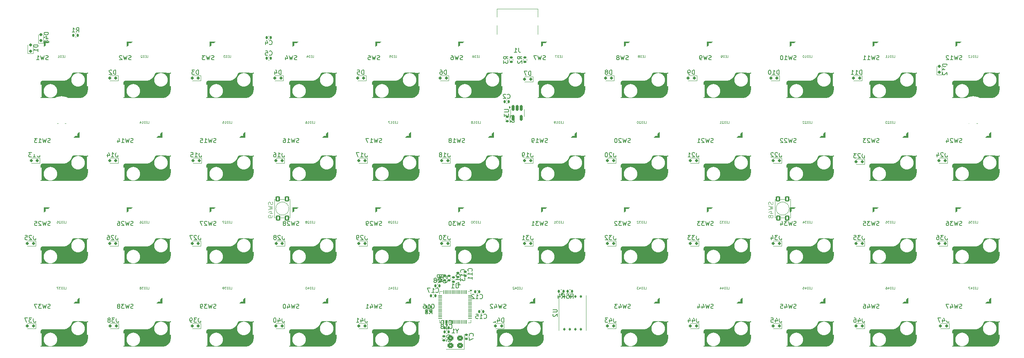
<source format=gbr>
%TF.GenerationSoftware,KiCad,Pcbnew,9.0.3*%
%TF.CreationDate,2025-08-25T21:29:52+09:00*%
%TF.ProjectId,forty,666f7274-792e-46b6-9963-61645f706362,rev?*%
%TF.SameCoordinates,Original*%
%TF.FileFunction,Legend,Bot*%
%TF.FilePolarity,Positive*%
%FSLAX46Y46*%
G04 Gerber Fmt 4.6, Leading zero omitted, Abs format (unit mm)*
G04 Created by KiCad (PCBNEW 9.0.3) date 2025-08-25 21:29:52*
%MOMM*%
%LPD*%
G01*
G04 APERTURE LIST*
G04 Aperture macros list*
%AMRoundRect*
0 Rectangle with rounded corners*
0 $1 Rounding radius*
0 $2 $3 $4 $5 $6 $7 $8 $9 X,Y pos of 4 corners*
0 Add a 4 corners polygon primitive as box body*
4,1,4,$2,$3,$4,$5,$6,$7,$8,$9,$2,$3,0*
0 Add four circle primitives for the rounded corners*
1,1,$1+$1,$2,$3*
1,1,$1+$1,$4,$5*
1,1,$1+$1,$6,$7*
1,1,$1+$1,$8,$9*
0 Add four rect primitives between the rounded corners*
20,1,$1+$1,$2,$3,$4,$5,0*
20,1,$1+$1,$4,$5,$6,$7,0*
20,1,$1+$1,$6,$7,$8,$9,0*
20,1,$1+$1,$8,$9,$2,$3,0*%
G04 Aperture macros list end*
%ADD10C,0.150000*%
%ADD11C,0.100000*%
%ADD12C,0.120000*%
%ADD13C,0.000000*%
%ADD14C,0.050000*%
%ADD15C,6.400000*%
%ADD16O,1.000000X2.100000*%
%ADD17O,1.000000X1.600000*%
%ADD18R,0.600000X1.450000*%
%ADD19R,0.300000X1.450000*%
%ADD20C,0.650000*%
%ADD21C,1.900000*%
%ADD22C,3.000000*%
%ADD23R,3.200000X2.780000*%
%ADD24C,3.200000*%
%ADD25RoundRect,0.140000X0.140000X0.170000X-0.140000X0.170000X-0.140000X-0.170000X0.140000X-0.170000X0*%
%ADD26R,1.700000X0.825000*%
%ADD27RoundRect,0.150000X-0.150000X-0.200000X0.150000X-0.200000X0.150000X0.200000X-0.150000X0.200000X0*%
%ADD28RoundRect,0.150000X-0.150000X0.512500X-0.150000X-0.512500X0.150000X-0.512500X0.150000X0.512500X0*%
%ADD29RoundRect,0.135000X-0.135000X-0.185000X0.135000X-0.185000X0.135000X0.185000X-0.135000X0.185000X0*%
%ADD30RoundRect,0.140000X-0.140000X-0.170000X0.140000X-0.170000X0.140000X0.170000X-0.140000X0.170000X0*%
%ADD31RoundRect,0.150000X-0.200000X0.150000X-0.200000X-0.150000X0.200000X-0.150000X0.200000X0.150000X0*%
%ADD32RoundRect,0.135000X0.135000X0.185000X-0.135000X0.185000X-0.135000X-0.185000X0.135000X-0.185000X0*%
%ADD33RoundRect,0.140000X0.170000X-0.140000X0.170000X0.140000X-0.170000X0.140000X-0.170000X-0.140000X0*%
%ADD34RoundRect,0.142500X-0.332500X0.482500X-0.332500X-0.482500X0.332500X-0.482500X0.332500X0.482500X0*%
%ADD35RoundRect,0.135000X-0.185000X0.135000X-0.185000X-0.135000X0.185000X-0.135000X0.185000X0.135000X0*%
%ADD36RoundRect,0.250000X0.450000X0.350000X-0.450000X0.350000X-0.450000X-0.350000X0.450000X-0.350000X0*%
%ADD37RoundRect,0.125000X-0.125000X0.200000X-0.125000X-0.200000X0.125000X-0.200000X0.125000X0.200000X0*%
%ADD38R,4.300000X3.400000*%
%ADD39RoundRect,0.050000X0.387500X0.050000X-0.387500X0.050000X-0.387500X-0.050000X0.387500X-0.050000X0*%
%ADD40RoundRect,0.050000X0.050000X0.387500X-0.050000X0.387500X-0.050000X-0.387500X0.050000X-0.387500X0*%
%ADD41R,3.200000X3.200000*%
G04 APERTURE END LIST*
D10*
X150333333Y-38099819D02*
X150333333Y-38814104D01*
X150333333Y-38814104D02*
X150380952Y-38956961D01*
X150380952Y-38956961D02*
X150476190Y-39052200D01*
X150476190Y-39052200D02*
X150619047Y-39099819D01*
X150619047Y-39099819D02*
X150714285Y-39099819D01*
X149333333Y-39099819D02*
X149904761Y-39099819D01*
X149619047Y-39099819D02*
X149619047Y-38099819D01*
X149619047Y-38099819D02*
X149714285Y-38242676D01*
X149714285Y-38242676D02*
X149809523Y-38337914D01*
X149809523Y-38337914D02*
X149904761Y-38385533D01*
X252203273Y-97919700D02*
X252060416Y-97967319D01*
X252060416Y-97967319D02*
X251822321Y-97967319D01*
X251822321Y-97967319D02*
X251727083Y-97919700D01*
X251727083Y-97919700D02*
X251679464Y-97872080D01*
X251679464Y-97872080D02*
X251631845Y-97776842D01*
X251631845Y-97776842D02*
X251631845Y-97681604D01*
X251631845Y-97681604D02*
X251679464Y-97586366D01*
X251679464Y-97586366D02*
X251727083Y-97538747D01*
X251727083Y-97538747D02*
X251822321Y-97491128D01*
X251822321Y-97491128D02*
X252012797Y-97443509D01*
X252012797Y-97443509D02*
X252108035Y-97395890D01*
X252108035Y-97395890D02*
X252155654Y-97348271D01*
X252155654Y-97348271D02*
X252203273Y-97253033D01*
X252203273Y-97253033D02*
X252203273Y-97157795D01*
X252203273Y-97157795D02*
X252155654Y-97062557D01*
X252155654Y-97062557D02*
X252108035Y-97014938D01*
X252108035Y-97014938D02*
X252012797Y-96967319D01*
X252012797Y-96967319D02*
X251774702Y-96967319D01*
X251774702Y-96967319D02*
X251631845Y-97014938D01*
X251298511Y-96967319D02*
X251060416Y-97967319D01*
X251060416Y-97967319D02*
X250869940Y-97253033D01*
X250869940Y-97253033D02*
X250679464Y-97967319D01*
X250679464Y-97967319D02*
X250441369Y-96967319D01*
X249631845Y-97300652D02*
X249631845Y-97967319D01*
X249869940Y-96919700D02*
X250108035Y-97633985D01*
X250108035Y-97633985D02*
X249488988Y-97633985D01*
X249203273Y-96967319D02*
X248536607Y-96967319D01*
X248536607Y-96967319D02*
X248965178Y-97967319D01*
X176003273Y-78869700D02*
X175860416Y-78917319D01*
X175860416Y-78917319D02*
X175622321Y-78917319D01*
X175622321Y-78917319D02*
X175527083Y-78869700D01*
X175527083Y-78869700D02*
X175479464Y-78822080D01*
X175479464Y-78822080D02*
X175431845Y-78726842D01*
X175431845Y-78726842D02*
X175431845Y-78631604D01*
X175431845Y-78631604D02*
X175479464Y-78536366D01*
X175479464Y-78536366D02*
X175527083Y-78488747D01*
X175527083Y-78488747D02*
X175622321Y-78441128D01*
X175622321Y-78441128D02*
X175812797Y-78393509D01*
X175812797Y-78393509D02*
X175908035Y-78345890D01*
X175908035Y-78345890D02*
X175955654Y-78298271D01*
X175955654Y-78298271D02*
X176003273Y-78203033D01*
X176003273Y-78203033D02*
X176003273Y-78107795D01*
X176003273Y-78107795D02*
X175955654Y-78012557D01*
X175955654Y-78012557D02*
X175908035Y-77964938D01*
X175908035Y-77964938D02*
X175812797Y-77917319D01*
X175812797Y-77917319D02*
X175574702Y-77917319D01*
X175574702Y-77917319D02*
X175431845Y-77964938D01*
X175098511Y-77917319D02*
X174860416Y-78917319D01*
X174860416Y-78917319D02*
X174669940Y-78203033D01*
X174669940Y-78203033D02*
X174479464Y-78917319D01*
X174479464Y-78917319D02*
X174241369Y-77917319D01*
X173955654Y-77917319D02*
X173336607Y-77917319D01*
X173336607Y-77917319D02*
X173669940Y-78298271D01*
X173669940Y-78298271D02*
X173527083Y-78298271D01*
X173527083Y-78298271D02*
X173431845Y-78345890D01*
X173431845Y-78345890D02*
X173384226Y-78393509D01*
X173384226Y-78393509D02*
X173336607Y-78488747D01*
X173336607Y-78488747D02*
X173336607Y-78726842D01*
X173336607Y-78726842D02*
X173384226Y-78822080D01*
X173384226Y-78822080D02*
X173431845Y-78869700D01*
X173431845Y-78869700D02*
X173527083Y-78917319D01*
X173527083Y-78917319D02*
X173812797Y-78917319D01*
X173812797Y-78917319D02*
X173908035Y-78869700D01*
X173908035Y-78869700D02*
X173955654Y-78822080D01*
X172955654Y-78012557D02*
X172908035Y-77964938D01*
X172908035Y-77964938D02*
X172812797Y-77917319D01*
X172812797Y-77917319D02*
X172574702Y-77917319D01*
X172574702Y-77917319D02*
X172479464Y-77964938D01*
X172479464Y-77964938D02*
X172431845Y-78012557D01*
X172431845Y-78012557D02*
X172384226Y-78107795D01*
X172384226Y-78107795D02*
X172384226Y-78203033D01*
X172384226Y-78203033D02*
X172431845Y-78345890D01*
X172431845Y-78345890D02*
X173003273Y-78917319D01*
X173003273Y-78917319D02*
X172384226Y-78917319D01*
X137903273Y-78869700D02*
X137760416Y-78917319D01*
X137760416Y-78917319D02*
X137522321Y-78917319D01*
X137522321Y-78917319D02*
X137427083Y-78869700D01*
X137427083Y-78869700D02*
X137379464Y-78822080D01*
X137379464Y-78822080D02*
X137331845Y-78726842D01*
X137331845Y-78726842D02*
X137331845Y-78631604D01*
X137331845Y-78631604D02*
X137379464Y-78536366D01*
X137379464Y-78536366D02*
X137427083Y-78488747D01*
X137427083Y-78488747D02*
X137522321Y-78441128D01*
X137522321Y-78441128D02*
X137712797Y-78393509D01*
X137712797Y-78393509D02*
X137808035Y-78345890D01*
X137808035Y-78345890D02*
X137855654Y-78298271D01*
X137855654Y-78298271D02*
X137903273Y-78203033D01*
X137903273Y-78203033D02*
X137903273Y-78107795D01*
X137903273Y-78107795D02*
X137855654Y-78012557D01*
X137855654Y-78012557D02*
X137808035Y-77964938D01*
X137808035Y-77964938D02*
X137712797Y-77917319D01*
X137712797Y-77917319D02*
X137474702Y-77917319D01*
X137474702Y-77917319D02*
X137331845Y-77964938D01*
X136998511Y-77917319D02*
X136760416Y-78917319D01*
X136760416Y-78917319D02*
X136569940Y-78203033D01*
X136569940Y-78203033D02*
X136379464Y-78917319D01*
X136379464Y-78917319D02*
X136141369Y-77917319D01*
X135855654Y-77917319D02*
X135236607Y-77917319D01*
X135236607Y-77917319D02*
X135569940Y-78298271D01*
X135569940Y-78298271D02*
X135427083Y-78298271D01*
X135427083Y-78298271D02*
X135331845Y-78345890D01*
X135331845Y-78345890D02*
X135284226Y-78393509D01*
X135284226Y-78393509D02*
X135236607Y-78488747D01*
X135236607Y-78488747D02*
X135236607Y-78726842D01*
X135236607Y-78726842D02*
X135284226Y-78822080D01*
X135284226Y-78822080D02*
X135331845Y-78869700D01*
X135331845Y-78869700D02*
X135427083Y-78917319D01*
X135427083Y-78917319D02*
X135712797Y-78917319D01*
X135712797Y-78917319D02*
X135808035Y-78869700D01*
X135808035Y-78869700D02*
X135855654Y-78822080D01*
X134617559Y-77917319D02*
X134522321Y-77917319D01*
X134522321Y-77917319D02*
X134427083Y-77964938D01*
X134427083Y-77964938D02*
X134379464Y-78012557D01*
X134379464Y-78012557D02*
X134331845Y-78107795D01*
X134331845Y-78107795D02*
X134284226Y-78298271D01*
X134284226Y-78298271D02*
X134284226Y-78536366D01*
X134284226Y-78536366D02*
X134331845Y-78726842D01*
X134331845Y-78726842D02*
X134379464Y-78822080D01*
X134379464Y-78822080D02*
X134427083Y-78869700D01*
X134427083Y-78869700D02*
X134522321Y-78917319D01*
X134522321Y-78917319D02*
X134617559Y-78917319D01*
X134617559Y-78917319D02*
X134712797Y-78869700D01*
X134712797Y-78869700D02*
X134760416Y-78822080D01*
X134760416Y-78822080D02*
X134808035Y-78726842D01*
X134808035Y-78726842D02*
X134855654Y-78536366D01*
X134855654Y-78536366D02*
X134855654Y-78298271D01*
X134855654Y-78298271D02*
X134808035Y-78107795D01*
X134808035Y-78107795D02*
X134760416Y-78012557D01*
X134760416Y-78012557D02*
X134712797Y-77964938D01*
X134712797Y-77964938D02*
X134617559Y-77917319D01*
X214103273Y-40769700D02*
X213960416Y-40817319D01*
X213960416Y-40817319D02*
X213722321Y-40817319D01*
X213722321Y-40817319D02*
X213627083Y-40769700D01*
X213627083Y-40769700D02*
X213579464Y-40722080D01*
X213579464Y-40722080D02*
X213531845Y-40626842D01*
X213531845Y-40626842D02*
X213531845Y-40531604D01*
X213531845Y-40531604D02*
X213579464Y-40436366D01*
X213579464Y-40436366D02*
X213627083Y-40388747D01*
X213627083Y-40388747D02*
X213722321Y-40341128D01*
X213722321Y-40341128D02*
X213912797Y-40293509D01*
X213912797Y-40293509D02*
X214008035Y-40245890D01*
X214008035Y-40245890D02*
X214055654Y-40198271D01*
X214055654Y-40198271D02*
X214103273Y-40103033D01*
X214103273Y-40103033D02*
X214103273Y-40007795D01*
X214103273Y-40007795D02*
X214055654Y-39912557D01*
X214055654Y-39912557D02*
X214008035Y-39864938D01*
X214008035Y-39864938D02*
X213912797Y-39817319D01*
X213912797Y-39817319D02*
X213674702Y-39817319D01*
X213674702Y-39817319D02*
X213531845Y-39864938D01*
X213198511Y-39817319D02*
X212960416Y-40817319D01*
X212960416Y-40817319D02*
X212769940Y-40103033D01*
X212769940Y-40103033D02*
X212579464Y-40817319D01*
X212579464Y-40817319D02*
X212341369Y-39817319D01*
X211436607Y-40817319D02*
X212008035Y-40817319D01*
X211722321Y-40817319D02*
X211722321Y-39817319D01*
X211722321Y-39817319D02*
X211817559Y-39960176D01*
X211817559Y-39960176D02*
X211912797Y-40055414D01*
X211912797Y-40055414D02*
X212008035Y-40103033D01*
X210817559Y-39817319D02*
X210722321Y-39817319D01*
X210722321Y-39817319D02*
X210627083Y-39864938D01*
X210627083Y-39864938D02*
X210579464Y-39912557D01*
X210579464Y-39912557D02*
X210531845Y-40007795D01*
X210531845Y-40007795D02*
X210484226Y-40198271D01*
X210484226Y-40198271D02*
X210484226Y-40436366D01*
X210484226Y-40436366D02*
X210531845Y-40626842D01*
X210531845Y-40626842D02*
X210579464Y-40722080D01*
X210579464Y-40722080D02*
X210627083Y-40769700D01*
X210627083Y-40769700D02*
X210722321Y-40817319D01*
X210722321Y-40817319D02*
X210817559Y-40817319D01*
X210817559Y-40817319D02*
X210912797Y-40769700D01*
X210912797Y-40769700D02*
X210960416Y-40722080D01*
X210960416Y-40722080D02*
X211008035Y-40626842D01*
X211008035Y-40626842D02*
X211055654Y-40436366D01*
X211055654Y-40436366D02*
X211055654Y-40198271D01*
X211055654Y-40198271D02*
X211008035Y-40007795D01*
X211008035Y-40007795D02*
X210960416Y-39912557D01*
X210960416Y-39912557D02*
X210912797Y-39864938D01*
X210912797Y-39864938D02*
X210817559Y-39817319D01*
X61703273Y-97919700D02*
X61560416Y-97967319D01*
X61560416Y-97967319D02*
X61322321Y-97967319D01*
X61322321Y-97967319D02*
X61227083Y-97919700D01*
X61227083Y-97919700D02*
X61179464Y-97872080D01*
X61179464Y-97872080D02*
X61131845Y-97776842D01*
X61131845Y-97776842D02*
X61131845Y-97681604D01*
X61131845Y-97681604D02*
X61179464Y-97586366D01*
X61179464Y-97586366D02*
X61227083Y-97538747D01*
X61227083Y-97538747D02*
X61322321Y-97491128D01*
X61322321Y-97491128D02*
X61512797Y-97443509D01*
X61512797Y-97443509D02*
X61608035Y-97395890D01*
X61608035Y-97395890D02*
X61655654Y-97348271D01*
X61655654Y-97348271D02*
X61703273Y-97253033D01*
X61703273Y-97253033D02*
X61703273Y-97157795D01*
X61703273Y-97157795D02*
X61655654Y-97062557D01*
X61655654Y-97062557D02*
X61608035Y-97014938D01*
X61608035Y-97014938D02*
X61512797Y-96967319D01*
X61512797Y-96967319D02*
X61274702Y-96967319D01*
X61274702Y-96967319D02*
X61131845Y-97014938D01*
X60798511Y-96967319D02*
X60560416Y-97967319D01*
X60560416Y-97967319D02*
X60369940Y-97253033D01*
X60369940Y-97253033D02*
X60179464Y-97967319D01*
X60179464Y-97967319D02*
X59941369Y-96967319D01*
X59655654Y-96967319D02*
X59036607Y-96967319D01*
X59036607Y-96967319D02*
X59369940Y-97348271D01*
X59369940Y-97348271D02*
X59227083Y-97348271D01*
X59227083Y-97348271D02*
X59131845Y-97395890D01*
X59131845Y-97395890D02*
X59084226Y-97443509D01*
X59084226Y-97443509D02*
X59036607Y-97538747D01*
X59036607Y-97538747D02*
X59036607Y-97776842D01*
X59036607Y-97776842D02*
X59084226Y-97872080D01*
X59084226Y-97872080D02*
X59131845Y-97919700D01*
X59131845Y-97919700D02*
X59227083Y-97967319D01*
X59227083Y-97967319D02*
X59512797Y-97967319D01*
X59512797Y-97967319D02*
X59608035Y-97919700D01*
X59608035Y-97919700D02*
X59655654Y-97872080D01*
X58465178Y-97395890D02*
X58560416Y-97348271D01*
X58560416Y-97348271D02*
X58608035Y-97300652D01*
X58608035Y-97300652D02*
X58655654Y-97205414D01*
X58655654Y-97205414D02*
X58655654Y-97157795D01*
X58655654Y-97157795D02*
X58608035Y-97062557D01*
X58608035Y-97062557D02*
X58560416Y-97014938D01*
X58560416Y-97014938D02*
X58465178Y-96967319D01*
X58465178Y-96967319D02*
X58274702Y-96967319D01*
X58274702Y-96967319D02*
X58179464Y-97014938D01*
X58179464Y-97014938D02*
X58131845Y-97062557D01*
X58131845Y-97062557D02*
X58084226Y-97157795D01*
X58084226Y-97157795D02*
X58084226Y-97205414D01*
X58084226Y-97205414D02*
X58131845Y-97300652D01*
X58131845Y-97300652D02*
X58179464Y-97348271D01*
X58179464Y-97348271D02*
X58274702Y-97395890D01*
X58274702Y-97395890D02*
X58465178Y-97395890D01*
X58465178Y-97395890D02*
X58560416Y-97443509D01*
X58560416Y-97443509D02*
X58608035Y-97491128D01*
X58608035Y-97491128D02*
X58655654Y-97586366D01*
X58655654Y-97586366D02*
X58655654Y-97776842D01*
X58655654Y-97776842D02*
X58608035Y-97872080D01*
X58608035Y-97872080D02*
X58560416Y-97919700D01*
X58560416Y-97919700D02*
X58465178Y-97967319D01*
X58465178Y-97967319D02*
X58274702Y-97967319D01*
X58274702Y-97967319D02*
X58179464Y-97919700D01*
X58179464Y-97919700D02*
X58131845Y-97872080D01*
X58131845Y-97872080D02*
X58084226Y-97776842D01*
X58084226Y-97776842D02*
X58084226Y-97586366D01*
X58084226Y-97586366D02*
X58131845Y-97491128D01*
X58131845Y-97491128D02*
X58179464Y-97443509D01*
X58179464Y-97443509D02*
X58274702Y-97395890D01*
X80753273Y-59819700D02*
X80610416Y-59867319D01*
X80610416Y-59867319D02*
X80372321Y-59867319D01*
X80372321Y-59867319D02*
X80277083Y-59819700D01*
X80277083Y-59819700D02*
X80229464Y-59772080D01*
X80229464Y-59772080D02*
X80181845Y-59676842D01*
X80181845Y-59676842D02*
X80181845Y-59581604D01*
X80181845Y-59581604D02*
X80229464Y-59486366D01*
X80229464Y-59486366D02*
X80277083Y-59438747D01*
X80277083Y-59438747D02*
X80372321Y-59391128D01*
X80372321Y-59391128D02*
X80562797Y-59343509D01*
X80562797Y-59343509D02*
X80658035Y-59295890D01*
X80658035Y-59295890D02*
X80705654Y-59248271D01*
X80705654Y-59248271D02*
X80753273Y-59153033D01*
X80753273Y-59153033D02*
X80753273Y-59057795D01*
X80753273Y-59057795D02*
X80705654Y-58962557D01*
X80705654Y-58962557D02*
X80658035Y-58914938D01*
X80658035Y-58914938D02*
X80562797Y-58867319D01*
X80562797Y-58867319D02*
X80324702Y-58867319D01*
X80324702Y-58867319D02*
X80181845Y-58914938D01*
X79848511Y-58867319D02*
X79610416Y-59867319D01*
X79610416Y-59867319D02*
X79419940Y-59153033D01*
X79419940Y-59153033D02*
X79229464Y-59867319D01*
X79229464Y-59867319D02*
X78991369Y-58867319D01*
X78086607Y-59867319D02*
X78658035Y-59867319D01*
X78372321Y-59867319D02*
X78372321Y-58867319D01*
X78372321Y-58867319D02*
X78467559Y-59010176D01*
X78467559Y-59010176D02*
X78562797Y-59105414D01*
X78562797Y-59105414D02*
X78658035Y-59153033D01*
X77181845Y-58867319D02*
X77658035Y-58867319D01*
X77658035Y-58867319D02*
X77705654Y-59343509D01*
X77705654Y-59343509D02*
X77658035Y-59295890D01*
X77658035Y-59295890D02*
X77562797Y-59248271D01*
X77562797Y-59248271D02*
X77324702Y-59248271D01*
X77324702Y-59248271D02*
X77229464Y-59295890D01*
X77229464Y-59295890D02*
X77181845Y-59343509D01*
X77181845Y-59343509D02*
X77134226Y-59438747D01*
X77134226Y-59438747D02*
X77134226Y-59676842D01*
X77134226Y-59676842D02*
X77181845Y-59772080D01*
X77181845Y-59772080D02*
X77229464Y-59819700D01*
X77229464Y-59819700D02*
X77324702Y-59867319D01*
X77324702Y-59867319D02*
X77562797Y-59867319D01*
X77562797Y-59867319D02*
X77658035Y-59819700D01*
X77658035Y-59819700D02*
X77705654Y-59772080D01*
X42653273Y-78869700D02*
X42510416Y-78917319D01*
X42510416Y-78917319D02*
X42272321Y-78917319D01*
X42272321Y-78917319D02*
X42177083Y-78869700D01*
X42177083Y-78869700D02*
X42129464Y-78822080D01*
X42129464Y-78822080D02*
X42081845Y-78726842D01*
X42081845Y-78726842D02*
X42081845Y-78631604D01*
X42081845Y-78631604D02*
X42129464Y-78536366D01*
X42129464Y-78536366D02*
X42177083Y-78488747D01*
X42177083Y-78488747D02*
X42272321Y-78441128D01*
X42272321Y-78441128D02*
X42462797Y-78393509D01*
X42462797Y-78393509D02*
X42558035Y-78345890D01*
X42558035Y-78345890D02*
X42605654Y-78298271D01*
X42605654Y-78298271D02*
X42653273Y-78203033D01*
X42653273Y-78203033D02*
X42653273Y-78107795D01*
X42653273Y-78107795D02*
X42605654Y-78012557D01*
X42605654Y-78012557D02*
X42558035Y-77964938D01*
X42558035Y-77964938D02*
X42462797Y-77917319D01*
X42462797Y-77917319D02*
X42224702Y-77917319D01*
X42224702Y-77917319D02*
X42081845Y-77964938D01*
X41748511Y-77917319D02*
X41510416Y-78917319D01*
X41510416Y-78917319D02*
X41319940Y-78203033D01*
X41319940Y-78203033D02*
X41129464Y-78917319D01*
X41129464Y-78917319D02*
X40891369Y-77917319D01*
X40558035Y-78012557D02*
X40510416Y-77964938D01*
X40510416Y-77964938D02*
X40415178Y-77917319D01*
X40415178Y-77917319D02*
X40177083Y-77917319D01*
X40177083Y-77917319D02*
X40081845Y-77964938D01*
X40081845Y-77964938D02*
X40034226Y-78012557D01*
X40034226Y-78012557D02*
X39986607Y-78107795D01*
X39986607Y-78107795D02*
X39986607Y-78203033D01*
X39986607Y-78203033D02*
X40034226Y-78345890D01*
X40034226Y-78345890D02*
X40605654Y-78917319D01*
X40605654Y-78917319D02*
X39986607Y-78917319D01*
X39081845Y-77917319D02*
X39558035Y-77917319D01*
X39558035Y-77917319D02*
X39605654Y-78393509D01*
X39605654Y-78393509D02*
X39558035Y-78345890D01*
X39558035Y-78345890D02*
X39462797Y-78298271D01*
X39462797Y-78298271D02*
X39224702Y-78298271D01*
X39224702Y-78298271D02*
X39129464Y-78345890D01*
X39129464Y-78345890D02*
X39081845Y-78393509D01*
X39081845Y-78393509D02*
X39034226Y-78488747D01*
X39034226Y-78488747D02*
X39034226Y-78726842D01*
X39034226Y-78726842D02*
X39081845Y-78822080D01*
X39081845Y-78822080D02*
X39129464Y-78869700D01*
X39129464Y-78869700D02*
X39224702Y-78917319D01*
X39224702Y-78917319D02*
X39462797Y-78917319D01*
X39462797Y-78917319D02*
X39558035Y-78869700D01*
X39558035Y-78869700D02*
X39605654Y-78822080D01*
X118377082Y-40769700D02*
X118234225Y-40817319D01*
X118234225Y-40817319D02*
X117996130Y-40817319D01*
X117996130Y-40817319D02*
X117900892Y-40769700D01*
X117900892Y-40769700D02*
X117853273Y-40722080D01*
X117853273Y-40722080D02*
X117805654Y-40626842D01*
X117805654Y-40626842D02*
X117805654Y-40531604D01*
X117805654Y-40531604D02*
X117853273Y-40436366D01*
X117853273Y-40436366D02*
X117900892Y-40388747D01*
X117900892Y-40388747D02*
X117996130Y-40341128D01*
X117996130Y-40341128D02*
X118186606Y-40293509D01*
X118186606Y-40293509D02*
X118281844Y-40245890D01*
X118281844Y-40245890D02*
X118329463Y-40198271D01*
X118329463Y-40198271D02*
X118377082Y-40103033D01*
X118377082Y-40103033D02*
X118377082Y-40007795D01*
X118377082Y-40007795D02*
X118329463Y-39912557D01*
X118329463Y-39912557D02*
X118281844Y-39864938D01*
X118281844Y-39864938D02*
X118186606Y-39817319D01*
X118186606Y-39817319D02*
X117948511Y-39817319D01*
X117948511Y-39817319D02*
X117805654Y-39864938D01*
X117472320Y-39817319D02*
X117234225Y-40817319D01*
X117234225Y-40817319D02*
X117043749Y-40103033D01*
X117043749Y-40103033D02*
X116853273Y-40817319D01*
X116853273Y-40817319D02*
X116615178Y-39817319D01*
X115758035Y-39817319D02*
X116234225Y-39817319D01*
X116234225Y-39817319D02*
X116281844Y-40293509D01*
X116281844Y-40293509D02*
X116234225Y-40245890D01*
X116234225Y-40245890D02*
X116138987Y-40198271D01*
X116138987Y-40198271D02*
X115900892Y-40198271D01*
X115900892Y-40198271D02*
X115805654Y-40245890D01*
X115805654Y-40245890D02*
X115758035Y-40293509D01*
X115758035Y-40293509D02*
X115710416Y-40388747D01*
X115710416Y-40388747D02*
X115710416Y-40626842D01*
X115710416Y-40626842D02*
X115758035Y-40722080D01*
X115758035Y-40722080D02*
X115805654Y-40769700D01*
X115805654Y-40769700D02*
X115900892Y-40817319D01*
X115900892Y-40817319D02*
X116138987Y-40817319D01*
X116138987Y-40817319D02*
X116234225Y-40769700D01*
X116234225Y-40769700D02*
X116281844Y-40722080D01*
X252203273Y-59819700D02*
X252060416Y-59867319D01*
X252060416Y-59867319D02*
X251822321Y-59867319D01*
X251822321Y-59867319D02*
X251727083Y-59819700D01*
X251727083Y-59819700D02*
X251679464Y-59772080D01*
X251679464Y-59772080D02*
X251631845Y-59676842D01*
X251631845Y-59676842D02*
X251631845Y-59581604D01*
X251631845Y-59581604D02*
X251679464Y-59486366D01*
X251679464Y-59486366D02*
X251727083Y-59438747D01*
X251727083Y-59438747D02*
X251822321Y-59391128D01*
X251822321Y-59391128D02*
X252012797Y-59343509D01*
X252012797Y-59343509D02*
X252108035Y-59295890D01*
X252108035Y-59295890D02*
X252155654Y-59248271D01*
X252155654Y-59248271D02*
X252203273Y-59153033D01*
X252203273Y-59153033D02*
X252203273Y-59057795D01*
X252203273Y-59057795D02*
X252155654Y-58962557D01*
X252155654Y-58962557D02*
X252108035Y-58914938D01*
X252108035Y-58914938D02*
X252012797Y-58867319D01*
X252012797Y-58867319D02*
X251774702Y-58867319D01*
X251774702Y-58867319D02*
X251631845Y-58914938D01*
X251298511Y-58867319D02*
X251060416Y-59867319D01*
X251060416Y-59867319D02*
X250869940Y-59153033D01*
X250869940Y-59153033D02*
X250679464Y-59867319D01*
X250679464Y-59867319D02*
X250441369Y-58867319D01*
X250108035Y-58962557D02*
X250060416Y-58914938D01*
X250060416Y-58914938D02*
X249965178Y-58867319D01*
X249965178Y-58867319D02*
X249727083Y-58867319D01*
X249727083Y-58867319D02*
X249631845Y-58914938D01*
X249631845Y-58914938D02*
X249584226Y-58962557D01*
X249584226Y-58962557D02*
X249536607Y-59057795D01*
X249536607Y-59057795D02*
X249536607Y-59153033D01*
X249536607Y-59153033D02*
X249584226Y-59295890D01*
X249584226Y-59295890D02*
X250155654Y-59867319D01*
X250155654Y-59867319D02*
X249536607Y-59867319D01*
X248679464Y-59200652D02*
X248679464Y-59867319D01*
X248917559Y-58819700D02*
X249155654Y-59533985D01*
X249155654Y-59533985D02*
X248536607Y-59533985D01*
X42653273Y-97919700D02*
X42510416Y-97967319D01*
X42510416Y-97967319D02*
X42272321Y-97967319D01*
X42272321Y-97967319D02*
X42177083Y-97919700D01*
X42177083Y-97919700D02*
X42129464Y-97872080D01*
X42129464Y-97872080D02*
X42081845Y-97776842D01*
X42081845Y-97776842D02*
X42081845Y-97681604D01*
X42081845Y-97681604D02*
X42129464Y-97586366D01*
X42129464Y-97586366D02*
X42177083Y-97538747D01*
X42177083Y-97538747D02*
X42272321Y-97491128D01*
X42272321Y-97491128D02*
X42462797Y-97443509D01*
X42462797Y-97443509D02*
X42558035Y-97395890D01*
X42558035Y-97395890D02*
X42605654Y-97348271D01*
X42605654Y-97348271D02*
X42653273Y-97253033D01*
X42653273Y-97253033D02*
X42653273Y-97157795D01*
X42653273Y-97157795D02*
X42605654Y-97062557D01*
X42605654Y-97062557D02*
X42558035Y-97014938D01*
X42558035Y-97014938D02*
X42462797Y-96967319D01*
X42462797Y-96967319D02*
X42224702Y-96967319D01*
X42224702Y-96967319D02*
X42081845Y-97014938D01*
X41748511Y-96967319D02*
X41510416Y-97967319D01*
X41510416Y-97967319D02*
X41319940Y-97253033D01*
X41319940Y-97253033D02*
X41129464Y-97967319D01*
X41129464Y-97967319D02*
X40891369Y-96967319D01*
X40605654Y-96967319D02*
X39986607Y-96967319D01*
X39986607Y-96967319D02*
X40319940Y-97348271D01*
X40319940Y-97348271D02*
X40177083Y-97348271D01*
X40177083Y-97348271D02*
X40081845Y-97395890D01*
X40081845Y-97395890D02*
X40034226Y-97443509D01*
X40034226Y-97443509D02*
X39986607Y-97538747D01*
X39986607Y-97538747D02*
X39986607Y-97776842D01*
X39986607Y-97776842D02*
X40034226Y-97872080D01*
X40034226Y-97872080D02*
X40081845Y-97919700D01*
X40081845Y-97919700D02*
X40177083Y-97967319D01*
X40177083Y-97967319D02*
X40462797Y-97967319D01*
X40462797Y-97967319D02*
X40558035Y-97919700D01*
X40558035Y-97919700D02*
X40605654Y-97872080D01*
X39653273Y-96967319D02*
X38986607Y-96967319D01*
X38986607Y-96967319D02*
X39415178Y-97967319D01*
X233153273Y-59819700D02*
X233010416Y-59867319D01*
X233010416Y-59867319D02*
X232772321Y-59867319D01*
X232772321Y-59867319D02*
X232677083Y-59819700D01*
X232677083Y-59819700D02*
X232629464Y-59772080D01*
X232629464Y-59772080D02*
X232581845Y-59676842D01*
X232581845Y-59676842D02*
X232581845Y-59581604D01*
X232581845Y-59581604D02*
X232629464Y-59486366D01*
X232629464Y-59486366D02*
X232677083Y-59438747D01*
X232677083Y-59438747D02*
X232772321Y-59391128D01*
X232772321Y-59391128D02*
X232962797Y-59343509D01*
X232962797Y-59343509D02*
X233058035Y-59295890D01*
X233058035Y-59295890D02*
X233105654Y-59248271D01*
X233105654Y-59248271D02*
X233153273Y-59153033D01*
X233153273Y-59153033D02*
X233153273Y-59057795D01*
X233153273Y-59057795D02*
X233105654Y-58962557D01*
X233105654Y-58962557D02*
X233058035Y-58914938D01*
X233058035Y-58914938D02*
X232962797Y-58867319D01*
X232962797Y-58867319D02*
X232724702Y-58867319D01*
X232724702Y-58867319D02*
X232581845Y-58914938D01*
X232248511Y-58867319D02*
X232010416Y-59867319D01*
X232010416Y-59867319D02*
X231819940Y-59153033D01*
X231819940Y-59153033D02*
X231629464Y-59867319D01*
X231629464Y-59867319D02*
X231391369Y-58867319D01*
X231058035Y-58962557D02*
X231010416Y-58914938D01*
X231010416Y-58914938D02*
X230915178Y-58867319D01*
X230915178Y-58867319D02*
X230677083Y-58867319D01*
X230677083Y-58867319D02*
X230581845Y-58914938D01*
X230581845Y-58914938D02*
X230534226Y-58962557D01*
X230534226Y-58962557D02*
X230486607Y-59057795D01*
X230486607Y-59057795D02*
X230486607Y-59153033D01*
X230486607Y-59153033D02*
X230534226Y-59295890D01*
X230534226Y-59295890D02*
X231105654Y-59867319D01*
X231105654Y-59867319D02*
X230486607Y-59867319D01*
X230153273Y-58867319D02*
X229534226Y-58867319D01*
X229534226Y-58867319D02*
X229867559Y-59248271D01*
X229867559Y-59248271D02*
X229724702Y-59248271D01*
X229724702Y-59248271D02*
X229629464Y-59295890D01*
X229629464Y-59295890D02*
X229581845Y-59343509D01*
X229581845Y-59343509D02*
X229534226Y-59438747D01*
X229534226Y-59438747D02*
X229534226Y-59676842D01*
X229534226Y-59676842D02*
X229581845Y-59772080D01*
X229581845Y-59772080D02*
X229629464Y-59819700D01*
X229629464Y-59819700D02*
X229724702Y-59867319D01*
X229724702Y-59867319D02*
X230010416Y-59867319D01*
X230010416Y-59867319D02*
X230105654Y-59819700D01*
X230105654Y-59819700D02*
X230153273Y-59772080D01*
X147428273Y-97919700D02*
X147285416Y-97967319D01*
X147285416Y-97967319D02*
X147047321Y-97967319D01*
X147047321Y-97967319D02*
X146952083Y-97919700D01*
X146952083Y-97919700D02*
X146904464Y-97872080D01*
X146904464Y-97872080D02*
X146856845Y-97776842D01*
X146856845Y-97776842D02*
X146856845Y-97681604D01*
X146856845Y-97681604D02*
X146904464Y-97586366D01*
X146904464Y-97586366D02*
X146952083Y-97538747D01*
X146952083Y-97538747D02*
X147047321Y-97491128D01*
X147047321Y-97491128D02*
X147237797Y-97443509D01*
X147237797Y-97443509D02*
X147333035Y-97395890D01*
X147333035Y-97395890D02*
X147380654Y-97348271D01*
X147380654Y-97348271D02*
X147428273Y-97253033D01*
X147428273Y-97253033D02*
X147428273Y-97157795D01*
X147428273Y-97157795D02*
X147380654Y-97062557D01*
X147380654Y-97062557D02*
X147333035Y-97014938D01*
X147333035Y-97014938D02*
X147237797Y-96967319D01*
X147237797Y-96967319D02*
X146999702Y-96967319D01*
X146999702Y-96967319D02*
X146856845Y-97014938D01*
X146523511Y-96967319D02*
X146285416Y-97967319D01*
X146285416Y-97967319D02*
X146094940Y-97253033D01*
X146094940Y-97253033D02*
X145904464Y-97967319D01*
X145904464Y-97967319D02*
X145666369Y-96967319D01*
X144856845Y-97300652D02*
X144856845Y-97967319D01*
X145094940Y-96919700D02*
X145333035Y-97633985D01*
X145333035Y-97633985D02*
X144713988Y-97633985D01*
X144380654Y-97062557D02*
X144333035Y-97014938D01*
X144333035Y-97014938D02*
X144237797Y-96967319D01*
X144237797Y-96967319D02*
X143999702Y-96967319D01*
X143999702Y-96967319D02*
X143904464Y-97014938D01*
X143904464Y-97014938D02*
X143856845Y-97062557D01*
X143856845Y-97062557D02*
X143809226Y-97157795D01*
X143809226Y-97157795D02*
X143809226Y-97253033D01*
X143809226Y-97253033D02*
X143856845Y-97395890D01*
X143856845Y-97395890D02*
X144428273Y-97967319D01*
X144428273Y-97967319D02*
X143809226Y-97967319D01*
X176003273Y-59819700D02*
X175860416Y-59867319D01*
X175860416Y-59867319D02*
X175622321Y-59867319D01*
X175622321Y-59867319D02*
X175527083Y-59819700D01*
X175527083Y-59819700D02*
X175479464Y-59772080D01*
X175479464Y-59772080D02*
X175431845Y-59676842D01*
X175431845Y-59676842D02*
X175431845Y-59581604D01*
X175431845Y-59581604D02*
X175479464Y-59486366D01*
X175479464Y-59486366D02*
X175527083Y-59438747D01*
X175527083Y-59438747D02*
X175622321Y-59391128D01*
X175622321Y-59391128D02*
X175812797Y-59343509D01*
X175812797Y-59343509D02*
X175908035Y-59295890D01*
X175908035Y-59295890D02*
X175955654Y-59248271D01*
X175955654Y-59248271D02*
X176003273Y-59153033D01*
X176003273Y-59153033D02*
X176003273Y-59057795D01*
X176003273Y-59057795D02*
X175955654Y-58962557D01*
X175955654Y-58962557D02*
X175908035Y-58914938D01*
X175908035Y-58914938D02*
X175812797Y-58867319D01*
X175812797Y-58867319D02*
X175574702Y-58867319D01*
X175574702Y-58867319D02*
X175431845Y-58914938D01*
X175098511Y-58867319D02*
X174860416Y-59867319D01*
X174860416Y-59867319D02*
X174669940Y-59153033D01*
X174669940Y-59153033D02*
X174479464Y-59867319D01*
X174479464Y-59867319D02*
X174241369Y-58867319D01*
X173908035Y-58962557D02*
X173860416Y-58914938D01*
X173860416Y-58914938D02*
X173765178Y-58867319D01*
X173765178Y-58867319D02*
X173527083Y-58867319D01*
X173527083Y-58867319D02*
X173431845Y-58914938D01*
X173431845Y-58914938D02*
X173384226Y-58962557D01*
X173384226Y-58962557D02*
X173336607Y-59057795D01*
X173336607Y-59057795D02*
X173336607Y-59153033D01*
X173336607Y-59153033D02*
X173384226Y-59295890D01*
X173384226Y-59295890D02*
X173955654Y-59867319D01*
X173955654Y-59867319D02*
X173336607Y-59867319D01*
X172717559Y-58867319D02*
X172622321Y-58867319D01*
X172622321Y-58867319D02*
X172527083Y-58914938D01*
X172527083Y-58914938D02*
X172479464Y-58962557D01*
X172479464Y-58962557D02*
X172431845Y-59057795D01*
X172431845Y-59057795D02*
X172384226Y-59248271D01*
X172384226Y-59248271D02*
X172384226Y-59486366D01*
X172384226Y-59486366D02*
X172431845Y-59676842D01*
X172431845Y-59676842D02*
X172479464Y-59772080D01*
X172479464Y-59772080D02*
X172527083Y-59819700D01*
X172527083Y-59819700D02*
X172622321Y-59867319D01*
X172622321Y-59867319D02*
X172717559Y-59867319D01*
X172717559Y-59867319D02*
X172812797Y-59819700D01*
X172812797Y-59819700D02*
X172860416Y-59772080D01*
X172860416Y-59772080D02*
X172908035Y-59676842D01*
X172908035Y-59676842D02*
X172955654Y-59486366D01*
X172955654Y-59486366D02*
X172955654Y-59248271D01*
X172955654Y-59248271D02*
X172908035Y-59057795D01*
X172908035Y-59057795D02*
X172860416Y-58962557D01*
X172860416Y-58962557D02*
X172812797Y-58914938D01*
X172812797Y-58914938D02*
X172717559Y-58867319D01*
X137903273Y-59819700D02*
X137760416Y-59867319D01*
X137760416Y-59867319D02*
X137522321Y-59867319D01*
X137522321Y-59867319D02*
X137427083Y-59819700D01*
X137427083Y-59819700D02*
X137379464Y-59772080D01*
X137379464Y-59772080D02*
X137331845Y-59676842D01*
X137331845Y-59676842D02*
X137331845Y-59581604D01*
X137331845Y-59581604D02*
X137379464Y-59486366D01*
X137379464Y-59486366D02*
X137427083Y-59438747D01*
X137427083Y-59438747D02*
X137522321Y-59391128D01*
X137522321Y-59391128D02*
X137712797Y-59343509D01*
X137712797Y-59343509D02*
X137808035Y-59295890D01*
X137808035Y-59295890D02*
X137855654Y-59248271D01*
X137855654Y-59248271D02*
X137903273Y-59153033D01*
X137903273Y-59153033D02*
X137903273Y-59057795D01*
X137903273Y-59057795D02*
X137855654Y-58962557D01*
X137855654Y-58962557D02*
X137808035Y-58914938D01*
X137808035Y-58914938D02*
X137712797Y-58867319D01*
X137712797Y-58867319D02*
X137474702Y-58867319D01*
X137474702Y-58867319D02*
X137331845Y-58914938D01*
X136998511Y-58867319D02*
X136760416Y-59867319D01*
X136760416Y-59867319D02*
X136569940Y-59153033D01*
X136569940Y-59153033D02*
X136379464Y-59867319D01*
X136379464Y-59867319D02*
X136141369Y-58867319D01*
X135236607Y-59867319D02*
X135808035Y-59867319D01*
X135522321Y-59867319D02*
X135522321Y-58867319D01*
X135522321Y-58867319D02*
X135617559Y-59010176D01*
X135617559Y-59010176D02*
X135712797Y-59105414D01*
X135712797Y-59105414D02*
X135808035Y-59153033D01*
X134665178Y-59295890D02*
X134760416Y-59248271D01*
X134760416Y-59248271D02*
X134808035Y-59200652D01*
X134808035Y-59200652D02*
X134855654Y-59105414D01*
X134855654Y-59105414D02*
X134855654Y-59057795D01*
X134855654Y-59057795D02*
X134808035Y-58962557D01*
X134808035Y-58962557D02*
X134760416Y-58914938D01*
X134760416Y-58914938D02*
X134665178Y-58867319D01*
X134665178Y-58867319D02*
X134474702Y-58867319D01*
X134474702Y-58867319D02*
X134379464Y-58914938D01*
X134379464Y-58914938D02*
X134331845Y-58962557D01*
X134331845Y-58962557D02*
X134284226Y-59057795D01*
X134284226Y-59057795D02*
X134284226Y-59105414D01*
X134284226Y-59105414D02*
X134331845Y-59200652D01*
X134331845Y-59200652D02*
X134379464Y-59248271D01*
X134379464Y-59248271D02*
X134474702Y-59295890D01*
X134474702Y-59295890D02*
X134665178Y-59295890D01*
X134665178Y-59295890D02*
X134760416Y-59343509D01*
X134760416Y-59343509D02*
X134808035Y-59391128D01*
X134808035Y-59391128D02*
X134855654Y-59486366D01*
X134855654Y-59486366D02*
X134855654Y-59676842D01*
X134855654Y-59676842D02*
X134808035Y-59772080D01*
X134808035Y-59772080D02*
X134760416Y-59819700D01*
X134760416Y-59819700D02*
X134665178Y-59867319D01*
X134665178Y-59867319D02*
X134474702Y-59867319D01*
X134474702Y-59867319D02*
X134379464Y-59819700D01*
X134379464Y-59819700D02*
X134331845Y-59772080D01*
X134331845Y-59772080D02*
X134284226Y-59676842D01*
X134284226Y-59676842D02*
X134284226Y-59486366D01*
X134284226Y-59486366D02*
X134331845Y-59391128D01*
X134331845Y-59391128D02*
X134379464Y-59343509D01*
X134379464Y-59343509D02*
X134474702Y-59295890D01*
X156477082Y-40769700D02*
X156334225Y-40817319D01*
X156334225Y-40817319D02*
X156096130Y-40817319D01*
X156096130Y-40817319D02*
X156000892Y-40769700D01*
X156000892Y-40769700D02*
X155953273Y-40722080D01*
X155953273Y-40722080D02*
X155905654Y-40626842D01*
X155905654Y-40626842D02*
X155905654Y-40531604D01*
X155905654Y-40531604D02*
X155953273Y-40436366D01*
X155953273Y-40436366D02*
X156000892Y-40388747D01*
X156000892Y-40388747D02*
X156096130Y-40341128D01*
X156096130Y-40341128D02*
X156286606Y-40293509D01*
X156286606Y-40293509D02*
X156381844Y-40245890D01*
X156381844Y-40245890D02*
X156429463Y-40198271D01*
X156429463Y-40198271D02*
X156477082Y-40103033D01*
X156477082Y-40103033D02*
X156477082Y-40007795D01*
X156477082Y-40007795D02*
X156429463Y-39912557D01*
X156429463Y-39912557D02*
X156381844Y-39864938D01*
X156381844Y-39864938D02*
X156286606Y-39817319D01*
X156286606Y-39817319D02*
X156048511Y-39817319D01*
X156048511Y-39817319D02*
X155905654Y-39864938D01*
X155572320Y-39817319D02*
X155334225Y-40817319D01*
X155334225Y-40817319D02*
X155143749Y-40103033D01*
X155143749Y-40103033D02*
X154953273Y-40817319D01*
X154953273Y-40817319D02*
X154715178Y-39817319D01*
X154429463Y-39817319D02*
X153762797Y-39817319D01*
X153762797Y-39817319D02*
X154191368Y-40817319D01*
X175527082Y-40769700D02*
X175384225Y-40817319D01*
X175384225Y-40817319D02*
X175146130Y-40817319D01*
X175146130Y-40817319D02*
X175050892Y-40769700D01*
X175050892Y-40769700D02*
X175003273Y-40722080D01*
X175003273Y-40722080D02*
X174955654Y-40626842D01*
X174955654Y-40626842D02*
X174955654Y-40531604D01*
X174955654Y-40531604D02*
X175003273Y-40436366D01*
X175003273Y-40436366D02*
X175050892Y-40388747D01*
X175050892Y-40388747D02*
X175146130Y-40341128D01*
X175146130Y-40341128D02*
X175336606Y-40293509D01*
X175336606Y-40293509D02*
X175431844Y-40245890D01*
X175431844Y-40245890D02*
X175479463Y-40198271D01*
X175479463Y-40198271D02*
X175527082Y-40103033D01*
X175527082Y-40103033D02*
X175527082Y-40007795D01*
X175527082Y-40007795D02*
X175479463Y-39912557D01*
X175479463Y-39912557D02*
X175431844Y-39864938D01*
X175431844Y-39864938D02*
X175336606Y-39817319D01*
X175336606Y-39817319D02*
X175098511Y-39817319D01*
X175098511Y-39817319D02*
X174955654Y-39864938D01*
X174622320Y-39817319D02*
X174384225Y-40817319D01*
X174384225Y-40817319D02*
X174193749Y-40103033D01*
X174193749Y-40103033D02*
X174003273Y-40817319D01*
X174003273Y-40817319D02*
X173765178Y-39817319D01*
X173241368Y-40245890D02*
X173336606Y-40198271D01*
X173336606Y-40198271D02*
X173384225Y-40150652D01*
X173384225Y-40150652D02*
X173431844Y-40055414D01*
X173431844Y-40055414D02*
X173431844Y-40007795D01*
X173431844Y-40007795D02*
X173384225Y-39912557D01*
X173384225Y-39912557D02*
X173336606Y-39864938D01*
X173336606Y-39864938D02*
X173241368Y-39817319D01*
X173241368Y-39817319D02*
X173050892Y-39817319D01*
X173050892Y-39817319D02*
X172955654Y-39864938D01*
X172955654Y-39864938D02*
X172908035Y-39912557D01*
X172908035Y-39912557D02*
X172860416Y-40007795D01*
X172860416Y-40007795D02*
X172860416Y-40055414D01*
X172860416Y-40055414D02*
X172908035Y-40150652D01*
X172908035Y-40150652D02*
X172955654Y-40198271D01*
X172955654Y-40198271D02*
X173050892Y-40245890D01*
X173050892Y-40245890D02*
X173241368Y-40245890D01*
X173241368Y-40245890D02*
X173336606Y-40293509D01*
X173336606Y-40293509D02*
X173384225Y-40341128D01*
X173384225Y-40341128D02*
X173431844Y-40436366D01*
X173431844Y-40436366D02*
X173431844Y-40626842D01*
X173431844Y-40626842D02*
X173384225Y-40722080D01*
X173384225Y-40722080D02*
X173336606Y-40769700D01*
X173336606Y-40769700D02*
X173241368Y-40817319D01*
X173241368Y-40817319D02*
X173050892Y-40817319D01*
X173050892Y-40817319D02*
X172955654Y-40769700D01*
X172955654Y-40769700D02*
X172908035Y-40722080D01*
X172908035Y-40722080D02*
X172860416Y-40626842D01*
X172860416Y-40626842D02*
X172860416Y-40436366D01*
X172860416Y-40436366D02*
X172908035Y-40341128D01*
X172908035Y-40341128D02*
X172955654Y-40293509D01*
X172955654Y-40293509D02*
X173050892Y-40245890D01*
X118853273Y-78869700D02*
X118710416Y-78917319D01*
X118710416Y-78917319D02*
X118472321Y-78917319D01*
X118472321Y-78917319D02*
X118377083Y-78869700D01*
X118377083Y-78869700D02*
X118329464Y-78822080D01*
X118329464Y-78822080D02*
X118281845Y-78726842D01*
X118281845Y-78726842D02*
X118281845Y-78631604D01*
X118281845Y-78631604D02*
X118329464Y-78536366D01*
X118329464Y-78536366D02*
X118377083Y-78488747D01*
X118377083Y-78488747D02*
X118472321Y-78441128D01*
X118472321Y-78441128D02*
X118662797Y-78393509D01*
X118662797Y-78393509D02*
X118758035Y-78345890D01*
X118758035Y-78345890D02*
X118805654Y-78298271D01*
X118805654Y-78298271D02*
X118853273Y-78203033D01*
X118853273Y-78203033D02*
X118853273Y-78107795D01*
X118853273Y-78107795D02*
X118805654Y-78012557D01*
X118805654Y-78012557D02*
X118758035Y-77964938D01*
X118758035Y-77964938D02*
X118662797Y-77917319D01*
X118662797Y-77917319D02*
X118424702Y-77917319D01*
X118424702Y-77917319D02*
X118281845Y-77964938D01*
X117948511Y-77917319D02*
X117710416Y-78917319D01*
X117710416Y-78917319D02*
X117519940Y-78203033D01*
X117519940Y-78203033D02*
X117329464Y-78917319D01*
X117329464Y-78917319D02*
X117091369Y-77917319D01*
X116758035Y-78012557D02*
X116710416Y-77964938D01*
X116710416Y-77964938D02*
X116615178Y-77917319D01*
X116615178Y-77917319D02*
X116377083Y-77917319D01*
X116377083Y-77917319D02*
X116281845Y-77964938D01*
X116281845Y-77964938D02*
X116234226Y-78012557D01*
X116234226Y-78012557D02*
X116186607Y-78107795D01*
X116186607Y-78107795D02*
X116186607Y-78203033D01*
X116186607Y-78203033D02*
X116234226Y-78345890D01*
X116234226Y-78345890D02*
X116805654Y-78917319D01*
X116805654Y-78917319D02*
X116186607Y-78917319D01*
X115710416Y-78917319D02*
X115519940Y-78917319D01*
X115519940Y-78917319D02*
X115424702Y-78869700D01*
X115424702Y-78869700D02*
X115377083Y-78822080D01*
X115377083Y-78822080D02*
X115281845Y-78679223D01*
X115281845Y-78679223D02*
X115234226Y-78488747D01*
X115234226Y-78488747D02*
X115234226Y-78107795D01*
X115234226Y-78107795D02*
X115281845Y-78012557D01*
X115281845Y-78012557D02*
X115329464Y-77964938D01*
X115329464Y-77964938D02*
X115424702Y-77917319D01*
X115424702Y-77917319D02*
X115615178Y-77917319D01*
X115615178Y-77917319D02*
X115710416Y-77964938D01*
X115710416Y-77964938D02*
X115758035Y-78012557D01*
X115758035Y-78012557D02*
X115805654Y-78107795D01*
X115805654Y-78107795D02*
X115805654Y-78345890D01*
X115805654Y-78345890D02*
X115758035Y-78441128D01*
X115758035Y-78441128D02*
X115710416Y-78488747D01*
X115710416Y-78488747D02*
X115615178Y-78536366D01*
X115615178Y-78536366D02*
X115424702Y-78536366D01*
X115424702Y-78536366D02*
X115329464Y-78488747D01*
X115329464Y-78488747D02*
X115281845Y-78441128D01*
X115281845Y-78441128D02*
X115234226Y-78345890D01*
X233153273Y-40769700D02*
X233010416Y-40817319D01*
X233010416Y-40817319D02*
X232772321Y-40817319D01*
X232772321Y-40817319D02*
X232677083Y-40769700D01*
X232677083Y-40769700D02*
X232629464Y-40722080D01*
X232629464Y-40722080D02*
X232581845Y-40626842D01*
X232581845Y-40626842D02*
X232581845Y-40531604D01*
X232581845Y-40531604D02*
X232629464Y-40436366D01*
X232629464Y-40436366D02*
X232677083Y-40388747D01*
X232677083Y-40388747D02*
X232772321Y-40341128D01*
X232772321Y-40341128D02*
X232962797Y-40293509D01*
X232962797Y-40293509D02*
X233058035Y-40245890D01*
X233058035Y-40245890D02*
X233105654Y-40198271D01*
X233105654Y-40198271D02*
X233153273Y-40103033D01*
X233153273Y-40103033D02*
X233153273Y-40007795D01*
X233153273Y-40007795D02*
X233105654Y-39912557D01*
X233105654Y-39912557D02*
X233058035Y-39864938D01*
X233058035Y-39864938D02*
X232962797Y-39817319D01*
X232962797Y-39817319D02*
X232724702Y-39817319D01*
X232724702Y-39817319D02*
X232581845Y-39864938D01*
X232248511Y-39817319D02*
X232010416Y-40817319D01*
X232010416Y-40817319D02*
X231819940Y-40103033D01*
X231819940Y-40103033D02*
X231629464Y-40817319D01*
X231629464Y-40817319D02*
X231391369Y-39817319D01*
X230486607Y-40817319D02*
X231058035Y-40817319D01*
X230772321Y-40817319D02*
X230772321Y-39817319D01*
X230772321Y-39817319D02*
X230867559Y-39960176D01*
X230867559Y-39960176D02*
X230962797Y-40055414D01*
X230962797Y-40055414D02*
X231058035Y-40103033D01*
X229534226Y-40817319D02*
X230105654Y-40817319D01*
X229819940Y-40817319D02*
X229819940Y-39817319D01*
X229819940Y-39817319D02*
X229915178Y-39960176D01*
X229915178Y-39960176D02*
X230010416Y-40055414D01*
X230010416Y-40055414D02*
X230105654Y-40103033D01*
X195053273Y-59819700D02*
X194910416Y-59867319D01*
X194910416Y-59867319D02*
X194672321Y-59867319D01*
X194672321Y-59867319D02*
X194577083Y-59819700D01*
X194577083Y-59819700D02*
X194529464Y-59772080D01*
X194529464Y-59772080D02*
X194481845Y-59676842D01*
X194481845Y-59676842D02*
X194481845Y-59581604D01*
X194481845Y-59581604D02*
X194529464Y-59486366D01*
X194529464Y-59486366D02*
X194577083Y-59438747D01*
X194577083Y-59438747D02*
X194672321Y-59391128D01*
X194672321Y-59391128D02*
X194862797Y-59343509D01*
X194862797Y-59343509D02*
X194958035Y-59295890D01*
X194958035Y-59295890D02*
X195005654Y-59248271D01*
X195005654Y-59248271D02*
X195053273Y-59153033D01*
X195053273Y-59153033D02*
X195053273Y-59057795D01*
X195053273Y-59057795D02*
X195005654Y-58962557D01*
X195005654Y-58962557D02*
X194958035Y-58914938D01*
X194958035Y-58914938D02*
X194862797Y-58867319D01*
X194862797Y-58867319D02*
X194624702Y-58867319D01*
X194624702Y-58867319D02*
X194481845Y-58914938D01*
X194148511Y-58867319D02*
X193910416Y-59867319D01*
X193910416Y-59867319D02*
X193719940Y-59153033D01*
X193719940Y-59153033D02*
X193529464Y-59867319D01*
X193529464Y-59867319D02*
X193291369Y-58867319D01*
X192958035Y-58962557D02*
X192910416Y-58914938D01*
X192910416Y-58914938D02*
X192815178Y-58867319D01*
X192815178Y-58867319D02*
X192577083Y-58867319D01*
X192577083Y-58867319D02*
X192481845Y-58914938D01*
X192481845Y-58914938D02*
X192434226Y-58962557D01*
X192434226Y-58962557D02*
X192386607Y-59057795D01*
X192386607Y-59057795D02*
X192386607Y-59153033D01*
X192386607Y-59153033D02*
X192434226Y-59295890D01*
X192434226Y-59295890D02*
X193005654Y-59867319D01*
X193005654Y-59867319D02*
X192386607Y-59867319D01*
X191434226Y-59867319D02*
X192005654Y-59867319D01*
X191719940Y-59867319D02*
X191719940Y-58867319D01*
X191719940Y-58867319D02*
X191815178Y-59010176D01*
X191815178Y-59010176D02*
X191910416Y-59105414D01*
X191910416Y-59105414D02*
X192005654Y-59153033D01*
X214103273Y-59819700D02*
X213960416Y-59867319D01*
X213960416Y-59867319D02*
X213722321Y-59867319D01*
X213722321Y-59867319D02*
X213627083Y-59819700D01*
X213627083Y-59819700D02*
X213579464Y-59772080D01*
X213579464Y-59772080D02*
X213531845Y-59676842D01*
X213531845Y-59676842D02*
X213531845Y-59581604D01*
X213531845Y-59581604D02*
X213579464Y-59486366D01*
X213579464Y-59486366D02*
X213627083Y-59438747D01*
X213627083Y-59438747D02*
X213722321Y-59391128D01*
X213722321Y-59391128D02*
X213912797Y-59343509D01*
X213912797Y-59343509D02*
X214008035Y-59295890D01*
X214008035Y-59295890D02*
X214055654Y-59248271D01*
X214055654Y-59248271D02*
X214103273Y-59153033D01*
X214103273Y-59153033D02*
X214103273Y-59057795D01*
X214103273Y-59057795D02*
X214055654Y-58962557D01*
X214055654Y-58962557D02*
X214008035Y-58914938D01*
X214008035Y-58914938D02*
X213912797Y-58867319D01*
X213912797Y-58867319D02*
X213674702Y-58867319D01*
X213674702Y-58867319D02*
X213531845Y-58914938D01*
X213198511Y-58867319D02*
X212960416Y-59867319D01*
X212960416Y-59867319D02*
X212769940Y-59153033D01*
X212769940Y-59153033D02*
X212579464Y-59867319D01*
X212579464Y-59867319D02*
X212341369Y-58867319D01*
X212008035Y-58962557D02*
X211960416Y-58914938D01*
X211960416Y-58914938D02*
X211865178Y-58867319D01*
X211865178Y-58867319D02*
X211627083Y-58867319D01*
X211627083Y-58867319D02*
X211531845Y-58914938D01*
X211531845Y-58914938D02*
X211484226Y-58962557D01*
X211484226Y-58962557D02*
X211436607Y-59057795D01*
X211436607Y-59057795D02*
X211436607Y-59153033D01*
X211436607Y-59153033D02*
X211484226Y-59295890D01*
X211484226Y-59295890D02*
X212055654Y-59867319D01*
X212055654Y-59867319D02*
X211436607Y-59867319D01*
X211055654Y-58962557D02*
X211008035Y-58914938D01*
X211008035Y-58914938D02*
X210912797Y-58867319D01*
X210912797Y-58867319D02*
X210674702Y-58867319D01*
X210674702Y-58867319D02*
X210579464Y-58914938D01*
X210579464Y-58914938D02*
X210531845Y-58962557D01*
X210531845Y-58962557D02*
X210484226Y-59057795D01*
X210484226Y-59057795D02*
X210484226Y-59153033D01*
X210484226Y-59153033D02*
X210531845Y-59295890D01*
X210531845Y-59295890D02*
X211103273Y-59867319D01*
X211103273Y-59867319D02*
X210484226Y-59867319D01*
X195053273Y-97919700D02*
X194910416Y-97967319D01*
X194910416Y-97967319D02*
X194672321Y-97967319D01*
X194672321Y-97967319D02*
X194577083Y-97919700D01*
X194577083Y-97919700D02*
X194529464Y-97872080D01*
X194529464Y-97872080D02*
X194481845Y-97776842D01*
X194481845Y-97776842D02*
X194481845Y-97681604D01*
X194481845Y-97681604D02*
X194529464Y-97586366D01*
X194529464Y-97586366D02*
X194577083Y-97538747D01*
X194577083Y-97538747D02*
X194672321Y-97491128D01*
X194672321Y-97491128D02*
X194862797Y-97443509D01*
X194862797Y-97443509D02*
X194958035Y-97395890D01*
X194958035Y-97395890D02*
X195005654Y-97348271D01*
X195005654Y-97348271D02*
X195053273Y-97253033D01*
X195053273Y-97253033D02*
X195053273Y-97157795D01*
X195053273Y-97157795D02*
X195005654Y-97062557D01*
X195005654Y-97062557D02*
X194958035Y-97014938D01*
X194958035Y-97014938D02*
X194862797Y-96967319D01*
X194862797Y-96967319D02*
X194624702Y-96967319D01*
X194624702Y-96967319D02*
X194481845Y-97014938D01*
X194148511Y-96967319D02*
X193910416Y-97967319D01*
X193910416Y-97967319D02*
X193719940Y-97253033D01*
X193719940Y-97253033D02*
X193529464Y-97967319D01*
X193529464Y-97967319D02*
X193291369Y-96967319D01*
X192481845Y-97300652D02*
X192481845Y-97967319D01*
X192719940Y-96919700D02*
X192958035Y-97633985D01*
X192958035Y-97633985D02*
X192338988Y-97633985D01*
X191529464Y-97300652D02*
X191529464Y-97967319D01*
X191767559Y-96919700D02*
X192005654Y-97633985D01*
X192005654Y-97633985D02*
X191386607Y-97633985D01*
X214103273Y-97919700D02*
X213960416Y-97967319D01*
X213960416Y-97967319D02*
X213722321Y-97967319D01*
X213722321Y-97967319D02*
X213627083Y-97919700D01*
X213627083Y-97919700D02*
X213579464Y-97872080D01*
X213579464Y-97872080D02*
X213531845Y-97776842D01*
X213531845Y-97776842D02*
X213531845Y-97681604D01*
X213531845Y-97681604D02*
X213579464Y-97586366D01*
X213579464Y-97586366D02*
X213627083Y-97538747D01*
X213627083Y-97538747D02*
X213722321Y-97491128D01*
X213722321Y-97491128D02*
X213912797Y-97443509D01*
X213912797Y-97443509D02*
X214008035Y-97395890D01*
X214008035Y-97395890D02*
X214055654Y-97348271D01*
X214055654Y-97348271D02*
X214103273Y-97253033D01*
X214103273Y-97253033D02*
X214103273Y-97157795D01*
X214103273Y-97157795D02*
X214055654Y-97062557D01*
X214055654Y-97062557D02*
X214008035Y-97014938D01*
X214008035Y-97014938D02*
X213912797Y-96967319D01*
X213912797Y-96967319D02*
X213674702Y-96967319D01*
X213674702Y-96967319D02*
X213531845Y-97014938D01*
X213198511Y-96967319D02*
X212960416Y-97967319D01*
X212960416Y-97967319D02*
X212769940Y-97253033D01*
X212769940Y-97253033D02*
X212579464Y-97967319D01*
X212579464Y-97967319D02*
X212341369Y-96967319D01*
X211531845Y-97300652D02*
X211531845Y-97967319D01*
X211769940Y-96919700D02*
X212008035Y-97633985D01*
X212008035Y-97633985D02*
X211388988Y-97633985D01*
X210531845Y-96967319D02*
X211008035Y-96967319D01*
X211008035Y-96967319D02*
X211055654Y-97443509D01*
X211055654Y-97443509D02*
X211008035Y-97395890D01*
X211008035Y-97395890D02*
X210912797Y-97348271D01*
X210912797Y-97348271D02*
X210674702Y-97348271D01*
X210674702Y-97348271D02*
X210579464Y-97395890D01*
X210579464Y-97395890D02*
X210531845Y-97443509D01*
X210531845Y-97443509D02*
X210484226Y-97538747D01*
X210484226Y-97538747D02*
X210484226Y-97776842D01*
X210484226Y-97776842D02*
X210531845Y-97872080D01*
X210531845Y-97872080D02*
X210579464Y-97919700D01*
X210579464Y-97919700D02*
X210674702Y-97967319D01*
X210674702Y-97967319D02*
X210912797Y-97967319D01*
X210912797Y-97967319D02*
X211008035Y-97919700D01*
X211008035Y-97919700D02*
X211055654Y-97872080D01*
X195053273Y-78869700D02*
X194910416Y-78917319D01*
X194910416Y-78917319D02*
X194672321Y-78917319D01*
X194672321Y-78917319D02*
X194577083Y-78869700D01*
X194577083Y-78869700D02*
X194529464Y-78822080D01*
X194529464Y-78822080D02*
X194481845Y-78726842D01*
X194481845Y-78726842D02*
X194481845Y-78631604D01*
X194481845Y-78631604D02*
X194529464Y-78536366D01*
X194529464Y-78536366D02*
X194577083Y-78488747D01*
X194577083Y-78488747D02*
X194672321Y-78441128D01*
X194672321Y-78441128D02*
X194862797Y-78393509D01*
X194862797Y-78393509D02*
X194958035Y-78345890D01*
X194958035Y-78345890D02*
X195005654Y-78298271D01*
X195005654Y-78298271D02*
X195053273Y-78203033D01*
X195053273Y-78203033D02*
X195053273Y-78107795D01*
X195053273Y-78107795D02*
X195005654Y-78012557D01*
X195005654Y-78012557D02*
X194958035Y-77964938D01*
X194958035Y-77964938D02*
X194862797Y-77917319D01*
X194862797Y-77917319D02*
X194624702Y-77917319D01*
X194624702Y-77917319D02*
X194481845Y-77964938D01*
X194148511Y-77917319D02*
X193910416Y-78917319D01*
X193910416Y-78917319D02*
X193719940Y-78203033D01*
X193719940Y-78203033D02*
X193529464Y-78917319D01*
X193529464Y-78917319D02*
X193291369Y-77917319D01*
X193005654Y-77917319D02*
X192386607Y-77917319D01*
X192386607Y-77917319D02*
X192719940Y-78298271D01*
X192719940Y-78298271D02*
X192577083Y-78298271D01*
X192577083Y-78298271D02*
X192481845Y-78345890D01*
X192481845Y-78345890D02*
X192434226Y-78393509D01*
X192434226Y-78393509D02*
X192386607Y-78488747D01*
X192386607Y-78488747D02*
X192386607Y-78726842D01*
X192386607Y-78726842D02*
X192434226Y-78822080D01*
X192434226Y-78822080D02*
X192481845Y-78869700D01*
X192481845Y-78869700D02*
X192577083Y-78917319D01*
X192577083Y-78917319D02*
X192862797Y-78917319D01*
X192862797Y-78917319D02*
X192958035Y-78869700D01*
X192958035Y-78869700D02*
X193005654Y-78822080D01*
X192053273Y-77917319D02*
X191434226Y-77917319D01*
X191434226Y-77917319D02*
X191767559Y-78298271D01*
X191767559Y-78298271D02*
X191624702Y-78298271D01*
X191624702Y-78298271D02*
X191529464Y-78345890D01*
X191529464Y-78345890D02*
X191481845Y-78393509D01*
X191481845Y-78393509D02*
X191434226Y-78488747D01*
X191434226Y-78488747D02*
X191434226Y-78726842D01*
X191434226Y-78726842D02*
X191481845Y-78822080D01*
X191481845Y-78822080D02*
X191529464Y-78869700D01*
X191529464Y-78869700D02*
X191624702Y-78917319D01*
X191624702Y-78917319D02*
X191910416Y-78917319D01*
X191910416Y-78917319D02*
X192005654Y-78869700D01*
X192005654Y-78869700D02*
X192053273Y-78822080D01*
X99327082Y-40769700D02*
X99184225Y-40817319D01*
X99184225Y-40817319D02*
X98946130Y-40817319D01*
X98946130Y-40817319D02*
X98850892Y-40769700D01*
X98850892Y-40769700D02*
X98803273Y-40722080D01*
X98803273Y-40722080D02*
X98755654Y-40626842D01*
X98755654Y-40626842D02*
X98755654Y-40531604D01*
X98755654Y-40531604D02*
X98803273Y-40436366D01*
X98803273Y-40436366D02*
X98850892Y-40388747D01*
X98850892Y-40388747D02*
X98946130Y-40341128D01*
X98946130Y-40341128D02*
X99136606Y-40293509D01*
X99136606Y-40293509D02*
X99231844Y-40245890D01*
X99231844Y-40245890D02*
X99279463Y-40198271D01*
X99279463Y-40198271D02*
X99327082Y-40103033D01*
X99327082Y-40103033D02*
X99327082Y-40007795D01*
X99327082Y-40007795D02*
X99279463Y-39912557D01*
X99279463Y-39912557D02*
X99231844Y-39864938D01*
X99231844Y-39864938D02*
X99136606Y-39817319D01*
X99136606Y-39817319D02*
X98898511Y-39817319D01*
X98898511Y-39817319D02*
X98755654Y-39864938D01*
X98422320Y-39817319D02*
X98184225Y-40817319D01*
X98184225Y-40817319D02*
X97993749Y-40103033D01*
X97993749Y-40103033D02*
X97803273Y-40817319D01*
X97803273Y-40817319D02*
X97565178Y-39817319D01*
X96755654Y-40150652D02*
X96755654Y-40817319D01*
X96993749Y-39769700D02*
X97231844Y-40483985D01*
X97231844Y-40483985D02*
X96612797Y-40483985D01*
X233153273Y-97919700D02*
X233010416Y-97967319D01*
X233010416Y-97967319D02*
X232772321Y-97967319D01*
X232772321Y-97967319D02*
X232677083Y-97919700D01*
X232677083Y-97919700D02*
X232629464Y-97872080D01*
X232629464Y-97872080D02*
X232581845Y-97776842D01*
X232581845Y-97776842D02*
X232581845Y-97681604D01*
X232581845Y-97681604D02*
X232629464Y-97586366D01*
X232629464Y-97586366D02*
X232677083Y-97538747D01*
X232677083Y-97538747D02*
X232772321Y-97491128D01*
X232772321Y-97491128D02*
X232962797Y-97443509D01*
X232962797Y-97443509D02*
X233058035Y-97395890D01*
X233058035Y-97395890D02*
X233105654Y-97348271D01*
X233105654Y-97348271D02*
X233153273Y-97253033D01*
X233153273Y-97253033D02*
X233153273Y-97157795D01*
X233153273Y-97157795D02*
X233105654Y-97062557D01*
X233105654Y-97062557D02*
X233058035Y-97014938D01*
X233058035Y-97014938D02*
X232962797Y-96967319D01*
X232962797Y-96967319D02*
X232724702Y-96967319D01*
X232724702Y-96967319D02*
X232581845Y-97014938D01*
X232248511Y-96967319D02*
X232010416Y-97967319D01*
X232010416Y-97967319D02*
X231819940Y-97253033D01*
X231819940Y-97253033D02*
X231629464Y-97967319D01*
X231629464Y-97967319D02*
X231391369Y-96967319D01*
X230581845Y-97300652D02*
X230581845Y-97967319D01*
X230819940Y-96919700D02*
X231058035Y-97633985D01*
X231058035Y-97633985D02*
X230438988Y-97633985D01*
X229629464Y-96967319D02*
X229819940Y-96967319D01*
X229819940Y-96967319D02*
X229915178Y-97014938D01*
X229915178Y-97014938D02*
X229962797Y-97062557D01*
X229962797Y-97062557D02*
X230058035Y-97205414D01*
X230058035Y-97205414D02*
X230105654Y-97395890D01*
X230105654Y-97395890D02*
X230105654Y-97776842D01*
X230105654Y-97776842D02*
X230058035Y-97872080D01*
X230058035Y-97872080D02*
X230010416Y-97919700D01*
X230010416Y-97919700D02*
X229915178Y-97967319D01*
X229915178Y-97967319D02*
X229724702Y-97967319D01*
X229724702Y-97967319D02*
X229629464Y-97919700D01*
X229629464Y-97919700D02*
X229581845Y-97872080D01*
X229581845Y-97872080D02*
X229534226Y-97776842D01*
X229534226Y-97776842D02*
X229534226Y-97538747D01*
X229534226Y-97538747D02*
X229581845Y-97443509D01*
X229581845Y-97443509D02*
X229629464Y-97395890D01*
X229629464Y-97395890D02*
X229724702Y-97348271D01*
X229724702Y-97348271D02*
X229915178Y-97348271D01*
X229915178Y-97348271D02*
X230010416Y-97395890D01*
X230010416Y-97395890D02*
X230058035Y-97443509D01*
X230058035Y-97443509D02*
X230105654Y-97538747D01*
X176003273Y-97919700D02*
X175860416Y-97967319D01*
X175860416Y-97967319D02*
X175622321Y-97967319D01*
X175622321Y-97967319D02*
X175527083Y-97919700D01*
X175527083Y-97919700D02*
X175479464Y-97872080D01*
X175479464Y-97872080D02*
X175431845Y-97776842D01*
X175431845Y-97776842D02*
X175431845Y-97681604D01*
X175431845Y-97681604D02*
X175479464Y-97586366D01*
X175479464Y-97586366D02*
X175527083Y-97538747D01*
X175527083Y-97538747D02*
X175622321Y-97491128D01*
X175622321Y-97491128D02*
X175812797Y-97443509D01*
X175812797Y-97443509D02*
X175908035Y-97395890D01*
X175908035Y-97395890D02*
X175955654Y-97348271D01*
X175955654Y-97348271D02*
X176003273Y-97253033D01*
X176003273Y-97253033D02*
X176003273Y-97157795D01*
X176003273Y-97157795D02*
X175955654Y-97062557D01*
X175955654Y-97062557D02*
X175908035Y-97014938D01*
X175908035Y-97014938D02*
X175812797Y-96967319D01*
X175812797Y-96967319D02*
X175574702Y-96967319D01*
X175574702Y-96967319D02*
X175431845Y-97014938D01*
X175098511Y-96967319D02*
X174860416Y-97967319D01*
X174860416Y-97967319D02*
X174669940Y-97253033D01*
X174669940Y-97253033D02*
X174479464Y-97967319D01*
X174479464Y-97967319D02*
X174241369Y-96967319D01*
X173431845Y-97300652D02*
X173431845Y-97967319D01*
X173669940Y-96919700D02*
X173908035Y-97633985D01*
X173908035Y-97633985D02*
X173288988Y-97633985D01*
X173003273Y-96967319D02*
X172384226Y-96967319D01*
X172384226Y-96967319D02*
X172717559Y-97348271D01*
X172717559Y-97348271D02*
X172574702Y-97348271D01*
X172574702Y-97348271D02*
X172479464Y-97395890D01*
X172479464Y-97395890D02*
X172431845Y-97443509D01*
X172431845Y-97443509D02*
X172384226Y-97538747D01*
X172384226Y-97538747D02*
X172384226Y-97776842D01*
X172384226Y-97776842D02*
X172431845Y-97872080D01*
X172431845Y-97872080D02*
X172479464Y-97919700D01*
X172479464Y-97919700D02*
X172574702Y-97967319D01*
X172574702Y-97967319D02*
X172860416Y-97967319D01*
X172860416Y-97967319D02*
X172955654Y-97919700D01*
X172955654Y-97919700D02*
X173003273Y-97872080D01*
X61227082Y-40769700D02*
X61084225Y-40817319D01*
X61084225Y-40817319D02*
X60846130Y-40817319D01*
X60846130Y-40817319D02*
X60750892Y-40769700D01*
X60750892Y-40769700D02*
X60703273Y-40722080D01*
X60703273Y-40722080D02*
X60655654Y-40626842D01*
X60655654Y-40626842D02*
X60655654Y-40531604D01*
X60655654Y-40531604D02*
X60703273Y-40436366D01*
X60703273Y-40436366D02*
X60750892Y-40388747D01*
X60750892Y-40388747D02*
X60846130Y-40341128D01*
X60846130Y-40341128D02*
X61036606Y-40293509D01*
X61036606Y-40293509D02*
X61131844Y-40245890D01*
X61131844Y-40245890D02*
X61179463Y-40198271D01*
X61179463Y-40198271D02*
X61227082Y-40103033D01*
X61227082Y-40103033D02*
X61227082Y-40007795D01*
X61227082Y-40007795D02*
X61179463Y-39912557D01*
X61179463Y-39912557D02*
X61131844Y-39864938D01*
X61131844Y-39864938D02*
X61036606Y-39817319D01*
X61036606Y-39817319D02*
X60798511Y-39817319D01*
X60798511Y-39817319D02*
X60655654Y-39864938D01*
X60322320Y-39817319D02*
X60084225Y-40817319D01*
X60084225Y-40817319D02*
X59893749Y-40103033D01*
X59893749Y-40103033D02*
X59703273Y-40817319D01*
X59703273Y-40817319D02*
X59465178Y-39817319D01*
X59131844Y-39912557D02*
X59084225Y-39864938D01*
X59084225Y-39864938D02*
X58988987Y-39817319D01*
X58988987Y-39817319D02*
X58750892Y-39817319D01*
X58750892Y-39817319D02*
X58655654Y-39864938D01*
X58655654Y-39864938D02*
X58608035Y-39912557D01*
X58608035Y-39912557D02*
X58560416Y-40007795D01*
X58560416Y-40007795D02*
X58560416Y-40103033D01*
X58560416Y-40103033D02*
X58608035Y-40245890D01*
X58608035Y-40245890D02*
X59179463Y-40817319D01*
X59179463Y-40817319D02*
X58560416Y-40817319D01*
X118853273Y-59819700D02*
X118710416Y-59867319D01*
X118710416Y-59867319D02*
X118472321Y-59867319D01*
X118472321Y-59867319D02*
X118377083Y-59819700D01*
X118377083Y-59819700D02*
X118329464Y-59772080D01*
X118329464Y-59772080D02*
X118281845Y-59676842D01*
X118281845Y-59676842D02*
X118281845Y-59581604D01*
X118281845Y-59581604D02*
X118329464Y-59486366D01*
X118329464Y-59486366D02*
X118377083Y-59438747D01*
X118377083Y-59438747D02*
X118472321Y-59391128D01*
X118472321Y-59391128D02*
X118662797Y-59343509D01*
X118662797Y-59343509D02*
X118758035Y-59295890D01*
X118758035Y-59295890D02*
X118805654Y-59248271D01*
X118805654Y-59248271D02*
X118853273Y-59153033D01*
X118853273Y-59153033D02*
X118853273Y-59057795D01*
X118853273Y-59057795D02*
X118805654Y-58962557D01*
X118805654Y-58962557D02*
X118758035Y-58914938D01*
X118758035Y-58914938D02*
X118662797Y-58867319D01*
X118662797Y-58867319D02*
X118424702Y-58867319D01*
X118424702Y-58867319D02*
X118281845Y-58914938D01*
X117948511Y-58867319D02*
X117710416Y-59867319D01*
X117710416Y-59867319D02*
X117519940Y-59153033D01*
X117519940Y-59153033D02*
X117329464Y-59867319D01*
X117329464Y-59867319D02*
X117091369Y-58867319D01*
X116186607Y-59867319D02*
X116758035Y-59867319D01*
X116472321Y-59867319D02*
X116472321Y-58867319D01*
X116472321Y-58867319D02*
X116567559Y-59010176D01*
X116567559Y-59010176D02*
X116662797Y-59105414D01*
X116662797Y-59105414D02*
X116758035Y-59153033D01*
X115853273Y-58867319D02*
X115186607Y-58867319D01*
X115186607Y-58867319D02*
X115615178Y-59867319D01*
X61703273Y-78869700D02*
X61560416Y-78917319D01*
X61560416Y-78917319D02*
X61322321Y-78917319D01*
X61322321Y-78917319D02*
X61227083Y-78869700D01*
X61227083Y-78869700D02*
X61179464Y-78822080D01*
X61179464Y-78822080D02*
X61131845Y-78726842D01*
X61131845Y-78726842D02*
X61131845Y-78631604D01*
X61131845Y-78631604D02*
X61179464Y-78536366D01*
X61179464Y-78536366D02*
X61227083Y-78488747D01*
X61227083Y-78488747D02*
X61322321Y-78441128D01*
X61322321Y-78441128D02*
X61512797Y-78393509D01*
X61512797Y-78393509D02*
X61608035Y-78345890D01*
X61608035Y-78345890D02*
X61655654Y-78298271D01*
X61655654Y-78298271D02*
X61703273Y-78203033D01*
X61703273Y-78203033D02*
X61703273Y-78107795D01*
X61703273Y-78107795D02*
X61655654Y-78012557D01*
X61655654Y-78012557D02*
X61608035Y-77964938D01*
X61608035Y-77964938D02*
X61512797Y-77917319D01*
X61512797Y-77917319D02*
X61274702Y-77917319D01*
X61274702Y-77917319D02*
X61131845Y-77964938D01*
X60798511Y-77917319D02*
X60560416Y-78917319D01*
X60560416Y-78917319D02*
X60369940Y-78203033D01*
X60369940Y-78203033D02*
X60179464Y-78917319D01*
X60179464Y-78917319D02*
X59941369Y-77917319D01*
X59608035Y-78012557D02*
X59560416Y-77964938D01*
X59560416Y-77964938D02*
X59465178Y-77917319D01*
X59465178Y-77917319D02*
X59227083Y-77917319D01*
X59227083Y-77917319D02*
X59131845Y-77964938D01*
X59131845Y-77964938D02*
X59084226Y-78012557D01*
X59084226Y-78012557D02*
X59036607Y-78107795D01*
X59036607Y-78107795D02*
X59036607Y-78203033D01*
X59036607Y-78203033D02*
X59084226Y-78345890D01*
X59084226Y-78345890D02*
X59655654Y-78917319D01*
X59655654Y-78917319D02*
X59036607Y-78917319D01*
X58179464Y-77917319D02*
X58369940Y-77917319D01*
X58369940Y-77917319D02*
X58465178Y-77964938D01*
X58465178Y-77964938D02*
X58512797Y-78012557D01*
X58512797Y-78012557D02*
X58608035Y-78155414D01*
X58608035Y-78155414D02*
X58655654Y-78345890D01*
X58655654Y-78345890D02*
X58655654Y-78726842D01*
X58655654Y-78726842D02*
X58608035Y-78822080D01*
X58608035Y-78822080D02*
X58560416Y-78869700D01*
X58560416Y-78869700D02*
X58465178Y-78917319D01*
X58465178Y-78917319D02*
X58274702Y-78917319D01*
X58274702Y-78917319D02*
X58179464Y-78869700D01*
X58179464Y-78869700D02*
X58131845Y-78822080D01*
X58131845Y-78822080D02*
X58084226Y-78726842D01*
X58084226Y-78726842D02*
X58084226Y-78488747D01*
X58084226Y-78488747D02*
X58131845Y-78393509D01*
X58131845Y-78393509D02*
X58179464Y-78345890D01*
X58179464Y-78345890D02*
X58274702Y-78298271D01*
X58274702Y-78298271D02*
X58465178Y-78298271D01*
X58465178Y-78298271D02*
X58560416Y-78345890D01*
X58560416Y-78345890D02*
X58608035Y-78393509D01*
X58608035Y-78393509D02*
X58655654Y-78488747D01*
X42177082Y-40769700D02*
X42034225Y-40817319D01*
X42034225Y-40817319D02*
X41796130Y-40817319D01*
X41796130Y-40817319D02*
X41700892Y-40769700D01*
X41700892Y-40769700D02*
X41653273Y-40722080D01*
X41653273Y-40722080D02*
X41605654Y-40626842D01*
X41605654Y-40626842D02*
X41605654Y-40531604D01*
X41605654Y-40531604D02*
X41653273Y-40436366D01*
X41653273Y-40436366D02*
X41700892Y-40388747D01*
X41700892Y-40388747D02*
X41796130Y-40341128D01*
X41796130Y-40341128D02*
X41986606Y-40293509D01*
X41986606Y-40293509D02*
X42081844Y-40245890D01*
X42081844Y-40245890D02*
X42129463Y-40198271D01*
X42129463Y-40198271D02*
X42177082Y-40103033D01*
X42177082Y-40103033D02*
X42177082Y-40007795D01*
X42177082Y-40007795D02*
X42129463Y-39912557D01*
X42129463Y-39912557D02*
X42081844Y-39864938D01*
X42081844Y-39864938D02*
X41986606Y-39817319D01*
X41986606Y-39817319D02*
X41748511Y-39817319D01*
X41748511Y-39817319D02*
X41605654Y-39864938D01*
X41272320Y-39817319D02*
X41034225Y-40817319D01*
X41034225Y-40817319D02*
X40843749Y-40103033D01*
X40843749Y-40103033D02*
X40653273Y-40817319D01*
X40653273Y-40817319D02*
X40415178Y-39817319D01*
X39510416Y-40817319D02*
X40081844Y-40817319D01*
X39796130Y-40817319D02*
X39796130Y-39817319D01*
X39796130Y-39817319D02*
X39891368Y-39960176D01*
X39891368Y-39960176D02*
X39986606Y-40055414D01*
X39986606Y-40055414D02*
X40081844Y-40103033D01*
X137427082Y-40769700D02*
X137284225Y-40817319D01*
X137284225Y-40817319D02*
X137046130Y-40817319D01*
X137046130Y-40817319D02*
X136950892Y-40769700D01*
X136950892Y-40769700D02*
X136903273Y-40722080D01*
X136903273Y-40722080D02*
X136855654Y-40626842D01*
X136855654Y-40626842D02*
X136855654Y-40531604D01*
X136855654Y-40531604D02*
X136903273Y-40436366D01*
X136903273Y-40436366D02*
X136950892Y-40388747D01*
X136950892Y-40388747D02*
X137046130Y-40341128D01*
X137046130Y-40341128D02*
X137236606Y-40293509D01*
X137236606Y-40293509D02*
X137331844Y-40245890D01*
X137331844Y-40245890D02*
X137379463Y-40198271D01*
X137379463Y-40198271D02*
X137427082Y-40103033D01*
X137427082Y-40103033D02*
X137427082Y-40007795D01*
X137427082Y-40007795D02*
X137379463Y-39912557D01*
X137379463Y-39912557D02*
X137331844Y-39864938D01*
X137331844Y-39864938D02*
X137236606Y-39817319D01*
X137236606Y-39817319D02*
X136998511Y-39817319D01*
X136998511Y-39817319D02*
X136855654Y-39864938D01*
X136522320Y-39817319D02*
X136284225Y-40817319D01*
X136284225Y-40817319D02*
X136093749Y-40103033D01*
X136093749Y-40103033D02*
X135903273Y-40817319D01*
X135903273Y-40817319D02*
X135665178Y-39817319D01*
X134855654Y-39817319D02*
X135046130Y-39817319D01*
X135046130Y-39817319D02*
X135141368Y-39864938D01*
X135141368Y-39864938D02*
X135188987Y-39912557D01*
X135188987Y-39912557D02*
X135284225Y-40055414D01*
X135284225Y-40055414D02*
X135331844Y-40245890D01*
X135331844Y-40245890D02*
X135331844Y-40626842D01*
X135331844Y-40626842D02*
X135284225Y-40722080D01*
X135284225Y-40722080D02*
X135236606Y-40769700D01*
X135236606Y-40769700D02*
X135141368Y-40817319D01*
X135141368Y-40817319D02*
X134950892Y-40817319D01*
X134950892Y-40817319D02*
X134855654Y-40769700D01*
X134855654Y-40769700D02*
X134808035Y-40722080D01*
X134808035Y-40722080D02*
X134760416Y-40626842D01*
X134760416Y-40626842D02*
X134760416Y-40388747D01*
X134760416Y-40388747D02*
X134808035Y-40293509D01*
X134808035Y-40293509D02*
X134855654Y-40245890D01*
X134855654Y-40245890D02*
X134950892Y-40198271D01*
X134950892Y-40198271D02*
X135141368Y-40198271D01*
X135141368Y-40198271D02*
X135236606Y-40245890D01*
X135236606Y-40245890D02*
X135284225Y-40293509D01*
X135284225Y-40293509D02*
X135331844Y-40388747D01*
X252203273Y-40769700D02*
X252060416Y-40817319D01*
X252060416Y-40817319D02*
X251822321Y-40817319D01*
X251822321Y-40817319D02*
X251727083Y-40769700D01*
X251727083Y-40769700D02*
X251679464Y-40722080D01*
X251679464Y-40722080D02*
X251631845Y-40626842D01*
X251631845Y-40626842D02*
X251631845Y-40531604D01*
X251631845Y-40531604D02*
X251679464Y-40436366D01*
X251679464Y-40436366D02*
X251727083Y-40388747D01*
X251727083Y-40388747D02*
X251822321Y-40341128D01*
X251822321Y-40341128D02*
X252012797Y-40293509D01*
X252012797Y-40293509D02*
X252108035Y-40245890D01*
X252108035Y-40245890D02*
X252155654Y-40198271D01*
X252155654Y-40198271D02*
X252203273Y-40103033D01*
X252203273Y-40103033D02*
X252203273Y-40007795D01*
X252203273Y-40007795D02*
X252155654Y-39912557D01*
X252155654Y-39912557D02*
X252108035Y-39864938D01*
X252108035Y-39864938D02*
X252012797Y-39817319D01*
X252012797Y-39817319D02*
X251774702Y-39817319D01*
X251774702Y-39817319D02*
X251631845Y-39864938D01*
X251298511Y-39817319D02*
X251060416Y-40817319D01*
X251060416Y-40817319D02*
X250869940Y-40103033D01*
X250869940Y-40103033D02*
X250679464Y-40817319D01*
X250679464Y-40817319D02*
X250441369Y-39817319D01*
X249536607Y-40817319D02*
X250108035Y-40817319D01*
X249822321Y-40817319D02*
X249822321Y-39817319D01*
X249822321Y-39817319D02*
X249917559Y-39960176D01*
X249917559Y-39960176D02*
X250012797Y-40055414D01*
X250012797Y-40055414D02*
X250108035Y-40103033D01*
X249155654Y-39912557D02*
X249108035Y-39864938D01*
X249108035Y-39864938D02*
X249012797Y-39817319D01*
X249012797Y-39817319D02*
X248774702Y-39817319D01*
X248774702Y-39817319D02*
X248679464Y-39864938D01*
X248679464Y-39864938D02*
X248631845Y-39912557D01*
X248631845Y-39912557D02*
X248584226Y-40007795D01*
X248584226Y-40007795D02*
X248584226Y-40103033D01*
X248584226Y-40103033D02*
X248631845Y-40245890D01*
X248631845Y-40245890D02*
X249203273Y-40817319D01*
X249203273Y-40817319D02*
X248584226Y-40817319D01*
X99803273Y-97919700D02*
X99660416Y-97967319D01*
X99660416Y-97967319D02*
X99422321Y-97967319D01*
X99422321Y-97967319D02*
X99327083Y-97919700D01*
X99327083Y-97919700D02*
X99279464Y-97872080D01*
X99279464Y-97872080D02*
X99231845Y-97776842D01*
X99231845Y-97776842D02*
X99231845Y-97681604D01*
X99231845Y-97681604D02*
X99279464Y-97586366D01*
X99279464Y-97586366D02*
X99327083Y-97538747D01*
X99327083Y-97538747D02*
X99422321Y-97491128D01*
X99422321Y-97491128D02*
X99612797Y-97443509D01*
X99612797Y-97443509D02*
X99708035Y-97395890D01*
X99708035Y-97395890D02*
X99755654Y-97348271D01*
X99755654Y-97348271D02*
X99803273Y-97253033D01*
X99803273Y-97253033D02*
X99803273Y-97157795D01*
X99803273Y-97157795D02*
X99755654Y-97062557D01*
X99755654Y-97062557D02*
X99708035Y-97014938D01*
X99708035Y-97014938D02*
X99612797Y-96967319D01*
X99612797Y-96967319D02*
X99374702Y-96967319D01*
X99374702Y-96967319D02*
X99231845Y-97014938D01*
X98898511Y-96967319D02*
X98660416Y-97967319D01*
X98660416Y-97967319D02*
X98469940Y-97253033D01*
X98469940Y-97253033D02*
X98279464Y-97967319D01*
X98279464Y-97967319D02*
X98041369Y-96967319D01*
X97231845Y-97300652D02*
X97231845Y-97967319D01*
X97469940Y-96919700D02*
X97708035Y-97633985D01*
X97708035Y-97633985D02*
X97088988Y-97633985D01*
X96517559Y-96967319D02*
X96422321Y-96967319D01*
X96422321Y-96967319D02*
X96327083Y-97014938D01*
X96327083Y-97014938D02*
X96279464Y-97062557D01*
X96279464Y-97062557D02*
X96231845Y-97157795D01*
X96231845Y-97157795D02*
X96184226Y-97348271D01*
X96184226Y-97348271D02*
X96184226Y-97586366D01*
X96184226Y-97586366D02*
X96231845Y-97776842D01*
X96231845Y-97776842D02*
X96279464Y-97872080D01*
X96279464Y-97872080D02*
X96327083Y-97919700D01*
X96327083Y-97919700D02*
X96422321Y-97967319D01*
X96422321Y-97967319D02*
X96517559Y-97967319D01*
X96517559Y-97967319D02*
X96612797Y-97919700D01*
X96612797Y-97919700D02*
X96660416Y-97872080D01*
X96660416Y-97872080D02*
X96708035Y-97776842D01*
X96708035Y-97776842D02*
X96755654Y-97586366D01*
X96755654Y-97586366D02*
X96755654Y-97348271D01*
X96755654Y-97348271D02*
X96708035Y-97157795D01*
X96708035Y-97157795D02*
X96660416Y-97062557D01*
X96660416Y-97062557D02*
X96612797Y-97014938D01*
X96612797Y-97014938D02*
X96517559Y-96967319D01*
X61703273Y-59819700D02*
X61560416Y-59867319D01*
X61560416Y-59867319D02*
X61322321Y-59867319D01*
X61322321Y-59867319D02*
X61227083Y-59819700D01*
X61227083Y-59819700D02*
X61179464Y-59772080D01*
X61179464Y-59772080D02*
X61131845Y-59676842D01*
X61131845Y-59676842D02*
X61131845Y-59581604D01*
X61131845Y-59581604D02*
X61179464Y-59486366D01*
X61179464Y-59486366D02*
X61227083Y-59438747D01*
X61227083Y-59438747D02*
X61322321Y-59391128D01*
X61322321Y-59391128D02*
X61512797Y-59343509D01*
X61512797Y-59343509D02*
X61608035Y-59295890D01*
X61608035Y-59295890D02*
X61655654Y-59248271D01*
X61655654Y-59248271D02*
X61703273Y-59153033D01*
X61703273Y-59153033D02*
X61703273Y-59057795D01*
X61703273Y-59057795D02*
X61655654Y-58962557D01*
X61655654Y-58962557D02*
X61608035Y-58914938D01*
X61608035Y-58914938D02*
X61512797Y-58867319D01*
X61512797Y-58867319D02*
X61274702Y-58867319D01*
X61274702Y-58867319D02*
X61131845Y-58914938D01*
X60798511Y-58867319D02*
X60560416Y-59867319D01*
X60560416Y-59867319D02*
X60369940Y-59153033D01*
X60369940Y-59153033D02*
X60179464Y-59867319D01*
X60179464Y-59867319D02*
X59941369Y-58867319D01*
X59036607Y-59867319D02*
X59608035Y-59867319D01*
X59322321Y-59867319D02*
X59322321Y-58867319D01*
X59322321Y-58867319D02*
X59417559Y-59010176D01*
X59417559Y-59010176D02*
X59512797Y-59105414D01*
X59512797Y-59105414D02*
X59608035Y-59153033D01*
X58179464Y-59200652D02*
X58179464Y-59867319D01*
X58417559Y-58819700D02*
X58655654Y-59533985D01*
X58655654Y-59533985D02*
X58036607Y-59533985D01*
X214103273Y-78869700D02*
X213960416Y-78917319D01*
X213960416Y-78917319D02*
X213722321Y-78917319D01*
X213722321Y-78917319D02*
X213627083Y-78869700D01*
X213627083Y-78869700D02*
X213579464Y-78822080D01*
X213579464Y-78822080D02*
X213531845Y-78726842D01*
X213531845Y-78726842D02*
X213531845Y-78631604D01*
X213531845Y-78631604D02*
X213579464Y-78536366D01*
X213579464Y-78536366D02*
X213627083Y-78488747D01*
X213627083Y-78488747D02*
X213722321Y-78441128D01*
X213722321Y-78441128D02*
X213912797Y-78393509D01*
X213912797Y-78393509D02*
X214008035Y-78345890D01*
X214008035Y-78345890D02*
X214055654Y-78298271D01*
X214055654Y-78298271D02*
X214103273Y-78203033D01*
X214103273Y-78203033D02*
X214103273Y-78107795D01*
X214103273Y-78107795D02*
X214055654Y-78012557D01*
X214055654Y-78012557D02*
X214008035Y-77964938D01*
X214008035Y-77964938D02*
X213912797Y-77917319D01*
X213912797Y-77917319D02*
X213674702Y-77917319D01*
X213674702Y-77917319D02*
X213531845Y-77964938D01*
X213198511Y-77917319D02*
X212960416Y-78917319D01*
X212960416Y-78917319D02*
X212769940Y-78203033D01*
X212769940Y-78203033D02*
X212579464Y-78917319D01*
X212579464Y-78917319D02*
X212341369Y-77917319D01*
X212055654Y-77917319D02*
X211436607Y-77917319D01*
X211436607Y-77917319D02*
X211769940Y-78298271D01*
X211769940Y-78298271D02*
X211627083Y-78298271D01*
X211627083Y-78298271D02*
X211531845Y-78345890D01*
X211531845Y-78345890D02*
X211484226Y-78393509D01*
X211484226Y-78393509D02*
X211436607Y-78488747D01*
X211436607Y-78488747D02*
X211436607Y-78726842D01*
X211436607Y-78726842D02*
X211484226Y-78822080D01*
X211484226Y-78822080D02*
X211531845Y-78869700D01*
X211531845Y-78869700D02*
X211627083Y-78917319D01*
X211627083Y-78917319D02*
X211912797Y-78917319D01*
X211912797Y-78917319D02*
X212008035Y-78869700D01*
X212008035Y-78869700D02*
X212055654Y-78822080D01*
X210579464Y-78250652D02*
X210579464Y-78917319D01*
X210817559Y-77869700D02*
X211055654Y-78583985D01*
X211055654Y-78583985D02*
X210436607Y-78583985D01*
X99803273Y-59819700D02*
X99660416Y-59867319D01*
X99660416Y-59867319D02*
X99422321Y-59867319D01*
X99422321Y-59867319D02*
X99327083Y-59819700D01*
X99327083Y-59819700D02*
X99279464Y-59772080D01*
X99279464Y-59772080D02*
X99231845Y-59676842D01*
X99231845Y-59676842D02*
X99231845Y-59581604D01*
X99231845Y-59581604D02*
X99279464Y-59486366D01*
X99279464Y-59486366D02*
X99327083Y-59438747D01*
X99327083Y-59438747D02*
X99422321Y-59391128D01*
X99422321Y-59391128D02*
X99612797Y-59343509D01*
X99612797Y-59343509D02*
X99708035Y-59295890D01*
X99708035Y-59295890D02*
X99755654Y-59248271D01*
X99755654Y-59248271D02*
X99803273Y-59153033D01*
X99803273Y-59153033D02*
X99803273Y-59057795D01*
X99803273Y-59057795D02*
X99755654Y-58962557D01*
X99755654Y-58962557D02*
X99708035Y-58914938D01*
X99708035Y-58914938D02*
X99612797Y-58867319D01*
X99612797Y-58867319D02*
X99374702Y-58867319D01*
X99374702Y-58867319D02*
X99231845Y-58914938D01*
X98898511Y-58867319D02*
X98660416Y-59867319D01*
X98660416Y-59867319D02*
X98469940Y-59153033D01*
X98469940Y-59153033D02*
X98279464Y-59867319D01*
X98279464Y-59867319D02*
X98041369Y-58867319D01*
X97136607Y-59867319D02*
X97708035Y-59867319D01*
X97422321Y-59867319D02*
X97422321Y-58867319D01*
X97422321Y-58867319D02*
X97517559Y-59010176D01*
X97517559Y-59010176D02*
X97612797Y-59105414D01*
X97612797Y-59105414D02*
X97708035Y-59153033D01*
X96279464Y-58867319D02*
X96469940Y-58867319D01*
X96469940Y-58867319D02*
X96565178Y-58914938D01*
X96565178Y-58914938D02*
X96612797Y-58962557D01*
X96612797Y-58962557D02*
X96708035Y-59105414D01*
X96708035Y-59105414D02*
X96755654Y-59295890D01*
X96755654Y-59295890D02*
X96755654Y-59676842D01*
X96755654Y-59676842D02*
X96708035Y-59772080D01*
X96708035Y-59772080D02*
X96660416Y-59819700D01*
X96660416Y-59819700D02*
X96565178Y-59867319D01*
X96565178Y-59867319D02*
X96374702Y-59867319D01*
X96374702Y-59867319D02*
X96279464Y-59819700D01*
X96279464Y-59819700D02*
X96231845Y-59772080D01*
X96231845Y-59772080D02*
X96184226Y-59676842D01*
X96184226Y-59676842D02*
X96184226Y-59438747D01*
X96184226Y-59438747D02*
X96231845Y-59343509D01*
X96231845Y-59343509D02*
X96279464Y-59295890D01*
X96279464Y-59295890D02*
X96374702Y-59248271D01*
X96374702Y-59248271D02*
X96565178Y-59248271D01*
X96565178Y-59248271D02*
X96660416Y-59295890D01*
X96660416Y-59295890D02*
X96708035Y-59343509D01*
X96708035Y-59343509D02*
X96755654Y-59438747D01*
X252203273Y-78869700D02*
X252060416Y-78917319D01*
X252060416Y-78917319D02*
X251822321Y-78917319D01*
X251822321Y-78917319D02*
X251727083Y-78869700D01*
X251727083Y-78869700D02*
X251679464Y-78822080D01*
X251679464Y-78822080D02*
X251631845Y-78726842D01*
X251631845Y-78726842D02*
X251631845Y-78631604D01*
X251631845Y-78631604D02*
X251679464Y-78536366D01*
X251679464Y-78536366D02*
X251727083Y-78488747D01*
X251727083Y-78488747D02*
X251822321Y-78441128D01*
X251822321Y-78441128D02*
X252012797Y-78393509D01*
X252012797Y-78393509D02*
X252108035Y-78345890D01*
X252108035Y-78345890D02*
X252155654Y-78298271D01*
X252155654Y-78298271D02*
X252203273Y-78203033D01*
X252203273Y-78203033D02*
X252203273Y-78107795D01*
X252203273Y-78107795D02*
X252155654Y-78012557D01*
X252155654Y-78012557D02*
X252108035Y-77964938D01*
X252108035Y-77964938D02*
X252012797Y-77917319D01*
X252012797Y-77917319D02*
X251774702Y-77917319D01*
X251774702Y-77917319D02*
X251631845Y-77964938D01*
X251298511Y-77917319D02*
X251060416Y-78917319D01*
X251060416Y-78917319D02*
X250869940Y-78203033D01*
X250869940Y-78203033D02*
X250679464Y-78917319D01*
X250679464Y-78917319D02*
X250441369Y-77917319D01*
X250155654Y-77917319D02*
X249536607Y-77917319D01*
X249536607Y-77917319D02*
X249869940Y-78298271D01*
X249869940Y-78298271D02*
X249727083Y-78298271D01*
X249727083Y-78298271D02*
X249631845Y-78345890D01*
X249631845Y-78345890D02*
X249584226Y-78393509D01*
X249584226Y-78393509D02*
X249536607Y-78488747D01*
X249536607Y-78488747D02*
X249536607Y-78726842D01*
X249536607Y-78726842D02*
X249584226Y-78822080D01*
X249584226Y-78822080D02*
X249631845Y-78869700D01*
X249631845Y-78869700D02*
X249727083Y-78917319D01*
X249727083Y-78917319D02*
X250012797Y-78917319D01*
X250012797Y-78917319D02*
X250108035Y-78869700D01*
X250108035Y-78869700D02*
X250155654Y-78822080D01*
X248679464Y-77917319D02*
X248869940Y-77917319D01*
X248869940Y-77917319D02*
X248965178Y-77964938D01*
X248965178Y-77964938D02*
X249012797Y-78012557D01*
X249012797Y-78012557D02*
X249108035Y-78155414D01*
X249108035Y-78155414D02*
X249155654Y-78345890D01*
X249155654Y-78345890D02*
X249155654Y-78726842D01*
X249155654Y-78726842D02*
X249108035Y-78822080D01*
X249108035Y-78822080D02*
X249060416Y-78869700D01*
X249060416Y-78869700D02*
X248965178Y-78917319D01*
X248965178Y-78917319D02*
X248774702Y-78917319D01*
X248774702Y-78917319D02*
X248679464Y-78869700D01*
X248679464Y-78869700D02*
X248631845Y-78822080D01*
X248631845Y-78822080D02*
X248584226Y-78726842D01*
X248584226Y-78726842D02*
X248584226Y-78488747D01*
X248584226Y-78488747D02*
X248631845Y-78393509D01*
X248631845Y-78393509D02*
X248679464Y-78345890D01*
X248679464Y-78345890D02*
X248774702Y-78298271D01*
X248774702Y-78298271D02*
X248965178Y-78298271D01*
X248965178Y-78298271D02*
X249060416Y-78345890D01*
X249060416Y-78345890D02*
X249108035Y-78393509D01*
X249108035Y-78393509D02*
X249155654Y-78488747D01*
X80753273Y-97919700D02*
X80610416Y-97967319D01*
X80610416Y-97967319D02*
X80372321Y-97967319D01*
X80372321Y-97967319D02*
X80277083Y-97919700D01*
X80277083Y-97919700D02*
X80229464Y-97872080D01*
X80229464Y-97872080D02*
X80181845Y-97776842D01*
X80181845Y-97776842D02*
X80181845Y-97681604D01*
X80181845Y-97681604D02*
X80229464Y-97586366D01*
X80229464Y-97586366D02*
X80277083Y-97538747D01*
X80277083Y-97538747D02*
X80372321Y-97491128D01*
X80372321Y-97491128D02*
X80562797Y-97443509D01*
X80562797Y-97443509D02*
X80658035Y-97395890D01*
X80658035Y-97395890D02*
X80705654Y-97348271D01*
X80705654Y-97348271D02*
X80753273Y-97253033D01*
X80753273Y-97253033D02*
X80753273Y-97157795D01*
X80753273Y-97157795D02*
X80705654Y-97062557D01*
X80705654Y-97062557D02*
X80658035Y-97014938D01*
X80658035Y-97014938D02*
X80562797Y-96967319D01*
X80562797Y-96967319D02*
X80324702Y-96967319D01*
X80324702Y-96967319D02*
X80181845Y-97014938D01*
X79848511Y-96967319D02*
X79610416Y-97967319D01*
X79610416Y-97967319D02*
X79419940Y-97253033D01*
X79419940Y-97253033D02*
X79229464Y-97967319D01*
X79229464Y-97967319D02*
X78991369Y-96967319D01*
X78705654Y-96967319D02*
X78086607Y-96967319D01*
X78086607Y-96967319D02*
X78419940Y-97348271D01*
X78419940Y-97348271D02*
X78277083Y-97348271D01*
X78277083Y-97348271D02*
X78181845Y-97395890D01*
X78181845Y-97395890D02*
X78134226Y-97443509D01*
X78134226Y-97443509D02*
X78086607Y-97538747D01*
X78086607Y-97538747D02*
X78086607Y-97776842D01*
X78086607Y-97776842D02*
X78134226Y-97872080D01*
X78134226Y-97872080D02*
X78181845Y-97919700D01*
X78181845Y-97919700D02*
X78277083Y-97967319D01*
X78277083Y-97967319D02*
X78562797Y-97967319D01*
X78562797Y-97967319D02*
X78658035Y-97919700D01*
X78658035Y-97919700D02*
X78705654Y-97872080D01*
X77610416Y-97967319D02*
X77419940Y-97967319D01*
X77419940Y-97967319D02*
X77324702Y-97919700D01*
X77324702Y-97919700D02*
X77277083Y-97872080D01*
X77277083Y-97872080D02*
X77181845Y-97729223D01*
X77181845Y-97729223D02*
X77134226Y-97538747D01*
X77134226Y-97538747D02*
X77134226Y-97157795D01*
X77134226Y-97157795D02*
X77181845Y-97062557D01*
X77181845Y-97062557D02*
X77229464Y-97014938D01*
X77229464Y-97014938D02*
X77324702Y-96967319D01*
X77324702Y-96967319D02*
X77515178Y-96967319D01*
X77515178Y-96967319D02*
X77610416Y-97014938D01*
X77610416Y-97014938D02*
X77658035Y-97062557D01*
X77658035Y-97062557D02*
X77705654Y-97157795D01*
X77705654Y-97157795D02*
X77705654Y-97395890D01*
X77705654Y-97395890D02*
X77658035Y-97491128D01*
X77658035Y-97491128D02*
X77610416Y-97538747D01*
X77610416Y-97538747D02*
X77515178Y-97586366D01*
X77515178Y-97586366D02*
X77324702Y-97586366D01*
X77324702Y-97586366D02*
X77229464Y-97538747D01*
X77229464Y-97538747D02*
X77181845Y-97491128D01*
X77181845Y-97491128D02*
X77134226Y-97395890D01*
X156953273Y-59819700D02*
X156810416Y-59867319D01*
X156810416Y-59867319D02*
X156572321Y-59867319D01*
X156572321Y-59867319D02*
X156477083Y-59819700D01*
X156477083Y-59819700D02*
X156429464Y-59772080D01*
X156429464Y-59772080D02*
X156381845Y-59676842D01*
X156381845Y-59676842D02*
X156381845Y-59581604D01*
X156381845Y-59581604D02*
X156429464Y-59486366D01*
X156429464Y-59486366D02*
X156477083Y-59438747D01*
X156477083Y-59438747D02*
X156572321Y-59391128D01*
X156572321Y-59391128D02*
X156762797Y-59343509D01*
X156762797Y-59343509D02*
X156858035Y-59295890D01*
X156858035Y-59295890D02*
X156905654Y-59248271D01*
X156905654Y-59248271D02*
X156953273Y-59153033D01*
X156953273Y-59153033D02*
X156953273Y-59057795D01*
X156953273Y-59057795D02*
X156905654Y-58962557D01*
X156905654Y-58962557D02*
X156858035Y-58914938D01*
X156858035Y-58914938D02*
X156762797Y-58867319D01*
X156762797Y-58867319D02*
X156524702Y-58867319D01*
X156524702Y-58867319D02*
X156381845Y-58914938D01*
X156048511Y-58867319D02*
X155810416Y-59867319D01*
X155810416Y-59867319D02*
X155619940Y-59153033D01*
X155619940Y-59153033D02*
X155429464Y-59867319D01*
X155429464Y-59867319D02*
X155191369Y-58867319D01*
X154286607Y-59867319D02*
X154858035Y-59867319D01*
X154572321Y-59867319D02*
X154572321Y-58867319D01*
X154572321Y-58867319D02*
X154667559Y-59010176D01*
X154667559Y-59010176D02*
X154762797Y-59105414D01*
X154762797Y-59105414D02*
X154858035Y-59153033D01*
X153810416Y-59867319D02*
X153619940Y-59867319D01*
X153619940Y-59867319D02*
X153524702Y-59819700D01*
X153524702Y-59819700D02*
X153477083Y-59772080D01*
X153477083Y-59772080D02*
X153381845Y-59629223D01*
X153381845Y-59629223D02*
X153334226Y-59438747D01*
X153334226Y-59438747D02*
X153334226Y-59057795D01*
X153334226Y-59057795D02*
X153381845Y-58962557D01*
X153381845Y-58962557D02*
X153429464Y-58914938D01*
X153429464Y-58914938D02*
X153524702Y-58867319D01*
X153524702Y-58867319D02*
X153715178Y-58867319D01*
X153715178Y-58867319D02*
X153810416Y-58914938D01*
X153810416Y-58914938D02*
X153858035Y-58962557D01*
X153858035Y-58962557D02*
X153905654Y-59057795D01*
X153905654Y-59057795D02*
X153905654Y-59295890D01*
X153905654Y-59295890D02*
X153858035Y-59391128D01*
X153858035Y-59391128D02*
X153810416Y-59438747D01*
X153810416Y-59438747D02*
X153715178Y-59486366D01*
X153715178Y-59486366D02*
X153524702Y-59486366D01*
X153524702Y-59486366D02*
X153429464Y-59438747D01*
X153429464Y-59438747D02*
X153381845Y-59391128D01*
X153381845Y-59391128D02*
X153334226Y-59295890D01*
X42653273Y-59819700D02*
X42510416Y-59867319D01*
X42510416Y-59867319D02*
X42272321Y-59867319D01*
X42272321Y-59867319D02*
X42177083Y-59819700D01*
X42177083Y-59819700D02*
X42129464Y-59772080D01*
X42129464Y-59772080D02*
X42081845Y-59676842D01*
X42081845Y-59676842D02*
X42081845Y-59581604D01*
X42081845Y-59581604D02*
X42129464Y-59486366D01*
X42129464Y-59486366D02*
X42177083Y-59438747D01*
X42177083Y-59438747D02*
X42272321Y-59391128D01*
X42272321Y-59391128D02*
X42462797Y-59343509D01*
X42462797Y-59343509D02*
X42558035Y-59295890D01*
X42558035Y-59295890D02*
X42605654Y-59248271D01*
X42605654Y-59248271D02*
X42653273Y-59153033D01*
X42653273Y-59153033D02*
X42653273Y-59057795D01*
X42653273Y-59057795D02*
X42605654Y-58962557D01*
X42605654Y-58962557D02*
X42558035Y-58914938D01*
X42558035Y-58914938D02*
X42462797Y-58867319D01*
X42462797Y-58867319D02*
X42224702Y-58867319D01*
X42224702Y-58867319D02*
X42081845Y-58914938D01*
X41748511Y-58867319D02*
X41510416Y-59867319D01*
X41510416Y-59867319D02*
X41319940Y-59153033D01*
X41319940Y-59153033D02*
X41129464Y-59867319D01*
X41129464Y-59867319D02*
X40891369Y-58867319D01*
X39986607Y-59867319D02*
X40558035Y-59867319D01*
X40272321Y-59867319D02*
X40272321Y-58867319D01*
X40272321Y-58867319D02*
X40367559Y-59010176D01*
X40367559Y-59010176D02*
X40462797Y-59105414D01*
X40462797Y-59105414D02*
X40558035Y-59153033D01*
X39653273Y-58867319D02*
X39034226Y-58867319D01*
X39034226Y-58867319D02*
X39367559Y-59248271D01*
X39367559Y-59248271D02*
X39224702Y-59248271D01*
X39224702Y-59248271D02*
X39129464Y-59295890D01*
X39129464Y-59295890D02*
X39081845Y-59343509D01*
X39081845Y-59343509D02*
X39034226Y-59438747D01*
X39034226Y-59438747D02*
X39034226Y-59676842D01*
X39034226Y-59676842D02*
X39081845Y-59772080D01*
X39081845Y-59772080D02*
X39129464Y-59819700D01*
X39129464Y-59819700D02*
X39224702Y-59867319D01*
X39224702Y-59867319D02*
X39510416Y-59867319D01*
X39510416Y-59867319D02*
X39605654Y-59819700D01*
X39605654Y-59819700D02*
X39653273Y-59772080D01*
X156953273Y-78869700D02*
X156810416Y-78917319D01*
X156810416Y-78917319D02*
X156572321Y-78917319D01*
X156572321Y-78917319D02*
X156477083Y-78869700D01*
X156477083Y-78869700D02*
X156429464Y-78822080D01*
X156429464Y-78822080D02*
X156381845Y-78726842D01*
X156381845Y-78726842D02*
X156381845Y-78631604D01*
X156381845Y-78631604D02*
X156429464Y-78536366D01*
X156429464Y-78536366D02*
X156477083Y-78488747D01*
X156477083Y-78488747D02*
X156572321Y-78441128D01*
X156572321Y-78441128D02*
X156762797Y-78393509D01*
X156762797Y-78393509D02*
X156858035Y-78345890D01*
X156858035Y-78345890D02*
X156905654Y-78298271D01*
X156905654Y-78298271D02*
X156953273Y-78203033D01*
X156953273Y-78203033D02*
X156953273Y-78107795D01*
X156953273Y-78107795D02*
X156905654Y-78012557D01*
X156905654Y-78012557D02*
X156858035Y-77964938D01*
X156858035Y-77964938D02*
X156762797Y-77917319D01*
X156762797Y-77917319D02*
X156524702Y-77917319D01*
X156524702Y-77917319D02*
X156381845Y-77964938D01*
X156048511Y-77917319D02*
X155810416Y-78917319D01*
X155810416Y-78917319D02*
X155619940Y-78203033D01*
X155619940Y-78203033D02*
X155429464Y-78917319D01*
X155429464Y-78917319D02*
X155191369Y-77917319D01*
X154905654Y-77917319D02*
X154286607Y-77917319D01*
X154286607Y-77917319D02*
X154619940Y-78298271D01*
X154619940Y-78298271D02*
X154477083Y-78298271D01*
X154477083Y-78298271D02*
X154381845Y-78345890D01*
X154381845Y-78345890D02*
X154334226Y-78393509D01*
X154334226Y-78393509D02*
X154286607Y-78488747D01*
X154286607Y-78488747D02*
X154286607Y-78726842D01*
X154286607Y-78726842D02*
X154334226Y-78822080D01*
X154334226Y-78822080D02*
X154381845Y-78869700D01*
X154381845Y-78869700D02*
X154477083Y-78917319D01*
X154477083Y-78917319D02*
X154762797Y-78917319D01*
X154762797Y-78917319D02*
X154858035Y-78869700D01*
X154858035Y-78869700D02*
X154905654Y-78822080D01*
X153334226Y-78917319D02*
X153905654Y-78917319D01*
X153619940Y-78917319D02*
X153619940Y-77917319D01*
X153619940Y-77917319D02*
X153715178Y-78060176D01*
X153715178Y-78060176D02*
X153810416Y-78155414D01*
X153810416Y-78155414D02*
X153905654Y-78203033D01*
X99803273Y-78869700D02*
X99660416Y-78917319D01*
X99660416Y-78917319D02*
X99422321Y-78917319D01*
X99422321Y-78917319D02*
X99327083Y-78869700D01*
X99327083Y-78869700D02*
X99279464Y-78822080D01*
X99279464Y-78822080D02*
X99231845Y-78726842D01*
X99231845Y-78726842D02*
X99231845Y-78631604D01*
X99231845Y-78631604D02*
X99279464Y-78536366D01*
X99279464Y-78536366D02*
X99327083Y-78488747D01*
X99327083Y-78488747D02*
X99422321Y-78441128D01*
X99422321Y-78441128D02*
X99612797Y-78393509D01*
X99612797Y-78393509D02*
X99708035Y-78345890D01*
X99708035Y-78345890D02*
X99755654Y-78298271D01*
X99755654Y-78298271D02*
X99803273Y-78203033D01*
X99803273Y-78203033D02*
X99803273Y-78107795D01*
X99803273Y-78107795D02*
X99755654Y-78012557D01*
X99755654Y-78012557D02*
X99708035Y-77964938D01*
X99708035Y-77964938D02*
X99612797Y-77917319D01*
X99612797Y-77917319D02*
X99374702Y-77917319D01*
X99374702Y-77917319D02*
X99231845Y-77964938D01*
X98898511Y-77917319D02*
X98660416Y-78917319D01*
X98660416Y-78917319D02*
X98469940Y-78203033D01*
X98469940Y-78203033D02*
X98279464Y-78917319D01*
X98279464Y-78917319D02*
X98041369Y-77917319D01*
X97708035Y-78012557D02*
X97660416Y-77964938D01*
X97660416Y-77964938D02*
X97565178Y-77917319D01*
X97565178Y-77917319D02*
X97327083Y-77917319D01*
X97327083Y-77917319D02*
X97231845Y-77964938D01*
X97231845Y-77964938D02*
X97184226Y-78012557D01*
X97184226Y-78012557D02*
X97136607Y-78107795D01*
X97136607Y-78107795D02*
X97136607Y-78203033D01*
X97136607Y-78203033D02*
X97184226Y-78345890D01*
X97184226Y-78345890D02*
X97755654Y-78917319D01*
X97755654Y-78917319D02*
X97136607Y-78917319D01*
X96565178Y-78345890D02*
X96660416Y-78298271D01*
X96660416Y-78298271D02*
X96708035Y-78250652D01*
X96708035Y-78250652D02*
X96755654Y-78155414D01*
X96755654Y-78155414D02*
X96755654Y-78107795D01*
X96755654Y-78107795D02*
X96708035Y-78012557D01*
X96708035Y-78012557D02*
X96660416Y-77964938D01*
X96660416Y-77964938D02*
X96565178Y-77917319D01*
X96565178Y-77917319D02*
X96374702Y-77917319D01*
X96374702Y-77917319D02*
X96279464Y-77964938D01*
X96279464Y-77964938D02*
X96231845Y-78012557D01*
X96231845Y-78012557D02*
X96184226Y-78107795D01*
X96184226Y-78107795D02*
X96184226Y-78155414D01*
X96184226Y-78155414D02*
X96231845Y-78250652D01*
X96231845Y-78250652D02*
X96279464Y-78298271D01*
X96279464Y-78298271D02*
X96374702Y-78345890D01*
X96374702Y-78345890D02*
X96565178Y-78345890D01*
X96565178Y-78345890D02*
X96660416Y-78393509D01*
X96660416Y-78393509D02*
X96708035Y-78441128D01*
X96708035Y-78441128D02*
X96755654Y-78536366D01*
X96755654Y-78536366D02*
X96755654Y-78726842D01*
X96755654Y-78726842D02*
X96708035Y-78822080D01*
X96708035Y-78822080D02*
X96660416Y-78869700D01*
X96660416Y-78869700D02*
X96565178Y-78917319D01*
X96565178Y-78917319D02*
X96374702Y-78917319D01*
X96374702Y-78917319D02*
X96279464Y-78869700D01*
X96279464Y-78869700D02*
X96231845Y-78822080D01*
X96231845Y-78822080D02*
X96184226Y-78726842D01*
X96184226Y-78726842D02*
X96184226Y-78536366D01*
X96184226Y-78536366D02*
X96231845Y-78441128D01*
X96231845Y-78441128D02*
X96279464Y-78393509D01*
X96279464Y-78393509D02*
X96374702Y-78345890D01*
X80277082Y-40769700D02*
X80134225Y-40817319D01*
X80134225Y-40817319D02*
X79896130Y-40817319D01*
X79896130Y-40817319D02*
X79800892Y-40769700D01*
X79800892Y-40769700D02*
X79753273Y-40722080D01*
X79753273Y-40722080D02*
X79705654Y-40626842D01*
X79705654Y-40626842D02*
X79705654Y-40531604D01*
X79705654Y-40531604D02*
X79753273Y-40436366D01*
X79753273Y-40436366D02*
X79800892Y-40388747D01*
X79800892Y-40388747D02*
X79896130Y-40341128D01*
X79896130Y-40341128D02*
X80086606Y-40293509D01*
X80086606Y-40293509D02*
X80181844Y-40245890D01*
X80181844Y-40245890D02*
X80229463Y-40198271D01*
X80229463Y-40198271D02*
X80277082Y-40103033D01*
X80277082Y-40103033D02*
X80277082Y-40007795D01*
X80277082Y-40007795D02*
X80229463Y-39912557D01*
X80229463Y-39912557D02*
X80181844Y-39864938D01*
X80181844Y-39864938D02*
X80086606Y-39817319D01*
X80086606Y-39817319D02*
X79848511Y-39817319D01*
X79848511Y-39817319D02*
X79705654Y-39864938D01*
X79372320Y-39817319D02*
X79134225Y-40817319D01*
X79134225Y-40817319D02*
X78943749Y-40103033D01*
X78943749Y-40103033D02*
X78753273Y-40817319D01*
X78753273Y-40817319D02*
X78515178Y-39817319D01*
X78229463Y-39817319D02*
X77610416Y-39817319D01*
X77610416Y-39817319D02*
X77943749Y-40198271D01*
X77943749Y-40198271D02*
X77800892Y-40198271D01*
X77800892Y-40198271D02*
X77705654Y-40245890D01*
X77705654Y-40245890D02*
X77658035Y-40293509D01*
X77658035Y-40293509D02*
X77610416Y-40388747D01*
X77610416Y-40388747D02*
X77610416Y-40626842D01*
X77610416Y-40626842D02*
X77658035Y-40722080D01*
X77658035Y-40722080D02*
X77705654Y-40769700D01*
X77705654Y-40769700D02*
X77800892Y-40817319D01*
X77800892Y-40817319D02*
X78086606Y-40817319D01*
X78086606Y-40817319D02*
X78181844Y-40769700D01*
X78181844Y-40769700D02*
X78229463Y-40722080D01*
X118853273Y-97919700D02*
X118710416Y-97967319D01*
X118710416Y-97967319D02*
X118472321Y-97967319D01*
X118472321Y-97967319D02*
X118377083Y-97919700D01*
X118377083Y-97919700D02*
X118329464Y-97872080D01*
X118329464Y-97872080D02*
X118281845Y-97776842D01*
X118281845Y-97776842D02*
X118281845Y-97681604D01*
X118281845Y-97681604D02*
X118329464Y-97586366D01*
X118329464Y-97586366D02*
X118377083Y-97538747D01*
X118377083Y-97538747D02*
X118472321Y-97491128D01*
X118472321Y-97491128D02*
X118662797Y-97443509D01*
X118662797Y-97443509D02*
X118758035Y-97395890D01*
X118758035Y-97395890D02*
X118805654Y-97348271D01*
X118805654Y-97348271D02*
X118853273Y-97253033D01*
X118853273Y-97253033D02*
X118853273Y-97157795D01*
X118853273Y-97157795D02*
X118805654Y-97062557D01*
X118805654Y-97062557D02*
X118758035Y-97014938D01*
X118758035Y-97014938D02*
X118662797Y-96967319D01*
X118662797Y-96967319D02*
X118424702Y-96967319D01*
X118424702Y-96967319D02*
X118281845Y-97014938D01*
X117948511Y-96967319D02*
X117710416Y-97967319D01*
X117710416Y-97967319D02*
X117519940Y-97253033D01*
X117519940Y-97253033D02*
X117329464Y-97967319D01*
X117329464Y-97967319D02*
X117091369Y-96967319D01*
X116281845Y-97300652D02*
X116281845Y-97967319D01*
X116519940Y-96919700D02*
X116758035Y-97633985D01*
X116758035Y-97633985D02*
X116138988Y-97633985D01*
X115234226Y-97967319D02*
X115805654Y-97967319D01*
X115519940Y-97967319D02*
X115519940Y-96967319D01*
X115519940Y-96967319D02*
X115615178Y-97110176D01*
X115615178Y-97110176D02*
X115710416Y-97205414D01*
X115710416Y-97205414D02*
X115805654Y-97253033D01*
X194577082Y-40769700D02*
X194434225Y-40817319D01*
X194434225Y-40817319D02*
X194196130Y-40817319D01*
X194196130Y-40817319D02*
X194100892Y-40769700D01*
X194100892Y-40769700D02*
X194053273Y-40722080D01*
X194053273Y-40722080D02*
X194005654Y-40626842D01*
X194005654Y-40626842D02*
X194005654Y-40531604D01*
X194005654Y-40531604D02*
X194053273Y-40436366D01*
X194053273Y-40436366D02*
X194100892Y-40388747D01*
X194100892Y-40388747D02*
X194196130Y-40341128D01*
X194196130Y-40341128D02*
X194386606Y-40293509D01*
X194386606Y-40293509D02*
X194481844Y-40245890D01*
X194481844Y-40245890D02*
X194529463Y-40198271D01*
X194529463Y-40198271D02*
X194577082Y-40103033D01*
X194577082Y-40103033D02*
X194577082Y-40007795D01*
X194577082Y-40007795D02*
X194529463Y-39912557D01*
X194529463Y-39912557D02*
X194481844Y-39864938D01*
X194481844Y-39864938D02*
X194386606Y-39817319D01*
X194386606Y-39817319D02*
X194148511Y-39817319D01*
X194148511Y-39817319D02*
X194005654Y-39864938D01*
X193672320Y-39817319D02*
X193434225Y-40817319D01*
X193434225Y-40817319D02*
X193243749Y-40103033D01*
X193243749Y-40103033D02*
X193053273Y-40817319D01*
X193053273Y-40817319D02*
X192815178Y-39817319D01*
X192386606Y-40817319D02*
X192196130Y-40817319D01*
X192196130Y-40817319D02*
X192100892Y-40769700D01*
X192100892Y-40769700D02*
X192053273Y-40722080D01*
X192053273Y-40722080D02*
X191958035Y-40579223D01*
X191958035Y-40579223D02*
X191910416Y-40388747D01*
X191910416Y-40388747D02*
X191910416Y-40007795D01*
X191910416Y-40007795D02*
X191958035Y-39912557D01*
X191958035Y-39912557D02*
X192005654Y-39864938D01*
X192005654Y-39864938D02*
X192100892Y-39817319D01*
X192100892Y-39817319D02*
X192291368Y-39817319D01*
X192291368Y-39817319D02*
X192386606Y-39864938D01*
X192386606Y-39864938D02*
X192434225Y-39912557D01*
X192434225Y-39912557D02*
X192481844Y-40007795D01*
X192481844Y-40007795D02*
X192481844Y-40245890D01*
X192481844Y-40245890D02*
X192434225Y-40341128D01*
X192434225Y-40341128D02*
X192386606Y-40388747D01*
X192386606Y-40388747D02*
X192291368Y-40436366D01*
X192291368Y-40436366D02*
X192100892Y-40436366D01*
X192100892Y-40436366D02*
X192005654Y-40388747D01*
X192005654Y-40388747D02*
X191958035Y-40341128D01*
X191958035Y-40341128D02*
X191910416Y-40245890D01*
X80753273Y-78869700D02*
X80610416Y-78917319D01*
X80610416Y-78917319D02*
X80372321Y-78917319D01*
X80372321Y-78917319D02*
X80277083Y-78869700D01*
X80277083Y-78869700D02*
X80229464Y-78822080D01*
X80229464Y-78822080D02*
X80181845Y-78726842D01*
X80181845Y-78726842D02*
X80181845Y-78631604D01*
X80181845Y-78631604D02*
X80229464Y-78536366D01*
X80229464Y-78536366D02*
X80277083Y-78488747D01*
X80277083Y-78488747D02*
X80372321Y-78441128D01*
X80372321Y-78441128D02*
X80562797Y-78393509D01*
X80562797Y-78393509D02*
X80658035Y-78345890D01*
X80658035Y-78345890D02*
X80705654Y-78298271D01*
X80705654Y-78298271D02*
X80753273Y-78203033D01*
X80753273Y-78203033D02*
X80753273Y-78107795D01*
X80753273Y-78107795D02*
X80705654Y-78012557D01*
X80705654Y-78012557D02*
X80658035Y-77964938D01*
X80658035Y-77964938D02*
X80562797Y-77917319D01*
X80562797Y-77917319D02*
X80324702Y-77917319D01*
X80324702Y-77917319D02*
X80181845Y-77964938D01*
X79848511Y-77917319D02*
X79610416Y-78917319D01*
X79610416Y-78917319D02*
X79419940Y-78203033D01*
X79419940Y-78203033D02*
X79229464Y-78917319D01*
X79229464Y-78917319D02*
X78991369Y-77917319D01*
X78658035Y-78012557D02*
X78610416Y-77964938D01*
X78610416Y-77964938D02*
X78515178Y-77917319D01*
X78515178Y-77917319D02*
X78277083Y-77917319D01*
X78277083Y-77917319D02*
X78181845Y-77964938D01*
X78181845Y-77964938D02*
X78134226Y-78012557D01*
X78134226Y-78012557D02*
X78086607Y-78107795D01*
X78086607Y-78107795D02*
X78086607Y-78203033D01*
X78086607Y-78203033D02*
X78134226Y-78345890D01*
X78134226Y-78345890D02*
X78705654Y-78917319D01*
X78705654Y-78917319D02*
X78086607Y-78917319D01*
X77753273Y-77917319D02*
X77086607Y-77917319D01*
X77086607Y-77917319D02*
X77515178Y-78917319D01*
X233153273Y-78869700D02*
X233010416Y-78917319D01*
X233010416Y-78917319D02*
X232772321Y-78917319D01*
X232772321Y-78917319D02*
X232677083Y-78869700D01*
X232677083Y-78869700D02*
X232629464Y-78822080D01*
X232629464Y-78822080D02*
X232581845Y-78726842D01*
X232581845Y-78726842D02*
X232581845Y-78631604D01*
X232581845Y-78631604D02*
X232629464Y-78536366D01*
X232629464Y-78536366D02*
X232677083Y-78488747D01*
X232677083Y-78488747D02*
X232772321Y-78441128D01*
X232772321Y-78441128D02*
X232962797Y-78393509D01*
X232962797Y-78393509D02*
X233058035Y-78345890D01*
X233058035Y-78345890D02*
X233105654Y-78298271D01*
X233105654Y-78298271D02*
X233153273Y-78203033D01*
X233153273Y-78203033D02*
X233153273Y-78107795D01*
X233153273Y-78107795D02*
X233105654Y-78012557D01*
X233105654Y-78012557D02*
X233058035Y-77964938D01*
X233058035Y-77964938D02*
X232962797Y-77917319D01*
X232962797Y-77917319D02*
X232724702Y-77917319D01*
X232724702Y-77917319D02*
X232581845Y-77964938D01*
X232248511Y-77917319D02*
X232010416Y-78917319D01*
X232010416Y-78917319D02*
X231819940Y-78203033D01*
X231819940Y-78203033D02*
X231629464Y-78917319D01*
X231629464Y-78917319D02*
X231391369Y-77917319D01*
X231105654Y-77917319D02*
X230486607Y-77917319D01*
X230486607Y-77917319D02*
X230819940Y-78298271D01*
X230819940Y-78298271D02*
X230677083Y-78298271D01*
X230677083Y-78298271D02*
X230581845Y-78345890D01*
X230581845Y-78345890D02*
X230534226Y-78393509D01*
X230534226Y-78393509D02*
X230486607Y-78488747D01*
X230486607Y-78488747D02*
X230486607Y-78726842D01*
X230486607Y-78726842D02*
X230534226Y-78822080D01*
X230534226Y-78822080D02*
X230581845Y-78869700D01*
X230581845Y-78869700D02*
X230677083Y-78917319D01*
X230677083Y-78917319D02*
X230962797Y-78917319D01*
X230962797Y-78917319D02*
X231058035Y-78869700D01*
X231058035Y-78869700D02*
X231105654Y-78822080D01*
X229581845Y-77917319D02*
X230058035Y-77917319D01*
X230058035Y-77917319D02*
X230105654Y-78393509D01*
X230105654Y-78393509D02*
X230058035Y-78345890D01*
X230058035Y-78345890D02*
X229962797Y-78298271D01*
X229962797Y-78298271D02*
X229724702Y-78298271D01*
X229724702Y-78298271D02*
X229629464Y-78345890D01*
X229629464Y-78345890D02*
X229581845Y-78393509D01*
X229581845Y-78393509D02*
X229534226Y-78488747D01*
X229534226Y-78488747D02*
X229534226Y-78726842D01*
X229534226Y-78726842D02*
X229581845Y-78822080D01*
X229581845Y-78822080D02*
X229629464Y-78869700D01*
X229629464Y-78869700D02*
X229724702Y-78917319D01*
X229724702Y-78917319D02*
X229962797Y-78917319D01*
X229962797Y-78917319D02*
X230058035Y-78869700D01*
X230058035Y-78869700D02*
X230105654Y-78822080D01*
X93035416Y-39680830D02*
X93083035Y-39728450D01*
X93083035Y-39728450D02*
X93225892Y-39776069D01*
X93225892Y-39776069D02*
X93321130Y-39776069D01*
X93321130Y-39776069D02*
X93463987Y-39728450D01*
X93463987Y-39728450D02*
X93559225Y-39633211D01*
X93559225Y-39633211D02*
X93606844Y-39537973D01*
X93606844Y-39537973D02*
X93654463Y-39347497D01*
X93654463Y-39347497D02*
X93654463Y-39204640D01*
X93654463Y-39204640D02*
X93606844Y-39014164D01*
X93606844Y-39014164D02*
X93559225Y-38918926D01*
X93559225Y-38918926D02*
X93463987Y-38823688D01*
X93463987Y-38823688D02*
X93321130Y-38776069D01*
X93321130Y-38776069D02*
X93225892Y-38776069D01*
X93225892Y-38776069D02*
X93083035Y-38823688D01*
X93083035Y-38823688D02*
X93035416Y-38871307D01*
X92130654Y-38776069D02*
X92606844Y-38776069D01*
X92606844Y-38776069D02*
X92654463Y-39252259D01*
X92654463Y-39252259D02*
X92606844Y-39204640D01*
X92606844Y-39204640D02*
X92511606Y-39157021D01*
X92511606Y-39157021D02*
X92273511Y-39157021D01*
X92273511Y-39157021D02*
X92178273Y-39204640D01*
X92178273Y-39204640D02*
X92130654Y-39252259D01*
X92130654Y-39252259D02*
X92083035Y-39347497D01*
X92083035Y-39347497D02*
X92083035Y-39585592D01*
X92083035Y-39585592D02*
X92130654Y-39680830D01*
X92130654Y-39680830D02*
X92178273Y-39728450D01*
X92178273Y-39728450D02*
X92273511Y-39776069D01*
X92273511Y-39776069D02*
X92511606Y-39776069D01*
X92511606Y-39776069D02*
X92606844Y-39728450D01*
X92606844Y-39728450D02*
X92654463Y-39680830D01*
D11*
X103191368Y-78376109D02*
X103429463Y-78376109D01*
X103429463Y-78376109D02*
X103429463Y-77876109D01*
X103024701Y-78114204D02*
X102858034Y-78114204D01*
X102786606Y-78376109D02*
X103024701Y-78376109D01*
X103024701Y-78376109D02*
X103024701Y-77876109D01*
X103024701Y-77876109D02*
X102786606Y-77876109D01*
X102572320Y-78376109D02*
X102572320Y-77876109D01*
X102572320Y-77876109D02*
X102453272Y-77876109D01*
X102453272Y-77876109D02*
X102381844Y-77899919D01*
X102381844Y-77899919D02*
X102334225Y-77947538D01*
X102334225Y-77947538D02*
X102310415Y-77995157D01*
X102310415Y-77995157D02*
X102286606Y-78090395D01*
X102286606Y-78090395D02*
X102286606Y-78161823D01*
X102286606Y-78161823D02*
X102310415Y-78257061D01*
X102310415Y-78257061D02*
X102334225Y-78304680D01*
X102334225Y-78304680D02*
X102381844Y-78352300D01*
X102381844Y-78352300D02*
X102453272Y-78376109D01*
X102453272Y-78376109D02*
X102572320Y-78376109D01*
X102096129Y-77923728D02*
X102072320Y-77899919D01*
X102072320Y-77899919D02*
X102024701Y-77876109D01*
X102024701Y-77876109D02*
X101905653Y-77876109D01*
X101905653Y-77876109D02*
X101858034Y-77899919D01*
X101858034Y-77899919D02*
X101834225Y-77923728D01*
X101834225Y-77923728D02*
X101810415Y-77971347D01*
X101810415Y-77971347D02*
X101810415Y-78018966D01*
X101810415Y-78018966D02*
X101834225Y-78090395D01*
X101834225Y-78090395D02*
X102119939Y-78376109D01*
X102119939Y-78376109D02*
X101810415Y-78376109D01*
X101524701Y-78090395D02*
X101572320Y-78066585D01*
X101572320Y-78066585D02*
X101596130Y-78042776D01*
X101596130Y-78042776D02*
X101619939Y-77995157D01*
X101619939Y-77995157D02*
X101619939Y-77971347D01*
X101619939Y-77971347D02*
X101596130Y-77923728D01*
X101596130Y-77923728D02*
X101572320Y-77899919D01*
X101572320Y-77899919D02*
X101524701Y-77876109D01*
X101524701Y-77876109D02*
X101429463Y-77876109D01*
X101429463Y-77876109D02*
X101381844Y-77899919D01*
X101381844Y-77899919D02*
X101358035Y-77923728D01*
X101358035Y-77923728D02*
X101334225Y-77971347D01*
X101334225Y-77971347D02*
X101334225Y-77995157D01*
X101334225Y-77995157D02*
X101358035Y-78042776D01*
X101358035Y-78042776D02*
X101381844Y-78066585D01*
X101381844Y-78066585D02*
X101429463Y-78090395D01*
X101429463Y-78090395D02*
X101524701Y-78090395D01*
X101524701Y-78090395D02*
X101572320Y-78114204D01*
X101572320Y-78114204D02*
X101596130Y-78138014D01*
X101596130Y-78138014D02*
X101619939Y-78185633D01*
X101619939Y-78185633D02*
X101619939Y-78280871D01*
X101619939Y-78280871D02*
X101596130Y-78328490D01*
X101596130Y-78328490D02*
X101572320Y-78352300D01*
X101572320Y-78352300D02*
X101524701Y-78376109D01*
X101524701Y-78376109D02*
X101429463Y-78376109D01*
X101429463Y-78376109D02*
X101381844Y-78352300D01*
X101381844Y-78352300D02*
X101358035Y-78328490D01*
X101358035Y-78328490D02*
X101334225Y-78280871D01*
X101334225Y-78280871D02*
X101334225Y-78185633D01*
X101334225Y-78185633D02*
X101358035Y-78138014D01*
X101358035Y-78138014D02*
X101381844Y-78114204D01*
X101381844Y-78114204D02*
X101429463Y-78090395D01*
D10*
X210764285Y-101154819D02*
X210764285Y-100154819D01*
X210764285Y-100154819D02*
X210526190Y-100154819D01*
X210526190Y-100154819D02*
X210383333Y-100202438D01*
X210383333Y-100202438D02*
X210288095Y-100297676D01*
X210288095Y-100297676D02*
X210240476Y-100392914D01*
X210240476Y-100392914D02*
X210192857Y-100583390D01*
X210192857Y-100583390D02*
X210192857Y-100726247D01*
X210192857Y-100726247D02*
X210240476Y-100916723D01*
X210240476Y-100916723D02*
X210288095Y-101011961D01*
X210288095Y-101011961D02*
X210383333Y-101107200D01*
X210383333Y-101107200D02*
X210526190Y-101154819D01*
X210526190Y-101154819D02*
X210764285Y-101154819D01*
X209335714Y-100488152D02*
X209335714Y-101154819D01*
X209573809Y-100107200D02*
X209811904Y-100821485D01*
X209811904Y-100821485D02*
X209192857Y-100821485D01*
X208335714Y-100154819D02*
X208811904Y-100154819D01*
X208811904Y-100154819D02*
X208859523Y-100631009D01*
X208859523Y-100631009D02*
X208811904Y-100583390D01*
X208811904Y-100583390D02*
X208716666Y-100535771D01*
X208716666Y-100535771D02*
X208478571Y-100535771D01*
X208478571Y-100535771D02*
X208383333Y-100583390D01*
X208383333Y-100583390D02*
X208335714Y-100631009D01*
X208335714Y-100631009D02*
X208288095Y-100726247D01*
X208288095Y-100726247D02*
X208288095Y-100964342D01*
X208288095Y-100964342D02*
X208335714Y-101059580D01*
X208335714Y-101059580D02*
X208383333Y-101107200D01*
X208383333Y-101107200D02*
X208478571Y-101154819D01*
X208478571Y-101154819D02*
X208716666Y-101154819D01*
X208716666Y-101154819D02*
X208811904Y-101107200D01*
X208811904Y-101107200D02*
X208859523Y-101059580D01*
D11*
X122241368Y-78376109D02*
X122479463Y-78376109D01*
X122479463Y-78376109D02*
X122479463Y-77876109D01*
X122074701Y-78114204D02*
X121908034Y-78114204D01*
X121836606Y-78376109D02*
X122074701Y-78376109D01*
X122074701Y-78376109D02*
X122074701Y-77876109D01*
X122074701Y-77876109D02*
X121836606Y-77876109D01*
X121622320Y-78376109D02*
X121622320Y-77876109D01*
X121622320Y-77876109D02*
X121503272Y-77876109D01*
X121503272Y-77876109D02*
X121431844Y-77899919D01*
X121431844Y-77899919D02*
X121384225Y-77947538D01*
X121384225Y-77947538D02*
X121360415Y-77995157D01*
X121360415Y-77995157D02*
X121336606Y-78090395D01*
X121336606Y-78090395D02*
X121336606Y-78161823D01*
X121336606Y-78161823D02*
X121360415Y-78257061D01*
X121360415Y-78257061D02*
X121384225Y-78304680D01*
X121384225Y-78304680D02*
X121431844Y-78352300D01*
X121431844Y-78352300D02*
X121503272Y-78376109D01*
X121503272Y-78376109D02*
X121622320Y-78376109D01*
X121146129Y-77923728D02*
X121122320Y-77899919D01*
X121122320Y-77899919D02*
X121074701Y-77876109D01*
X121074701Y-77876109D02*
X120955653Y-77876109D01*
X120955653Y-77876109D02*
X120908034Y-77899919D01*
X120908034Y-77899919D02*
X120884225Y-77923728D01*
X120884225Y-77923728D02*
X120860415Y-77971347D01*
X120860415Y-77971347D02*
X120860415Y-78018966D01*
X120860415Y-78018966D02*
X120884225Y-78090395D01*
X120884225Y-78090395D02*
X121169939Y-78376109D01*
X121169939Y-78376109D02*
X120860415Y-78376109D01*
X120622320Y-78376109D02*
X120527082Y-78376109D01*
X120527082Y-78376109D02*
X120479463Y-78352300D01*
X120479463Y-78352300D02*
X120455654Y-78328490D01*
X120455654Y-78328490D02*
X120408035Y-78257061D01*
X120408035Y-78257061D02*
X120384225Y-78161823D01*
X120384225Y-78161823D02*
X120384225Y-77971347D01*
X120384225Y-77971347D02*
X120408035Y-77923728D01*
X120408035Y-77923728D02*
X120431844Y-77899919D01*
X120431844Y-77899919D02*
X120479463Y-77876109D01*
X120479463Y-77876109D02*
X120574701Y-77876109D01*
X120574701Y-77876109D02*
X120622320Y-77899919D01*
X120622320Y-77899919D02*
X120646130Y-77923728D01*
X120646130Y-77923728D02*
X120669939Y-77971347D01*
X120669939Y-77971347D02*
X120669939Y-78090395D01*
X120669939Y-78090395D02*
X120646130Y-78138014D01*
X120646130Y-78138014D02*
X120622320Y-78161823D01*
X120622320Y-78161823D02*
X120574701Y-78185633D01*
X120574701Y-78185633D02*
X120479463Y-78185633D01*
X120479463Y-78185633D02*
X120431844Y-78161823D01*
X120431844Y-78161823D02*
X120408035Y-78138014D01*
X120408035Y-78138014D02*
X120384225Y-78090395D01*
X150816368Y-93526109D02*
X151054463Y-93526109D01*
X151054463Y-93526109D02*
X151054463Y-93026109D01*
X150649701Y-93264204D02*
X150483034Y-93264204D01*
X150411606Y-93526109D02*
X150649701Y-93526109D01*
X150649701Y-93526109D02*
X150649701Y-93026109D01*
X150649701Y-93026109D02*
X150411606Y-93026109D01*
X150197320Y-93526109D02*
X150197320Y-93026109D01*
X150197320Y-93026109D02*
X150078272Y-93026109D01*
X150078272Y-93026109D02*
X150006844Y-93049919D01*
X150006844Y-93049919D02*
X149959225Y-93097538D01*
X149959225Y-93097538D02*
X149935415Y-93145157D01*
X149935415Y-93145157D02*
X149911606Y-93240395D01*
X149911606Y-93240395D02*
X149911606Y-93311823D01*
X149911606Y-93311823D02*
X149935415Y-93407061D01*
X149935415Y-93407061D02*
X149959225Y-93454680D01*
X149959225Y-93454680D02*
X150006844Y-93502300D01*
X150006844Y-93502300D02*
X150078272Y-93526109D01*
X150078272Y-93526109D02*
X150197320Y-93526109D01*
X149483034Y-93192776D02*
X149483034Y-93526109D01*
X149602082Y-93002300D02*
X149721129Y-93359442D01*
X149721129Y-93359442D02*
X149411606Y-93359442D01*
X149244939Y-93073728D02*
X149221130Y-93049919D01*
X149221130Y-93049919D02*
X149173511Y-93026109D01*
X149173511Y-93026109D02*
X149054463Y-93026109D01*
X149054463Y-93026109D02*
X149006844Y-93049919D01*
X149006844Y-93049919D02*
X148983035Y-93073728D01*
X148983035Y-93073728D02*
X148959225Y-93121347D01*
X148959225Y-93121347D02*
X148959225Y-93168966D01*
X148959225Y-93168966D02*
X148983035Y-93240395D01*
X148983035Y-93240395D02*
X149268749Y-93526109D01*
X149268749Y-93526109D02*
X148959225Y-93526109D01*
D10*
X96464285Y-101154819D02*
X96464285Y-100154819D01*
X96464285Y-100154819D02*
X96226190Y-100154819D01*
X96226190Y-100154819D02*
X96083333Y-100202438D01*
X96083333Y-100202438D02*
X95988095Y-100297676D01*
X95988095Y-100297676D02*
X95940476Y-100392914D01*
X95940476Y-100392914D02*
X95892857Y-100583390D01*
X95892857Y-100583390D02*
X95892857Y-100726247D01*
X95892857Y-100726247D02*
X95940476Y-100916723D01*
X95940476Y-100916723D02*
X95988095Y-101011961D01*
X95988095Y-101011961D02*
X96083333Y-101107200D01*
X96083333Y-101107200D02*
X96226190Y-101154819D01*
X96226190Y-101154819D02*
X96464285Y-101154819D01*
X95035714Y-100488152D02*
X95035714Y-101154819D01*
X95273809Y-100107200D02*
X95511904Y-100821485D01*
X95511904Y-100821485D02*
X94892857Y-100821485D01*
X94321428Y-100154819D02*
X94226190Y-100154819D01*
X94226190Y-100154819D02*
X94130952Y-100202438D01*
X94130952Y-100202438D02*
X94083333Y-100250057D01*
X94083333Y-100250057D02*
X94035714Y-100345295D01*
X94035714Y-100345295D02*
X93988095Y-100535771D01*
X93988095Y-100535771D02*
X93988095Y-100773866D01*
X93988095Y-100773866D02*
X94035714Y-100964342D01*
X94035714Y-100964342D02*
X94083333Y-101059580D01*
X94083333Y-101059580D02*
X94130952Y-101107200D01*
X94130952Y-101107200D02*
X94226190Y-101154819D01*
X94226190Y-101154819D02*
X94321428Y-101154819D01*
X94321428Y-101154819D02*
X94416666Y-101107200D01*
X94416666Y-101107200D02*
X94464285Y-101059580D01*
X94464285Y-101059580D02*
X94511904Y-100964342D01*
X94511904Y-100964342D02*
X94559523Y-100773866D01*
X94559523Y-100773866D02*
X94559523Y-100535771D01*
X94559523Y-100535771D02*
X94511904Y-100345295D01*
X94511904Y-100345295D02*
X94464285Y-100250057D01*
X94464285Y-100250057D02*
X94416666Y-100202438D01*
X94416666Y-100202438D02*
X94321428Y-100154819D01*
X131312857Y-94209580D02*
X131360476Y-94257200D01*
X131360476Y-94257200D02*
X131503333Y-94304819D01*
X131503333Y-94304819D02*
X131598571Y-94304819D01*
X131598571Y-94304819D02*
X131741428Y-94257200D01*
X131741428Y-94257200D02*
X131836666Y-94161961D01*
X131836666Y-94161961D02*
X131884285Y-94066723D01*
X131884285Y-94066723D02*
X131931904Y-93876247D01*
X131931904Y-93876247D02*
X131931904Y-93733390D01*
X131931904Y-93733390D02*
X131884285Y-93542914D01*
X131884285Y-93542914D02*
X131836666Y-93447676D01*
X131836666Y-93447676D02*
X131741428Y-93352438D01*
X131741428Y-93352438D02*
X131598571Y-93304819D01*
X131598571Y-93304819D02*
X131503333Y-93304819D01*
X131503333Y-93304819D02*
X131360476Y-93352438D01*
X131360476Y-93352438D02*
X131312857Y-93400057D01*
X130360476Y-94304819D02*
X130931904Y-94304819D01*
X130646190Y-94304819D02*
X130646190Y-93304819D01*
X130646190Y-93304819D02*
X130741428Y-93447676D01*
X130741428Y-93447676D02*
X130836666Y-93542914D01*
X130836666Y-93542914D02*
X130931904Y-93590533D01*
X130027142Y-93304819D02*
X129360476Y-93304819D01*
X129360476Y-93304819D02*
X129789047Y-94304819D01*
X95738094Y-44154819D02*
X95738094Y-43154819D01*
X95738094Y-43154819D02*
X95499999Y-43154819D01*
X95499999Y-43154819D02*
X95357142Y-43202438D01*
X95357142Y-43202438D02*
X95261904Y-43297676D01*
X95261904Y-43297676D02*
X95214285Y-43392914D01*
X95214285Y-43392914D02*
X95166666Y-43583390D01*
X95166666Y-43583390D02*
X95166666Y-43726247D01*
X95166666Y-43726247D02*
X95214285Y-43916723D01*
X95214285Y-43916723D02*
X95261904Y-44011961D01*
X95261904Y-44011961D02*
X95357142Y-44107200D01*
X95357142Y-44107200D02*
X95499999Y-44154819D01*
X95499999Y-44154819D02*
X95738094Y-44154819D01*
X94309523Y-43488152D02*
X94309523Y-44154819D01*
X94547618Y-43107200D02*
X94785713Y-43821485D01*
X94785713Y-43821485D02*
X94166666Y-43821485D01*
X134392857Y-102529580D02*
X134440476Y-102577200D01*
X134440476Y-102577200D02*
X134583333Y-102624819D01*
X134583333Y-102624819D02*
X134678571Y-102624819D01*
X134678571Y-102624819D02*
X134821428Y-102577200D01*
X134821428Y-102577200D02*
X134916666Y-102481961D01*
X134916666Y-102481961D02*
X134964285Y-102386723D01*
X134964285Y-102386723D02*
X135011904Y-102196247D01*
X135011904Y-102196247D02*
X135011904Y-102053390D01*
X135011904Y-102053390D02*
X134964285Y-101862914D01*
X134964285Y-101862914D02*
X134916666Y-101767676D01*
X134916666Y-101767676D02*
X134821428Y-101672438D01*
X134821428Y-101672438D02*
X134678571Y-101624819D01*
X134678571Y-101624819D02*
X134583333Y-101624819D01*
X134583333Y-101624819D02*
X134440476Y-101672438D01*
X134440476Y-101672438D02*
X134392857Y-101720057D01*
X133440476Y-102624819D02*
X134011904Y-102624819D01*
X133726190Y-102624819D02*
X133726190Y-101624819D01*
X133726190Y-101624819D02*
X133821428Y-101767676D01*
X133821428Y-101767676D02*
X133916666Y-101862914D01*
X133916666Y-101862914D02*
X134011904Y-101910533D01*
X132869047Y-102053390D02*
X132964285Y-102005771D01*
X132964285Y-102005771D02*
X133011904Y-101958152D01*
X133011904Y-101958152D02*
X133059523Y-101862914D01*
X133059523Y-101862914D02*
X133059523Y-101815295D01*
X133059523Y-101815295D02*
X133011904Y-101720057D01*
X133011904Y-101720057D02*
X132964285Y-101672438D01*
X132964285Y-101672438D02*
X132869047Y-101624819D01*
X132869047Y-101624819D02*
X132678571Y-101624819D01*
X132678571Y-101624819D02*
X132583333Y-101672438D01*
X132583333Y-101672438D02*
X132535714Y-101720057D01*
X132535714Y-101720057D02*
X132488095Y-101815295D01*
X132488095Y-101815295D02*
X132488095Y-101862914D01*
X132488095Y-101862914D02*
X132535714Y-101958152D01*
X132535714Y-101958152D02*
X132583333Y-102005771D01*
X132583333Y-102005771D02*
X132678571Y-102053390D01*
X132678571Y-102053390D02*
X132869047Y-102053390D01*
X132869047Y-102053390D02*
X132964285Y-102101009D01*
X132964285Y-102101009D02*
X133011904Y-102148628D01*
X133011904Y-102148628D02*
X133059523Y-102243866D01*
X133059523Y-102243866D02*
X133059523Y-102434342D01*
X133059523Y-102434342D02*
X133011904Y-102529580D01*
X133011904Y-102529580D02*
X132964285Y-102577200D01*
X132964285Y-102577200D02*
X132869047Y-102624819D01*
X132869047Y-102624819D02*
X132678571Y-102624819D01*
X132678571Y-102624819D02*
X132583333Y-102577200D01*
X132583333Y-102577200D02*
X132535714Y-102529580D01*
X132535714Y-102529580D02*
X132488095Y-102434342D01*
X132488095Y-102434342D02*
X132488095Y-102243866D01*
X132488095Y-102243866D02*
X132535714Y-102148628D01*
X132535714Y-102148628D02*
X132583333Y-102101009D01*
X132583333Y-102101009D02*
X132678571Y-102053390D01*
X210764285Y-82154819D02*
X210764285Y-81154819D01*
X210764285Y-81154819D02*
X210526190Y-81154819D01*
X210526190Y-81154819D02*
X210383333Y-81202438D01*
X210383333Y-81202438D02*
X210288095Y-81297676D01*
X210288095Y-81297676D02*
X210240476Y-81392914D01*
X210240476Y-81392914D02*
X210192857Y-81583390D01*
X210192857Y-81583390D02*
X210192857Y-81726247D01*
X210192857Y-81726247D02*
X210240476Y-81916723D01*
X210240476Y-81916723D02*
X210288095Y-82011961D01*
X210288095Y-82011961D02*
X210383333Y-82107200D01*
X210383333Y-82107200D02*
X210526190Y-82154819D01*
X210526190Y-82154819D02*
X210764285Y-82154819D01*
X209859523Y-81154819D02*
X209240476Y-81154819D01*
X209240476Y-81154819D02*
X209573809Y-81535771D01*
X209573809Y-81535771D02*
X209430952Y-81535771D01*
X209430952Y-81535771D02*
X209335714Y-81583390D01*
X209335714Y-81583390D02*
X209288095Y-81631009D01*
X209288095Y-81631009D02*
X209240476Y-81726247D01*
X209240476Y-81726247D02*
X209240476Y-81964342D01*
X209240476Y-81964342D02*
X209288095Y-82059580D01*
X209288095Y-82059580D02*
X209335714Y-82107200D01*
X209335714Y-82107200D02*
X209430952Y-82154819D01*
X209430952Y-82154819D02*
X209716666Y-82154819D01*
X209716666Y-82154819D02*
X209811904Y-82107200D01*
X209811904Y-82107200D02*
X209859523Y-82059580D01*
X208383333Y-81488152D02*
X208383333Y-82154819D01*
X208621428Y-81107200D02*
X208859523Y-81821485D01*
X208859523Y-81821485D02*
X208240476Y-81821485D01*
X114738094Y-44154819D02*
X114738094Y-43154819D01*
X114738094Y-43154819D02*
X114499999Y-43154819D01*
X114499999Y-43154819D02*
X114357142Y-43202438D01*
X114357142Y-43202438D02*
X114261904Y-43297676D01*
X114261904Y-43297676D02*
X114214285Y-43392914D01*
X114214285Y-43392914D02*
X114166666Y-43583390D01*
X114166666Y-43583390D02*
X114166666Y-43726247D01*
X114166666Y-43726247D02*
X114214285Y-43916723D01*
X114214285Y-43916723D02*
X114261904Y-44011961D01*
X114261904Y-44011961D02*
X114357142Y-44107200D01*
X114357142Y-44107200D02*
X114499999Y-44154819D01*
X114499999Y-44154819D02*
X114738094Y-44154819D01*
X113261904Y-43154819D02*
X113738094Y-43154819D01*
X113738094Y-43154819D02*
X113785713Y-43631009D01*
X113785713Y-43631009D02*
X113738094Y-43583390D01*
X113738094Y-43583390D02*
X113642856Y-43535771D01*
X113642856Y-43535771D02*
X113404761Y-43535771D01*
X113404761Y-43535771D02*
X113309523Y-43583390D01*
X113309523Y-43583390D02*
X113261904Y-43631009D01*
X113261904Y-43631009D02*
X113214285Y-43726247D01*
X113214285Y-43726247D02*
X113214285Y-43964342D01*
X113214285Y-43964342D02*
X113261904Y-44059580D01*
X113261904Y-44059580D02*
X113309523Y-44107200D01*
X113309523Y-44107200D02*
X113404761Y-44154819D01*
X113404761Y-44154819D02*
X113642856Y-44154819D01*
X113642856Y-44154819D02*
X113738094Y-44107200D01*
X113738094Y-44107200D02*
X113785713Y-44059580D01*
X191714285Y-82154819D02*
X191714285Y-81154819D01*
X191714285Y-81154819D02*
X191476190Y-81154819D01*
X191476190Y-81154819D02*
X191333333Y-81202438D01*
X191333333Y-81202438D02*
X191238095Y-81297676D01*
X191238095Y-81297676D02*
X191190476Y-81392914D01*
X191190476Y-81392914D02*
X191142857Y-81583390D01*
X191142857Y-81583390D02*
X191142857Y-81726247D01*
X191142857Y-81726247D02*
X191190476Y-81916723D01*
X191190476Y-81916723D02*
X191238095Y-82011961D01*
X191238095Y-82011961D02*
X191333333Y-82107200D01*
X191333333Y-82107200D02*
X191476190Y-82154819D01*
X191476190Y-82154819D02*
X191714285Y-82154819D01*
X190809523Y-81154819D02*
X190190476Y-81154819D01*
X190190476Y-81154819D02*
X190523809Y-81535771D01*
X190523809Y-81535771D02*
X190380952Y-81535771D01*
X190380952Y-81535771D02*
X190285714Y-81583390D01*
X190285714Y-81583390D02*
X190238095Y-81631009D01*
X190238095Y-81631009D02*
X190190476Y-81726247D01*
X190190476Y-81726247D02*
X190190476Y-81964342D01*
X190190476Y-81964342D02*
X190238095Y-82059580D01*
X190238095Y-82059580D02*
X190285714Y-82107200D01*
X190285714Y-82107200D02*
X190380952Y-82154819D01*
X190380952Y-82154819D02*
X190666666Y-82154819D01*
X190666666Y-82154819D02*
X190761904Y-82107200D01*
X190761904Y-82107200D02*
X190809523Y-82059580D01*
X189857142Y-81154819D02*
X189238095Y-81154819D01*
X189238095Y-81154819D02*
X189571428Y-81535771D01*
X189571428Y-81535771D02*
X189428571Y-81535771D01*
X189428571Y-81535771D02*
X189333333Y-81583390D01*
X189333333Y-81583390D02*
X189285714Y-81631009D01*
X189285714Y-81631009D02*
X189238095Y-81726247D01*
X189238095Y-81726247D02*
X189238095Y-81964342D01*
X189238095Y-81964342D02*
X189285714Y-82059580D01*
X189285714Y-82059580D02*
X189333333Y-82107200D01*
X189333333Y-82107200D02*
X189428571Y-82154819D01*
X189428571Y-82154819D02*
X189714285Y-82154819D01*
X189714285Y-82154819D02*
X189809523Y-82107200D01*
X189809523Y-82107200D02*
X189857142Y-82059580D01*
D11*
X255591368Y-78376109D02*
X255829463Y-78376109D01*
X255829463Y-78376109D02*
X255829463Y-77876109D01*
X255424701Y-78114204D02*
X255258034Y-78114204D01*
X255186606Y-78376109D02*
X255424701Y-78376109D01*
X255424701Y-78376109D02*
X255424701Y-77876109D01*
X255424701Y-77876109D02*
X255186606Y-77876109D01*
X254972320Y-78376109D02*
X254972320Y-77876109D01*
X254972320Y-77876109D02*
X254853272Y-77876109D01*
X254853272Y-77876109D02*
X254781844Y-77899919D01*
X254781844Y-77899919D02*
X254734225Y-77947538D01*
X254734225Y-77947538D02*
X254710415Y-77995157D01*
X254710415Y-77995157D02*
X254686606Y-78090395D01*
X254686606Y-78090395D02*
X254686606Y-78161823D01*
X254686606Y-78161823D02*
X254710415Y-78257061D01*
X254710415Y-78257061D02*
X254734225Y-78304680D01*
X254734225Y-78304680D02*
X254781844Y-78352300D01*
X254781844Y-78352300D02*
X254853272Y-78376109D01*
X254853272Y-78376109D02*
X254972320Y-78376109D01*
X254519939Y-77876109D02*
X254210415Y-77876109D01*
X254210415Y-77876109D02*
X254377082Y-78066585D01*
X254377082Y-78066585D02*
X254305653Y-78066585D01*
X254305653Y-78066585D02*
X254258034Y-78090395D01*
X254258034Y-78090395D02*
X254234225Y-78114204D01*
X254234225Y-78114204D02*
X254210415Y-78161823D01*
X254210415Y-78161823D02*
X254210415Y-78280871D01*
X254210415Y-78280871D02*
X254234225Y-78328490D01*
X254234225Y-78328490D02*
X254258034Y-78352300D01*
X254258034Y-78352300D02*
X254305653Y-78376109D01*
X254305653Y-78376109D02*
X254448510Y-78376109D01*
X254448510Y-78376109D02*
X254496129Y-78352300D01*
X254496129Y-78352300D02*
X254519939Y-78328490D01*
X253781844Y-77876109D02*
X253877082Y-77876109D01*
X253877082Y-77876109D02*
X253924701Y-77899919D01*
X253924701Y-77899919D02*
X253948511Y-77923728D01*
X253948511Y-77923728D02*
X253996130Y-77995157D01*
X253996130Y-77995157D02*
X254019939Y-78090395D01*
X254019939Y-78090395D02*
X254019939Y-78280871D01*
X254019939Y-78280871D02*
X253996130Y-78328490D01*
X253996130Y-78328490D02*
X253972320Y-78352300D01*
X253972320Y-78352300D02*
X253924701Y-78376109D01*
X253924701Y-78376109D02*
X253829463Y-78376109D01*
X253829463Y-78376109D02*
X253781844Y-78352300D01*
X253781844Y-78352300D02*
X253758035Y-78328490D01*
X253758035Y-78328490D02*
X253734225Y-78280871D01*
X253734225Y-78280871D02*
X253734225Y-78161823D01*
X253734225Y-78161823D02*
X253758035Y-78114204D01*
X253758035Y-78114204D02*
X253781844Y-78090395D01*
X253781844Y-78090395D02*
X253829463Y-78066585D01*
X253829463Y-78066585D02*
X253924701Y-78066585D01*
X253924701Y-78066585D02*
X253972320Y-78090395D01*
X253972320Y-78090395D02*
X253996130Y-78114204D01*
X253996130Y-78114204D02*
X254019939Y-78161823D01*
D10*
X190738094Y-44154819D02*
X190738094Y-43154819D01*
X190738094Y-43154819D02*
X190499999Y-43154819D01*
X190499999Y-43154819D02*
X190357142Y-43202438D01*
X190357142Y-43202438D02*
X190261904Y-43297676D01*
X190261904Y-43297676D02*
X190214285Y-43392914D01*
X190214285Y-43392914D02*
X190166666Y-43583390D01*
X190166666Y-43583390D02*
X190166666Y-43726247D01*
X190166666Y-43726247D02*
X190214285Y-43916723D01*
X190214285Y-43916723D02*
X190261904Y-44011961D01*
X190261904Y-44011961D02*
X190357142Y-44107200D01*
X190357142Y-44107200D02*
X190499999Y-44154819D01*
X190499999Y-44154819D02*
X190738094Y-44154819D01*
X189690475Y-44154819D02*
X189499999Y-44154819D01*
X189499999Y-44154819D02*
X189404761Y-44107200D01*
X189404761Y-44107200D02*
X189357142Y-44059580D01*
X189357142Y-44059580D02*
X189261904Y-43916723D01*
X189261904Y-43916723D02*
X189214285Y-43726247D01*
X189214285Y-43726247D02*
X189214285Y-43345295D01*
X189214285Y-43345295D02*
X189261904Y-43250057D01*
X189261904Y-43250057D02*
X189309523Y-43202438D01*
X189309523Y-43202438D02*
X189404761Y-43154819D01*
X189404761Y-43154819D02*
X189595237Y-43154819D01*
X189595237Y-43154819D02*
X189690475Y-43202438D01*
X189690475Y-43202438D02*
X189738094Y-43250057D01*
X189738094Y-43250057D02*
X189785713Y-43345295D01*
X189785713Y-43345295D02*
X189785713Y-43583390D01*
X189785713Y-43583390D02*
X189738094Y-43678628D01*
X189738094Y-43678628D02*
X189690475Y-43726247D01*
X189690475Y-43726247D02*
X189595237Y-43773866D01*
X189595237Y-43773866D02*
X189404761Y-43773866D01*
X189404761Y-43773866D02*
X189309523Y-43726247D01*
X189309523Y-43726247D02*
X189261904Y-43678628D01*
X189261904Y-43678628D02*
X189214285Y-43583390D01*
X96464285Y-63154819D02*
X96464285Y-62154819D01*
X96464285Y-62154819D02*
X96226190Y-62154819D01*
X96226190Y-62154819D02*
X96083333Y-62202438D01*
X96083333Y-62202438D02*
X95988095Y-62297676D01*
X95988095Y-62297676D02*
X95940476Y-62392914D01*
X95940476Y-62392914D02*
X95892857Y-62583390D01*
X95892857Y-62583390D02*
X95892857Y-62726247D01*
X95892857Y-62726247D02*
X95940476Y-62916723D01*
X95940476Y-62916723D02*
X95988095Y-63011961D01*
X95988095Y-63011961D02*
X96083333Y-63107200D01*
X96083333Y-63107200D02*
X96226190Y-63154819D01*
X96226190Y-63154819D02*
X96464285Y-63154819D01*
X94940476Y-63154819D02*
X95511904Y-63154819D01*
X95226190Y-63154819D02*
X95226190Y-62154819D01*
X95226190Y-62154819D02*
X95321428Y-62297676D01*
X95321428Y-62297676D02*
X95416666Y-62392914D01*
X95416666Y-62392914D02*
X95511904Y-62440533D01*
X94083333Y-62154819D02*
X94273809Y-62154819D01*
X94273809Y-62154819D02*
X94369047Y-62202438D01*
X94369047Y-62202438D02*
X94416666Y-62250057D01*
X94416666Y-62250057D02*
X94511904Y-62392914D01*
X94511904Y-62392914D02*
X94559523Y-62583390D01*
X94559523Y-62583390D02*
X94559523Y-62964342D01*
X94559523Y-62964342D02*
X94511904Y-63059580D01*
X94511904Y-63059580D02*
X94464285Y-63107200D01*
X94464285Y-63107200D02*
X94369047Y-63154819D01*
X94369047Y-63154819D02*
X94178571Y-63154819D01*
X94178571Y-63154819D02*
X94083333Y-63107200D01*
X94083333Y-63107200D02*
X94035714Y-63059580D01*
X94035714Y-63059580D02*
X93988095Y-62964342D01*
X93988095Y-62964342D02*
X93988095Y-62726247D01*
X93988095Y-62726247D02*
X94035714Y-62631009D01*
X94035714Y-62631009D02*
X94083333Y-62583390D01*
X94083333Y-62583390D02*
X94178571Y-62535771D01*
X94178571Y-62535771D02*
X94369047Y-62535771D01*
X94369047Y-62535771D02*
X94464285Y-62583390D01*
X94464285Y-62583390D02*
X94511904Y-62631009D01*
X94511904Y-62631009D02*
X94559523Y-62726247D01*
X77214285Y-101154819D02*
X77214285Y-100154819D01*
X77214285Y-100154819D02*
X76976190Y-100154819D01*
X76976190Y-100154819D02*
X76833333Y-100202438D01*
X76833333Y-100202438D02*
X76738095Y-100297676D01*
X76738095Y-100297676D02*
X76690476Y-100392914D01*
X76690476Y-100392914D02*
X76642857Y-100583390D01*
X76642857Y-100583390D02*
X76642857Y-100726247D01*
X76642857Y-100726247D02*
X76690476Y-100916723D01*
X76690476Y-100916723D02*
X76738095Y-101011961D01*
X76738095Y-101011961D02*
X76833333Y-101107200D01*
X76833333Y-101107200D02*
X76976190Y-101154819D01*
X76976190Y-101154819D02*
X77214285Y-101154819D01*
X76309523Y-100154819D02*
X75690476Y-100154819D01*
X75690476Y-100154819D02*
X76023809Y-100535771D01*
X76023809Y-100535771D02*
X75880952Y-100535771D01*
X75880952Y-100535771D02*
X75785714Y-100583390D01*
X75785714Y-100583390D02*
X75738095Y-100631009D01*
X75738095Y-100631009D02*
X75690476Y-100726247D01*
X75690476Y-100726247D02*
X75690476Y-100964342D01*
X75690476Y-100964342D02*
X75738095Y-101059580D01*
X75738095Y-101059580D02*
X75785714Y-101107200D01*
X75785714Y-101107200D02*
X75880952Y-101154819D01*
X75880952Y-101154819D02*
X76166666Y-101154819D01*
X76166666Y-101154819D02*
X76261904Y-101107200D01*
X76261904Y-101107200D02*
X76309523Y-101059580D01*
X75214285Y-101154819D02*
X75023809Y-101154819D01*
X75023809Y-101154819D02*
X74928571Y-101107200D01*
X74928571Y-101107200D02*
X74880952Y-101059580D01*
X74880952Y-101059580D02*
X74785714Y-100916723D01*
X74785714Y-100916723D02*
X74738095Y-100726247D01*
X74738095Y-100726247D02*
X74738095Y-100345295D01*
X74738095Y-100345295D02*
X74785714Y-100250057D01*
X74785714Y-100250057D02*
X74833333Y-100202438D01*
X74833333Y-100202438D02*
X74928571Y-100154819D01*
X74928571Y-100154819D02*
X75119047Y-100154819D01*
X75119047Y-100154819D02*
X75214285Y-100202438D01*
X75214285Y-100202438D02*
X75261904Y-100250057D01*
X75261904Y-100250057D02*
X75309523Y-100345295D01*
X75309523Y-100345295D02*
X75309523Y-100583390D01*
X75309523Y-100583390D02*
X75261904Y-100678628D01*
X75261904Y-100678628D02*
X75214285Y-100726247D01*
X75214285Y-100726247D02*
X75119047Y-100773866D01*
X75119047Y-100773866D02*
X74928571Y-100773866D01*
X74928571Y-100773866D02*
X74833333Y-100726247D01*
X74833333Y-100726247D02*
X74785714Y-100678628D01*
X74785714Y-100678628D02*
X74738095Y-100583390D01*
D11*
X217491368Y-40276109D02*
X217729463Y-40276109D01*
X217729463Y-40276109D02*
X217729463Y-39776109D01*
X217324701Y-40014204D02*
X217158034Y-40014204D01*
X217086606Y-40276109D02*
X217324701Y-40276109D01*
X217324701Y-40276109D02*
X217324701Y-39776109D01*
X217324701Y-39776109D02*
X217086606Y-39776109D01*
X216872320Y-40276109D02*
X216872320Y-39776109D01*
X216872320Y-39776109D02*
X216753272Y-39776109D01*
X216753272Y-39776109D02*
X216681844Y-39799919D01*
X216681844Y-39799919D02*
X216634225Y-39847538D01*
X216634225Y-39847538D02*
X216610415Y-39895157D01*
X216610415Y-39895157D02*
X216586606Y-39990395D01*
X216586606Y-39990395D02*
X216586606Y-40061823D01*
X216586606Y-40061823D02*
X216610415Y-40157061D01*
X216610415Y-40157061D02*
X216634225Y-40204680D01*
X216634225Y-40204680D02*
X216681844Y-40252300D01*
X216681844Y-40252300D02*
X216753272Y-40276109D01*
X216753272Y-40276109D02*
X216872320Y-40276109D01*
X216110415Y-40276109D02*
X216396129Y-40276109D01*
X216253272Y-40276109D02*
X216253272Y-39776109D01*
X216253272Y-39776109D02*
X216300891Y-39847538D01*
X216300891Y-39847538D02*
X216348510Y-39895157D01*
X216348510Y-39895157D02*
X216396129Y-39918966D01*
X215800892Y-39776109D02*
X215753273Y-39776109D01*
X215753273Y-39776109D02*
X215705654Y-39799919D01*
X215705654Y-39799919D02*
X215681844Y-39823728D01*
X215681844Y-39823728D02*
X215658035Y-39871347D01*
X215658035Y-39871347D02*
X215634225Y-39966585D01*
X215634225Y-39966585D02*
X215634225Y-40085633D01*
X215634225Y-40085633D02*
X215658035Y-40180871D01*
X215658035Y-40180871D02*
X215681844Y-40228490D01*
X215681844Y-40228490D02*
X215705654Y-40252300D01*
X215705654Y-40252300D02*
X215753273Y-40276109D01*
X215753273Y-40276109D02*
X215800892Y-40276109D01*
X215800892Y-40276109D02*
X215848511Y-40252300D01*
X215848511Y-40252300D02*
X215872320Y-40228490D01*
X215872320Y-40228490D02*
X215896130Y-40180871D01*
X215896130Y-40180871D02*
X215919939Y-40085633D01*
X215919939Y-40085633D02*
X215919939Y-39966585D01*
X215919939Y-39966585D02*
X215896130Y-39871347D01*
X215896130Y-39871347D02*
X215872320Y-39823728D01*
X215872320Y-39823728D02*
X215848511Y-39799919D01*
X215848511Y-39799919D02*
X215800892Y-39776109D01*
D10*
X58364285Y-101154819D02*
X58364285Y-100154819D01*
X58364285Y-100154819D02*
X58126190Y-100154819D01*
X58126190Y-100154819D02*
X57983333Y-100202438D01*
X57983333Y-100202438D02*
X57888095Y-100297676D01*
X57888095Y-100297676D02*
X57840476Y-100392914D01*
X57840476Y-100392914D02*
X57792857Y-100583390D01*
X57792857Y-100583390D02*
X57792857Y-100726247D01*
X57792857Y-100726247D02*
X57840476Y-100916723D01*
X57840476Y-100916723D02*
X57888095Y-101011961D01*
X57888095Y-101011961D02*
X57983333Y-101107200D01*
X57983333Y-101107200D02*
X58126190Y-101154819D01*
X58126190Y-101154819D02*
X58364285Y-101154819D01*
X57459523Y-100154819D02*
X56840476Y-100154819D01*
X56840476Y-100154819D02*
X57173809Y-100535771D01*
X57173809Y-100535771D02*
X57030952Y-100535771D01*
X57030952Y-100535771D02*
X56935714Y-100583390D01*
X56935714Y-100583390D02*
X56888095Y-100631009D01*
X56888095Y-100631009D02*
X56840476Y-100726247D01*
X56840476Y-100726247D02*
X56840476Y-100964342D01*
X56840476Y-100964342D02*
X56888095Y-101059580D01*
X56888095Y-101059580D02*
X56935714Y-101107200D01*
X56935714Y-101107200D02*
X57030952Y-101154819D01*
X57030952Y-101154819D02*
X57316666Y-101154819D01*
X57316666Y-101154819D02*
X57411904Y-101107200D01*
X57411904Y-101107200D02*
X57459523Y-101059580D01*
X56269047Y-100583390D02*
X56364285Y-100535771D01*
X56364285Y-100535771D02*
X56411904Y-100488152D01*
X56411904Y-100488152D02*
X56459523Y-100392914D01*
X56459523Y-100392914D02*
X56459523Y-100345295D01*
X56459523Y-100345295D02*
X56411904Y-100250057D01*
X56411904Y-100250057D02*
X56364285Y-100202438D01*
X56364285Y-100202438D02*
X56269047Y-100154819D01*
X56269047Y-100154819D02*
X56078571Y-100154819D01*
X56078571Y-100154819D02*
X55983333Y-100202438D01*
X55983333Y-100202438D02*
X55935714Y-100250057D01*
X55935714Y-100250057D02*
X55888095Y-100345295D01*
X55888095Y-100345295D02*
X55888095Y-100392914D01*
X55888095Y-100392914D02*
X55935714Y-100488152D01*
X55935714Y-100488152D02*
X55983333Y-100535771D01*
X55983333Y-100535771D02*
X56078571Y-100583390D01*
X56078571Y-100583390D02*
X56269047Y-100583390D01*
X56269047Y-100583390D02*
X56364285Y-100631009D01*
X56364285Y-100631009D02*
X56411904Y-100678628D01*
X56411904Y-100678628D02*
X56459523Y-100773866D01*
X56459523Y-100773866D02*
X56459523Y-100964342D01*
X56459523Y-100964342D02*
X56411904Y-101059580D01*
X56411904Y-101059580D02*
X56364285Y-101107200D01*
X56364285Y-101107200D02*
X56269047Y-101154819D01*
X56269047Y-101154819D02*
X56078571Y-101154819D01*
X56078571Y-101154819D02*
X55983333Y-101107200D01*
X55983333Y-101107200D02*
X55935714Y-101059580D01*
X55935714Y-101059580D02*
X55888095Y-100964342D01*
X55888095Y-100964342D02*
X55888095Y-100773866D01*
X55888095Y-100773866D02*
X55935714Y-100678628D01*
X55935714Y-100678628D02*
X55983333Y-100631009D01*
X55983333Y-100631009D02*
X56078571Y-100583390D01*
X147054819Y-52238095D02*
X147864342Y-52238095D01*
X147864342Y-52238095D02*
X147959580Y-52285714D01*
X147959580Y-52285714D02*
X148007200Y-52333333D01*
X148007200Y-52333333D02*
X148054819Y-52428571D01*
X148054819Y-52428571D02*
X148054819Y-52619047D01*
X148054819Y-52619047D02*
X148007200Y-52714285D01*
X148007200Y-52714285D02*
X147959580Y-52761904D01*
X147959580Y-52761904D02*
X147864342Y-52809523D01*
X147864342Y-52809523D02*
X147054819Y-52809523D01*
X147054819Y-53190476D02*
X147054819Y-53809523D01*
X147054819Y-53809523D02*
X147435771Y-53476190D01*
X147435771Y-53476190D02*
X147435771Y-53619047D01*
X147435771Y-53619047D02*
X147483390Y-53714285D01*
X147483390Y-53714285D02*
X147531009Y-53761904D01*
X147531009Y-53761904D02*
X147626247Y-53809523D01*
X147626247Y-53809523D02*
X147864342Y-53809523D01*
X147864342Y-53809523D02*
X147959580Y-53761904D01*
X147959580Y-53761904D02*
X148007200Y-53714285D01*
X148007200Y-53714285D02*
X148054819Y-53619047D01*
X148054819Y-53619047D02*
X148054819Y-53333333D01*
X148054819Y-53333333D02*
X148007200Y-53238095D01*
X148007200Y-53238095D02*
X147959580Y-53190476D01*
X172664285Y-63154819D02*
X172664285Y-62154819D01*
X172664285Y-62154819D02*
X172426190Y-62154819D01*
X172426190Y-62154819D02*
X172283333Y-62202438D01*
X172283333Y-62202438D02*
X172188095Y-62297676D01*
X172188095Y-62297676D02*
X172140476Y-62392914D01*
X172140476Y-62392914D02*
X172092857Y-62583390D01*
X172092857Y-62583390D02*
X172092857Y-62726247D01*
X172092857Y-62726247D02*
X172140476Y-62916723D01*
X172140476Y-62916723D02*
X172188095Y-63011961D01*
X172188095Y-63011961D02*
X172283333Y-63107200D01*
X172283333Y-63107200D02*
X172426190Y-63154819D01*
X172426190Y-63154819D02*
X172664285Y-63154819D01*
X171711904Y-62250057D02*
X171664285Y-62202438D01*
X171664285Y-62202438D02*
X171569047Y-62154819D01*
X171569047Y-62154819D02*
X171330952Y-62154819D01*
X171330952Y-62154819D02*
X171235714Y-62202438D01*
X171235714Y-62202438D02*
X171188095Y-62250057D01*
X171188095Y-62250057D02*
X171140476Y-62345295D01*
X171140476Y-62345295D02*
X171140476Y-62440533D01*
X171140476Y-62440533D02*
X171188095Y-62583390D01*
X171188095Y-62583390D02*
X171759523Y-63154819D01*
X171759523Y-63154819D02*
X171140476Y-63154819D01*
X170521428Y-62154819D02*
X170426190Y-62154819D01*
X170426190Y-62154819D02*
X170330952Y-62202438D01*
X170330952Y-62202438D02*
X170283333Y-62250057D01*
X170283333Y-62250057D02*
X170235714Y-62345295D01*
X170235714Y-62345295D02*
X170188095Y-62535771D01*
X170188095Y-62535771D02*
X170188095Y-62773866D01*
X170188095Y-62773866D02*
X170235714Y-62964342D01*
X170235714Y-62964342D02*
X170283333Y-63059580D01*
X170283333Y-63059580D02*
X170330952Y-63107200D01*
X170330952Y-63107200D02*
X170426190Y-63154819D01*
X170426190Y-63154819D02*
X170521428Y-63154819D01*
X170521428Y-63154819D02*
X170616666Y-63107200D01*
X170616666Y-63107200D02*
X170664285Y-63059580D01*
X170664285Y-63059580D02*
X170711904Y-62964342D01*
X170711904Y-62964342D02*
X170759523Y-62773866D01*
X170759523Y-62773866D02*
X170759523Y-62535771D01*
X170759523Y-62535771D02*
X170711904Y-62345295D01*
X170711904Y-62345295D02*
X170664285Y-62250057D01*
X170664285Y-62250057D02*
X170616666Y-62202438D01*
X170616666Y-62202438D02*
X170521428Y-62154819D01*
X162266666Y-95624819D02*
X162599999Y-95148628D01*
X162838094Y-95624819D02*
X162838094Y-94624819D01*
X162838094Y-94624819D02*
X162457142Y-94624819D01*
X162457142Y-94624819D02*
X162361904Y-94672438D01*
X162361904Y-94672438D02*
X162314285Y-94720057D01*
X162314285Y-94720057D02*
X162266666Y-94815295D01*
X162266666Y-94815295D02*
X162266666Y-94958152D01*
X162266666Y-94958152D02*
X162314285Y-95053390D01*
X162314285Y-95053390D02*
X162361904Y-95101009D01*
X162361904Y-95101009D02*
X162457142Y-95148628D01*
X162457142Y-95148628D02*
X162838094Y-95148628D01*
X161361904Y-94624819D02*
X161838094Y-94624819D01*
X161838094Y-94624819D02*
X161885713Y-95101009D01*
X161885713Y-95101009D02*
X161838094Y-95053390D01*
X161838094Y-95053390D02*
X161742856Y-95005771D01*
X161742856Y-95005771D02*
X161504761Y-95005771D01*
X161504761Y-95005771D02*
X161409523Y-95053390D01*
X161409523Y-95053390D02*
X161361904Y-95101009D01*
X161361904Y-95101009D02*
X161314285Y-95196247D01*
X161314285Y-95196247D02*
X161314285Y-95434342D01*
X161314285Y-95434342D02*
X161361904Y-95529580D01*
X161361904Y-95529580D02*
X161409523Y-95577200D01*
X161409523Y-95577200D02*
X161504761Y-95624819D01*
X161504761Y-95624819D02*
X161742856Y-95624819D01*
X161742856Y-95624819D02*
X161838094Y-95577200D01*
X161838094Y-95577200D02*
X161885713Y-95529580D01*
X142362857Y-100179580D02*
X142410476Y-100227200D01*
X142410476Y-100227200D02*
X142553333Y-100274819D01*
X142553333Y-100274819D02*
X142648571Y-100274819D01*
X142648571Y-100274819D02*
X142791428Y-100227200D01*
X142791428Y-100227200D02*
X142886666Y-100131961D01*
X142886666Y-100131961D02*
X142934285Y-100036723D01*
X142934285Y-100036723D02*
X142981904Y-99846247D01*
X142981904Y-99846247D02*
X142981904Y-99703390D01*
X142981904Y-99703390D02*
X142934285Y-99512914D01*
X142934285Y-99512914D02*
X142886666Y-99417676D01*
X142886666Y-99417676D02*
X142791428Y-99322438D01*
X142791428Y-99322438D02*
X142648571Y-99274819D01*
X142648571Y-99274819D02*
X142553333Y-99274819D01*
X142553333Y-99274819D02*
X142410476Y-99322438D01*
X142410476Y-99322438D02*
X142362857Y-99370057D01*
X141410476Y-100274819D02*
X141981904Y-100274819D01*
X141696190Y-100274819D02*
X141696190Y-99274819D01*
X141696190Y-99274819D02*
X141791428Y-99417676D01*
X141791428Y-99417676D02*
X141886666Y-99512914D01*
X141886666Y-99512914D02*
X141981904Y-99560533D01*
X140505714Y-99274819D02*
X140981904Y-99274819D01*
X140981904Y-99274819D02*
X141029523Y-99751009D01*
X141029523Y-99751009D02*
X140981904Y-99703390D01*
X140981904Y-99703390D02*
X140886666Y-99655771D01*
X140886666Y-99655771D02*
X140648571Y-99655771D01*
X140648571Y-99655771D02*
X140553333Y-99703390D01*
X140553333Y-99703390D02*
X140505714Y-99751009D01*
X140505714Y-99751009D02*
X140458095Y-99846247D01*
X140458095Y-99846247D02*
X140458095Y-100084342D01*
X140458095Y-100084342D02*
X140505714Y-100179580D01*
X140505714Y-100179580D02*
X140553333Y-100227200D01*
X140553333Y-100227200D02*
X140648571Y-100274819D01*
X140648571Y-100274819D02*
X140886666Y-100274819D01*
X140886666Y-100274819D02*
X140981904Y-100227200D01*
X140981904Y-100227200D02*
X141029523Y-100179580D01*
X210764285Y-63154819D02*
X210764285Y-62154819D01*
X210764285Y-62154819D02*
X210526190Y-62154819D01*
X210526190Y-62154819D02*
X210383333Y-62202438D01*
X210383333Y-62202438D02*
X210288095Y-62297676D01*
X210288095Y-62297676D02*
X210240476Y-62392914D01*
X210240476Y-62392914D02*
X210192857Y-62583390D01*
X210192857Y-62583390D02*
X210192857Y-62726247D01*
X210192857Y-62726247D02*
X210240476Y-62916723D01*
X210240476Y-62916723D02*
X210288095Y-63011961D01*
X210288095Y-63011961D02*
X210383333Y-63107200D01*
X210383333Y-63107200D02*
X210526190Y-63154819D01*
X210526190Y-63154819D02*
X210764285Y-63154819D01*
X209811904Y-62250057D02*
X209764285Y-62202438D01*
X209764285Y-62202438D02*
X209669047Y-62154819D01*
X209669047Y-62154819D02*
X209430952Y-62154819D01*
X209430952Y-62154819D02*
X209335714Y-62202438D01*
X209335714Y-62202438D02*
X209288095Y-62250057D01*
X209288095Y-62250057D02*
X209240476Y-62345295D01*
X209240476Y-62345295D02*
X209240476Y-62440533D01*
X209240476Y-62440533D02*
X209288095Y-62583390D01*
X209288095Y-62583390D02*
X209859523Y-63154819D01*
X209859523Y-63154819D02*
X209240476Y-63154819D01*
X208859523Y-62250057D02*
X208811904Y-62202438D01*
X208811904Y-62202438D02*
X208716666Y-62154819D01*
X208716666Y-62154819D02*
X208478571Y-62154819D01*
X208478571Y-62154819D02*
X208383333Y-62202438D01*
X208383333Y-62202438D02*
X208335714Y-62250057D01*
X208335714Y-62250057D02*
X208288095Y-62345295D01*
X208288095Y-62345295D02*
X208288095Y-62440533D01*
X208288095Y-62440533D02*
X208335714Y-62583390D01*
X208335714Y-62583390D02*
X208907142Y-63154819D01*
X208907142Y-63154819D02*
X208288095Y-63154819D01*
D11*
X141291368Y-55426109D02*
X141529463Y-55426109D01*
X141529463Y-55426109D02*
X141529463Y-54926109D01*
X141124701Y-55164204D02*
X140958034Y-55164204D01*
X140886606Y-55426109D02*
X141124701Y-55426109D01*
X141124701Y-55426109D02*
X141124701Y-54926109D01*
X141124701Y-54926109D02*
X140886606Y-54926109D01*
X140672320Y-55426109D02*
X140672320Y-54926109D01*
X140672320Y-54926109D02*
X140553272Y-54926109D01*
X140553272Y-54926109D02*
X140481844Y-54949919D01*
X140481844Y-54949919D02*
X140434225Y-54997538D01*
X140434225Y-54997538D02*
X140410415Y-55045157D01*
X140410415Y-55045157D02*
X140386606Y-55140395D01*
X140386606Y-55140395D02*
X140386606Y-55211823D01*
X140386606Y-55211823D02*
X140410415Y-55307061D01*
X140410415Y-55307061D02*
X140434225Y-55354680D01*
X140434225Y-55354680D02*
X140481844Y-55402300D01*
X140481844Y-55402300D02*
X140553272Y-55426109D01*
X140553272Y-55426109D02*
X140672320Y-55426109D01*
X139910415Y-55426109D02*
X140196129Y-55426109D01*
X140053272Y-55426109D02*
X140053272Y-54926109D01*
X140053272Y-54926109D02*
X140100891Y-54997538D01*
X140100891Y-54997538D02*
X140148510Y-55045157D01*
X140148510Y-55045157D02*
X140196129Y-55068966D01*
X139624701Y-55140395D02*
X139672320Y-55116585D01*
X139672320Y-55116585D02*
X139696130Y-55092776D01*
X139696130Y-55092776D02*
X139719939Y-55045157D01*
X139719939Y-55045157D02*
X139719939Y-55021347D01*
X139719939Y-55021347D02*
X139696130Y-54973728D01*
X139696130Y-54973728D02*
X139672320Y-54949919D01*
X139672320Y-54949919D02*
X139624701Y-54926109D01*
X139624701Y-54926109D02*
X139529463Y-54926109D01*
X139529463Y-54926109D02*
X139481844Y-54949919D01*
X139481844Y-54949919D02*
X139458035Y-54973728D01*
X139458035Y-54973728D02*
X139434225Y-55021347D01*
X139434225Y-55021347D02*
X139434225Y-55045157D01*
X139434225Y-55045157D02*
X139458035Y-55092776D01*
X139458035Y-55092776D02*
X139481844Y-55116585D01*
X139481844Y-55116585D02*
X139529463Y-55140395D01*
X139529463Y-55140395D02*
X139624701Y-55140395D01*
X139624701Y-55140395D02*
X139672320Y-55164204D01*
X139672320Y-55164204D02*
X139696130Y-55188014D01*
X139696130Y-55188014D02*
X139719939Y-55235633D01*
X139719939Y-55235633D02*
X139719939Y-55330871D01*
X139719939Y-55330871D02*
X139696130Y-55378490D01*
X139696130Y-55378490D02*
X139672320Y-55402300D01*
X139672320Y-55402300D02*
X139624701Y-55426109D01*
X139624701Y-55426109D02*
X139529463Y-55426109D01*
X139529463Y-55426109D02*
X139481844Y-55402300D01*
X139481844Y-55402300D02*
X139458035Y-55378490D01*
X139458035Y-55378490D02*
X139434225Y-55330871D01*
X139434225Y-55330871D02*
X139434225Y-55235633D01*
X139434225Y-55235633D02*
X139458035Y-55188014D01*
X139458035Y-55188014D02*
X139481844Y-55164204D01*
X139481844Y-55164204D02*
X139529463Y-55140395D01*
D10*
X248754819Y-41785714D02*
X247754819Y-41785714D01*
X247754819Y-41785714D02*
X247754819Y-42023809D01*
X247754819Y-42023809D02*
X247802438Y-42166666D01*
X247802438Y-42166666D02*
X247897676Y-42261904D01*
X247897676Y-42261904D02*
X247992914Y-42309523D01*
X247992914Y-42309523D02*
X248183390Y-42357142D01*
X248183390Y-42357142D02*
X248326247Y-42357142D01*
X248326247Y-42357142D02*
X248516723Y-42309523D01*
X248516723Y-42309523D02*
X248611961Y-42261904D01*
X248611961Y-42261904D02*
X248707200Y-42166666D01*
X248707200Y-42166666D02*
X248754819Y-42023809D01*
X248754819Y-42023809D02*
X248754819Y-41785714D01*
X248754819Y-43309523D02*
X248754819Y-42738095D01*
X248754819Y-43023809D02*
X247754819Y-43023809D01*
X247754819Y-43023809D02*
X247897676Y-42928571D01*
X247897676Y-42928571D02*
X247992914Y-42833333D01*
X247992914Y-42833333D02*
X248040533Y-42738095D01*
X247850057Y-43690476D02*
X247802438Y-43738095D01*
X247802438Y-43738095D02*
X247754819Y-43833333D01*
X247754819Y-43833333D02*
X247754819Y-44071428D01*
X247754819Y-44071428D02*
X247802438Y-44166666D01*
X247802438Y-44166666D02*
X247850057Y-44214285D01*
X247850057Y-44214285D02*
X247945295Y-44261904D01*
X247945295Y-44261904D02*
X248040533Y-44261904D01*
X248040533Y-44261904D02*
X248183390Y-44214285D01*
X248183390Y-44214285D02*
X248754819Y-43642857D01*
X248754819Y-43642857D02*
X248754819Y-44261904D01*
D11*
X217491368Y-78376109D02*
X217729463Y-78376109D01*
X217729463Y-78376109D02*
X217729463Y-77876109D01*
X217324701Y-78114204D02*
X217158034Y-78114204D01*
X217086606Y-78376109D02*
X217324701Y-78376109D01*
X217324701Y-78376109D02*
X217324701Y-77876109D01*
X217324701Y-77876109D02*
X217086606Y-77876109D01*
X216872320Y-78376109D02*
X216872320Y-77876109D01*
X216872320Y-77876109D02*
X216753272Y-77876109D01*
X216753272Y-77876109D02*
X216681844Y-77899919D01*
X216681844Y-77899919D02*
X216634225Y-77947538D01*
X216634225Y-77947538D02*
X216610415Y-77995157D01*
X216610415Y-77995157D02*
X216586606Y-78090395D01*
X216586606Y-78090395D02*
X216586606Y-78161823D01*
X216586606Y-78161823D02*
X216610415Y-78257061D01*
X216610415Y-78257061D02*
X216634225Y-78304680D01*
X216634225Y-78304680D02*
X216681844Y-78352300D01*
X216681844Y-78352300D02*
X216753272Y-78376109D01*
X216753272Y-78376109D02*
X216872320Y-78376109D01*
X216419939Y-77876109D02*
X216110415Y-77876109D01*
X216110415Y-77876109D02*
X216277082Y-78066585D01*
X216277082Y-78066585D02*
X216205653Y-78066585D01*
X216205653Y-78066585D02*
X216158034Y-78090395D01*
X216158034Y-78090395D02*
X216134225Y-78114204D01*
X216134225Y-78114204D02*
X216110415Y-78161823D01*
X216110415Y-78161823D02*
X216110415Y-78280871D01*
X216110415Y-78280871D02*
X216134225Y-78328490D01*
X216134225Y-78328490D02*
X216158034Y-78352300D01*
X216158034Y-78352300D02*
X216205653Y-78376109D01*
X216205653Y-78376109D02*
X216348510Y-78376109D01*
X216348510Y-78376109D02*
X216396129Y-78352300D01*
X216396129Y-78352300D02*
X216419939Y-78328490D01*
X215681844Y-78042776D02*
X215681844Y-78376109D01*
X215800892Y-77852300D02*
X215919939Y-78209442D01*
X215919939Y-78209442D02*
X215610416Y-78209442D01*
D10*
X229814285Y-101154819D02*
X229814285Y-100154819D01*
X229814285Y-100154819D02*
X229576190Y-100154819D01*
X229576190Y-100154819D02*
X229433333Y-100202438D01*
X229433333Y-100202438D02*
X229338095Y-100297676D01*
X229338095Y-100297676D02*
X229290476Y-100392914D01*
X229290476Y-100392914D02*
X229242857Y-100583390D01*
X229242857Y-100583390D02*
X229242857Y-100726247D01*
X229242857Y-100726247D02*
X229290476Y-100916723D01*
X229290476Y-100916723D02*
X229338095Y-101011961D01*
X229338095Y-101011961D02*
X229433333Y-101107200D01*
X229433333Y-101107200D02*
X229576190Y-101154819D01*
X229576190Y-101154819D02*
X229814285Y-101154819D01*
X228385714Y-100488152D02*
X228385714Y-101154819D01*
X228623809Y-100107200D02*
X228861904Y-100821485D01*
X228861904Y-100821485D02*
X228242857Y-100821485D01*
X227433333Y-100154819D02*
X227623809Y-100154819D01*
X227623809Y-100154819D02*
X227719047Y-100202438D01*
X227719047Y-100202438D02*
X227766666Y-100250057D01*
X227766666Y-100250057D02*
X227861904Y-100392914D01*
X227861904Y-100392914D02*
X227909523Y-100583390D01*
X227909523Y-100583390D02*
X227909523Y-100964342D01*
X227909523Y-100964342D02*
X227861904Y-101059580D01*
X227861904Y-101059580D02*
X227814285Y-101107200D01*
X227814285Y-101107200D02*
X227719047Y-101154819D01*
X227719047Y-101154819D02*
X227528571Y-101154819D01*
X227528571Y-101154819D02*
X227433333Y-101107200D01*
X227433333Y-101107200D02*
X227385714Y-101059580D01*
X227385714Y-101059580D02*
X227338095Y-100964342D01*
X227338095Y-100964342D02*
X227338095Y-100726247D01*
X227338095Y-100726247D02*
X227385714Y-100631009D01*
X227385714Y-100631009D02*
X227433333Y-100583390D01*
X227433333Y-100583390D02*
X227528571Y-100535771D01*
X227528571Y-100535771D02*
X227719047Y-100535771D01*
X227719047Y-100535771D02*
X227814285Y-100583390D01*
X227814285Y-100583390D02*
X227861904Y-100631009D01*
X227861904Y-100631009D02*
X227909523Y-100726247D01*
D11*
X122003273Y-40276109D02*
X122241368Y-40276109D01*
X122241368Y-40276109D02*
X122241368Y-39776109D01*
X121836606Y-40014204D02*
X121669939Y-40014204D01*
X121598511Y-40276109D02*
X121836606Y-40276109D01*
X121836606Y-40276109D02*
X121836606Y-39776109D01*
X121836606Y-39776109D02*
X121598511Y-39776109D01*
X121384225Y-40276109D02*
X121384225Y-39776109D01*
X121384225Y-39776109D02*
X121265177Y-39776109D01*
X121265177Y-39776109D02*
X121193749Y-39799919D01*
X121193749Y-39799919D02*
X121146130Y-39847538D01*
X121146130Y-39847538D02*
X121122320Y-39895157D01*
X121122320Y-39895157D02*
X121098511Y-39990395D01*
X121098511Y-39990395D02*
X121098511Y-40061823D01*
X121098511Y-40061823D02*
X121122320Y-40157061D01*
X121122320Y-40157061D02*
X121146130Y-40204680D01*
X121146130Y-40204680D02*
X121193749Y-40252300D01*
X121193749Y-40252300D02*
X121265177Y-40276109D01*
X121265177Y-40276109D02*
X121384225Y-40276109D01*
X120646130Y-39776109D02*
X120884225Y-39776109D01*
X120884225Y-39776109D02*
X120908034Y-40014204D01*
X120908034Y-40014204D02*
X120884225Y-39990395D01*
X120884225Y-39990395D02*
X120836606Y-39966585D01*
X120836606Y-39966585D02*
X120717558Y-39966585D01*
X120717558Y-39966585D02*
X120669939Y-39990395D01*
X120669939Y-39990395D02*
X120646130Y-40014204D01*
X120646130Y-40014204D02*
X120622320Y-40061823D01*
X120622320Y-40061823D02*
X120622320Y-40180871D01*
X120622320Y-40180871D02*
X120646130Y-40228490D01*
X120646130Y-40228490D02*
X120669939Y-40252300D01*
X120669939Y-40252300D02*
X120717558Y-40276109D01*
X120717558Y-40276109D02*
X120836606Y-40276109D01*
X120836606Y-40276109D02*
X120884225Y-40252300D01*
X120884225Y-40252300D02*
X120908034Y-40228490D01*
X102953273Y-40276109D02*
X103191368Y-40276109D01*
X103191368Y-40276109D02*
X103191368Y-39776109D01*
X102786606Y-40014204D02*
X102619939Y-40014204D01*
X102548511Y-40276109D02*
X102786606Y-40276109D01*
X102786606Y-40276109D02*
X102786606Y-39776109D01*
X102786606Y-39776109D02*
X102548511Y-39776109D01*
X102334225Y-40276109D02*
X102334225Y-39776109D01*
X102334225Y-39776109D02*
X102215177Y-39776109D01*
X102215177Y-39776109D02*
X102143749Y-39799919D01*
X102143749Y-39799919D02*
X102096130Y-39847538D01*
X102096130Y-39847538D02*
X102072320Y-39895157D01*
X102072320Y-39895157D02*
X102048511Y-39990395D01*
X102048511Y-39990395D02*
X102048511Y-40061823D01*
X102048511Y-40061823D02*
X102072320Y-40157061D01*
X102072320Y-40157061D02*
X102096130Y-40204680D01*
X102096130Y-40204680D02*
X102143749Y-40252300D01*
X102143749Y-40252300D02*
X102215177Y-40276109D01*
X102215177Y-40276109D02*
X102334225Y-40276109D01*
X101619939Y-39942776D02*
X101619939Y-40276109D01*
X101738987Y-39752300D02*
X101858034Y-40109442D01*
X101858034Y-40109442D02*
X101548511Y-40109442D01*
D10*
X93035416Y-37238330D02*
X93083035Y-37285950D01*
X93083035Y-37285950D02*
X93225892Y-37333569D01*
X93225892Y-37333569D02*
X93321130Y-37333569D01*
X93321130Y-37333569D02*
X93463987Y-37285950D01*
X93463987Y-37285950D02*
X93559225Y-37190711D01*
X93559225Y-37190711D02*
X93606844Y-37095473D01*
X93606844Y-37095473D02*
X93654463Y-36904997D01*
X93654463Y-36904997D02*
X93654463Y-36762140D01*
X93654463Y-36762140D02*
X93606844Y-36571664D01*
X93606844Y-36571664D02*
X93559225Y-36476426D01*
X93559225Y-36476426D02*
X93463987Y-36381188D01*
X93463987Y-36381188D02*
X93321130Y-36333569D01*
X93321130Y-36333569D02*
X93225892Y-36333569D01*
X93225892Y-36333569D02*
X93083035Y-36381188D01*
X93083035Y-36381188D02*
X93035416Y-36428807D01*
X92178273Y-36666902D02*
X92178273Y-37333569D01*
X92416368Y-36285950D02*
X92654463Y-37000235D01*
X92654463Y-37000235D02*
X92035416Y-37000235D01*
X40214285Y-63154819D02*
X40214285Y-62154819D01*
X40214285Y-62154819D02*
X39976190Y-62154819D01*
X39976190Y-62154819D02*
X39833333Y-62202438D01*
X39833333Y-62202438D02*
X39738095Y-62297676D01*
X39738095Y-62297676D02*
X39690476Y-62392914D01*
X39690476Y-62392914D02*
X39642857Y-62583390D01*
X39642857Y-62583390D02*
X39642857Y-62726247D01*
X39642857Y-62726247D02*
X39690476Y-62916723D01*
X39690476Y-62916723D02*
X39738095Y-63011961D01*
X39738095Y-63011961D02*
X39833333Y-63107200D01*
X39833333Y-63107200D02*
X39976190Y-63154819D01*
X39976190Y-63154819D02*
X40214285Y-63154819D01*
X38690476Y-63154819D02*
X39261904Y-63154819D01*
X38976190Y-63154819D02*
X38976190Y-62154819D01*
X38976190Y-62154819D02*
X39071428Y-62297676D01*
X39071428Y-62297676D02*
X39166666Y-62392914D01*
X39166666Y-62392914D02*
X39261904Y-62440533D01*
X38357142Y-62154819D02*
X37738095Y-62154819D01*
X37738095Y-62154819D02*
X38071428Y-62535771D01*
X38071428Y-62535771D02*
X37928571Y-62535771D01*
X37928571Y-62535771D02*
X37833333Y-62583390D01*
X37833333Y-62583390D02*
X37785714Y-62631009D01*
X37785714Y-62631009D02*
X37738095Y-62726247D01*
X37738095Y-62726247D02*
X37738095Y-62964342D01*
X37738095Y-62964342D02*
X37785714Y-63059580D01*
X37785714Y-63059580D02*
X37833333Y-63107200D01*
X37833333Y-63107200D02*
X37928571Y-63154819D01*
X37928571Y-63154819D02*
X38214285Y-63154819D01*
X38214285Y-63154819D02*
X38309523Y-63107200D01*
X38309523Y-63107200D02*
X38357142Y-63059580D01*
X134564285Y-82154819D02*
X134564285Y-81154819D01*
X134564285Y-81154819D02*
X134326190Y-81154819D01*
X134326190Y-81154819D02*
X134183333Y-81202438D01*
X134183333Y-81202438D02*
X134088095Y-81297676D01*
X134088095Y-81297676D02*
X134040476Y-81392914D01*
X134040476Y-81392914D02*
X133992857Y-81583390D01*
X133992857Y-81583390D02*
X133992857Y-81726247D01*
X133992857Y-81726247D02*
X134040476Y-81916723D01*
X134040476Y-81916723D02*
X134088095Y-82011961D01*
X134088095Y-82011961D02*
X134183333Y-82107200D01*
X134183333Y-82107200D02*
X134326190Y-82154819D01*
X134326190Y-82154819D02*
X134564285Y-82154819D01*
X133659523Y-81154819D02*
X133040476Y-81154819D01*
X133040476Y-81154819D02*
X133373809Y-81535771D01*
X133373809Y-81535771D02*
X133230952Y-81535771D01*
X133230952Y-81535771D02*
X133135714Y-81583390D01*
X133135714Y-81583390D02*
X133088095Y-81631009D01*
X133088095Y-81631009D02*
X133040476Y-81726247D01*
X133040476Y-81726247D02*
X133040476Y-81964342D01*
X133040476Y-81964342D02*
X133088095Y-82059580D01*
X133088095Y-82059580D02*
X133135714Y-82107200D01*
X133135714Y-82107200D02*
X133230952Y-82154819D01*
X133230952Y-82154819D02*
X133516666Y-82154819D01*
X133516666Y-82154819D02*
X133611904Y-82107200D01*
X133611904Y-82107200D02*
X133659523Y-82059580D01*
X132421428Y-81154819D02*
X132326190Y-81154819D01*
X132326190Y-81154819D02*
X132230952Y-81202438D01*
X132230952Y-81202438D02*
X132183333Y-81250057D01*
X132183333Y-81250057D02*
X132135714Y-81345295D01*
X132135714Y-81345295D02*
X132088095Y-81535771D01*
X132088095Y-81535771D02*
X132088095Y-81773866D01*
X132088095Y-81773866D02*
X132135714Y-81964342D01*
X132135714Y-81964342D02*
X132183333Y-82059580D01*
X132183333Y-82059580D02*
X132230952Y-82107200D01*
X132230952Y-82107200D02*
X132326190Y-82154819D01*
X132326190Y-82154819D02*
X132421428Y-82154819D01*
X132421428Y-82154819D02*
X132516666Y-82107200D01*
X132516666Y-82107200D02*
X132564285Y-82059580D01*
X132564285Y-82059580D02*
X132611904Y-81964342D01*
X132611904Y-81964342D02*
X132659523Y-81773866D01*
X132659523Y-81773866D02*
X132659523Y-81535771D01*
X132659523Y-81535771D02*
X132611904Y-81345295D01*
X132611904Y-81345295D02*
X132564285Y-81250057D01*
X132564285Y-81250057D02*
X132516666Y-81202438D01*
X132516666Y-81202438D02*
X132421428Y-81154819D01*
X115514285Y-82154819D02*
X115514285Y-81154819D01*
X115514285Y-81154819D02*
X115276190Y-81154819D01*
X115276190Y-81154819D02*
X115133333Y-81202438D01*
X115133333Y-81202438D02*
X115038095Y-81297676D01*
X115038095Y-81297676D02*
X114990476Y-81392914D01*
X114990476Y-81392914D02*
X114942857Y-81583390D01*
X114942857Y-81583390D02*
X114942857Y-81726247D01*
X114942857Y-81726247D02*
X114990476Y-81916723D01*
X114990476Y-81916723D02*
X115038095Y-82011961D01*
X115038095Y-82011961D02*
X115133333Y-82107200D01*
X115133333Y-82107200D02*
X115276190Y-82154819D01*
X115276190Y-82154819D02*
X115514285Y-82154819D01*
X114561904Y-81250057D02*
X114514285Y-81202438D01*
X114514285Y-81202438D02*
X114419047Y-81154819D01*
X114419047Y-81154819D02*
X114180952Y-81154819D01*
X114180952Y-81154819D02*
X114085714Y-81202438D01*
X114085714Y-81202438D02*
X114038095Y-81250057D01*
X114038095Y-81250057D02*
X113990476Y-81345295D01*
X113990476Y-81345295D02*
X113990476Y-81440533D01*
X113990476Y-81440533D02*
X114038095Y-81583390D01*
X114038095Y-81583390D02*
X114609523Y-82154819D01*
X114609523Y-82154819D02*
X113990476Y-82154819D01*
X113514285Y-82154819D02*
X113323809Y-82154819D01*
X113323809Y-82154819D02*
X113228571Y-82107200D01*
X113228571Y-82107200D02*
X113180952Y-82059580D01*
X113180952Y-82059580D02*
X113085714Y-81916723D01*
X113085714Y-81916723D02*
X113038095Y-81726247D01*
X113038095Y-81726247D02*
X113038095Y-81345295D01*
X113038095Y-81345295D02*
X113085714Y-81250057D01*
X113085714Y-81250057D02*
X113133333Y-81202438D01*
X113133333Y-81202438D02*
X113228571Y-81154819D01*
X113228571Y-81154819D02*
X113419047Y-81154819D01*
X113419047Y-81154819D02*
X113514285Y-81202438D01*
X113514285Y-81202438D02*
X113561904Y-81250057D01*
X113561904Y-81250057D02*
X113609523Y-81345295D01*
X113609523Y-81345295D02*
X113609523Y-81583390D01*
X113609523Y-81583390D02*
X113561904Y-81678628D01*
X113561904Y-81678628D02*
X113514285Y-81726247D01*
X113514285Y-81726247D02*
X113419047Y-81773866D01*
X113419047Y-81773866D02*
X113228571Y-81773866D01*
X113228571Y-81773866D02*
X113133333Y-81726247D01*
X113133333Y-81726247D02*
X113085714Y-81678628D01*
X113085714Y-81678628D02*
X113038095Y-81583390D01*
X129816666Y-99224819D02*
X130149999Y-98748628D01*
X130388094Y-99224819D02*
X130388094Y-98224819D01*
X130388094Y-98224819D02*
X130007142Y-98224819D01*
X130007142Y-98224819D02*
X129911904Y-98272438D01*
X129911904Y-98272438D02*
X129864285Y-98320057D01*
X129864285Y-98320057D02*
X129816666Y-98415295D01*
X129816666Y-98415295D02*
X129816666Y-98558152D01*
X129816666Y-98558152D02*
X129864285Y-98653390D01*
X129864285Y-98653390D02*
X129911904Y-98701009D01*
X129911904Y-98701009D02*
X130007142Y-98748628D01*
X130007142Y-98748628D02*
X130388094Y-98748628D01*
X129245237Y-98653390D02*
X129340475Y-98605771D01*
X129340475Y-98605771D02*
X129388094Y-98558152D01*
X129388094Y-98558152D02*
X129435713Y-98462914D01*
X129435713Y-98462914D02*
X129435713Y-98415295D01*
X129435713Y-98415295D02*
X129388094Y-98320057D01*
X129388094Y-98320057D02*
X129340475Y-98272438D01*
X129340475Y-98272438D02*
X129245237Y-98224819D01*
X129245237Y-98224819D02*
X129054761Y-98224819D01*
X129054761Y-98224819D02*
X128959523Y-98272438D01*
X128959523Y-98272438D02*
X128911904Y-98320057D01*
X128911904Y-98320057D02*
X128864285Y-98415295D01*
X128864285Y-98415295D02*
X128864285Y-98462914D01*
X128864285Y-98462914D02*
X128911904Y-98558152D01*
X128911904Y-98558152D02*
X128959523Y-98605771D01*
X128959523Y-98605771D02*
X129054761Y-98653390D01*
X129054761Y-98653390D02*
X129245237Y-98653390D01*
X129245237Y-98653390D02*
X129340475Y-98701009D01*
X129340475Y-98701009D02*
X129388094Y-98748628D01*
X129388094Y-98748628D02*
X129435713Y-98843866D01*
X129435713Y-98843866D02*
X129435713Y-99034342D01*
X129435713Y-99034342D02*
X129388094Y-99129580D01*
X129388094Y-99129580D02*
X129340475Y-99177200D01*
X129340475Y-99177200D02*
X129245237Y-99224819D01*
X129245237Y-99224819D02*
X129054761Y-99224819D01*
X129054761Y-99224819D02*
X128959523Y-99177200D01*
X128959523Y-99177200D02*
X128911904Y-99129580D01*
X128911904Y-99129580D02*
X128864285Y-99034342D01*
X128864285Y-99034342D02*
X128864285Y-98843866D01*
X128864285Y-98843866D02*
X128911904Y-98748628D01*
X128911904Y-98748628D02*
X128959523Y-98701009D01*
X128959523Y-98701009D02*
X129054761Y-98653390D01*
D11*
X103191368Y-93526109D02*
X103429463Y-93526109D01*
X103429463Y-93526109D02*
X103429463Y-93026109D01*
X103024701Y-93264204D02*
X102858034Y-93264204D01*
X102786606Y-93526109D02*
X103024701Y-93526109D01*
X103024701Y-93526109D02*
X103024701Y-93026109D01*
X103024701Y-93026109D02*
X102786606Y-93026109D01*
X102572320Y-93526109D02*
X102572320Y-93026109D01*
X102572320Y-93026109D02*
X102453272Y-93026109D01*
X102453272Y-93026109D02*
X102381844Y-93049919D01*
X102381844Y-93049919D02*
X102334225Y-93097538D01*
X102334225Y-93097538D02*
X102310415Y-93145157D01*
X102310415Y-93145157D02*
X102286606Y-93240395D01*
X102286606Y-93240395D02*
X102286606Y-93311823D01*
X102286606Y-93311823D02*
X102310415Y-93407061D01*
X102310415Y-93407061D02*
X102334225Y-93454680D01*
X102334225Y-93454680D02*
X102381844Y-93502300D01*
X102381844Y-93502300D02*
X102453272Y-93526109D01*
X102453272Y-93526109D02*
X102572320Y-93526109D01*
X101858034Y-93192776D02*
X101858034Y-93526109D01*
X101977082Y-93002300D02*
X102096129Y-93359442D01*
X102096129Y-93359442D02*
X101786606Y-93359442D01*
X101500892Y-93026109D02*
X101453273Y-93026109D01*
X101453273Y-93026109D02*
X101405654Y-93049919D01*
X101405654Y-93049919D02*
X101381844Y-93073728D01*
X101381844Y-93073728D02*
X101358035Y-93121347D01*
X101358035Y-93121347D02*
X101334225Y-93216585D01*
X101334225Y-93216585D02*
X101334225Y-93335633D01*
X101334225Y-93335633D02*
X101358035Y-93430871D01*
X101358035Y-93430871D02*
X101381844Y-93478490D01*
X101381844Y-93478490D02*
X101405654Y-93502300D01*
X101405654Y-93502300D02*
X101453273Y-93526109D01*
X101453273Y-93526109D02*
X101500892Y-93526109D01*
X101500892Y-93526109D02*
X101548511Y-93502300D01*
X101548511Y-93502300D02*
X101572320Y-93478490D01*
X101572320Y-93478490D02*
X101596130Y-93430871D01*
X101596130Y-93430871D02*
X101619939Y-93335633D01*
X101619939Y-93335633D02*
X101619939Y-93216585D01*
X101619939Y-93216585D02*
X101596130Y-93121347D01*
X101596130Y-93121347D02*
X101572320Y-93073728D01*
X101572320Y-93073728D02*
X101548511Y-93049919D01*
X101548511Y-93049919D02*
X101500892Y-93026109D01*
D10*
X153138094Y-44398569D02*
X153138094Y-43398569D01*
X153138094Y-43398569D02*
X152899999Y-43398569D01*
X152899999Y-43398569D02*
X152757142Y-43446188D01*
X152757142Y-43446188D02*
X152661904Y-43541426D01*
X152661904Y-43541426D02*
X152614285Y-43636664D01*
X152614285Y-43636664D02*
X152566666Y-43827140D01*
X152566666Y-43827140D02*
X152566666Y-43969997D01*
X152566666Y-43969997D02*
X152614285Y-44160473D01*
X152614285Y-44160473D02*
X152661904Y-44255711D01*
X152661904Y-44255711D02*
X152757142Y-44350950D01*
X152757142Y-44350950D02*
X152899999Y-44398569D01*
X152899999Y-44398569D02*
X153138094Y-44398569D01*
X152233332Y-43398569D02*
X151566666Y-43398569D01*
X151566666Y-43398569D02*
X151995237Y-44398569D01*
X48646666Y-34444819D02*
X48979999Y-33968628D01*
X49218094Y-34444819D02*
X49218094Y-33444819D01*
X49218094Y-33444819D02*
X48837142Y-33444819D01*
X48837142Y-33444819D02*
X48741904Y-33492438D01*
X48741904Y-33492438D02*
X48694285Y-33540057D01*
X48694285Y-33540057D02*
X48646666Y-33635295D01*
X48646666Y-33635295D02*
X48646666Y-33778152D01*
X48646666Y-33778152D02*
X48694285Y-33873390D01*
X48694285Y-33873390D02*
X48741904Y-33921009D01*
X48741904Y-33921009D02*
X48837142Y-33968628D01*
X48837142Y-33968628D02*
X49218094Y-33968628D01*
X47694285Y-34444819D02*
X48265713Y-34444819D01*
X47979999Y-34444819D02*
X47979999Y-33444819D01*
X47979999Y-33444819D02*
X48075237Y-33587676D01*
X48075237Y-33587676D02*
X48170475Y-33682914D01*
X48170475Y-33682914D02*
X48265713Y-33730533D01*
D11*
X255591368Y-55426109D02*
X255829463Y-55426109D01*
X255829463Y-55426109D02*
X255829463Y-54926109D01*
X255424701Y-55164204D02*
X255258034Y-55164204D01*
X255186606Y-55426109D02*
X255424701Y-55426109D01*
X255424701Y-55426109D02*
X255424701Y-54926109D01*
X255424701Y-54926109D02*
X255186606Y-54926109D01*
X254972320Y-55426109D02*
X254972320Y-54926109D01*
X254972320Y-54926109D02*
X254853272Y-54926109D01*
X254853272Y-54926109D02*
X254781844Y-54949919D01*
X254781844Y-54949919D02*
X254734225Y-54997538D01*
X254734225Y-54997538D02*
X254710415Y-55045157D01*
X254710415Y-55045157D02*
X254686606Y-55140395D01*
X254686606Y-55140395D02*
X254686606Y-55211823D01*
X254686606Y-55211823D02*
X254710415Y-55307061D01*
X254710415Y-55307061D02*
X254734225Y-55354680D01*
X254734225Y-55354680D02*
X254781844Y-55402300D01*
X254781844Y-55402300D02*
X254853272Y-55426109D01*
X254853272Y-55426109D02*
X254972320Y-55426109D01*
X254496129Y-54973728D02*
X254472320Y-54949919D01*
X254472320Y-54949919D02*
X254424701Y-54926109D01*
X254424701Y-54926109D02*
X254305653Y-54926109D01*
X254305653Y-54926109D02*
X254258034Y-54949919D01*
X254258034Y-54949919D02*
X254234225Y-54973728D01*
X254234225Y-54973728D02*
X254210415Y-55021347D01*
X254210415Y-55021347D02*
X254210415Y-55068966D01*
X254210415Y-55068966D02*
X254234225Y-55140395D01*
X254234225Y-55140395D02*
X254519939Y-55426109D01*
X254519939Y-55426109D02*
X254210415Y-55426109D01*
X253781844Y-55092776D02*
X253781844Y-55426109D01*
X253900892Y-54902300D02*
X254019939Y-55259442D01*
X254019939Y-55259442D02*
X253710416Y-55259442D01*
D10*
X136859580Y-90677142D02*
X136907200Y-90629523D01*
X136907200Y-90629523D02*
X136954819Y-90486666D01*
X136954819Y-90486666D02*
X136954819Y-90391428D01*
X136954819Y-90391428D02*
X136907200Y-90248571D01*
X136907200Y-90248571D02*
X136811961Y-90153333D01*
X136811961Y-90153333D02*
X136716723Y-90105714D01*
X136716723Y-90105714D02*
X136526247Y-90058095D01*
X136526247Y-90058095D02*
X136383390Y-90058095D01*
X136383390Y-90058095D02*
X136192914Y-90105714D01*
X136192914Y-90105714D02*
X136097676Y-90153333D01*
X136097676Y-90153333D02*
X136002438Y-90248571D01*
X136002438Y-90248571D02*
X135954819Y-90391428D01*
X135954819Y-90391428D02*
X135954819Y-90486666D01*
X135954819Y-90486666D02*
X136002438Y-90629523D01*
X136002438Y-90629523D02*
X136050057Y-90677142D01*
X136954819Y-91629523D02*
X136954819Y-91058095D01*
X136954819Y-91343809D02*
X135954819Y-91343809D01*
X135954819Y-91343809D02*
X136097676Y-91248571D01*
X136097676Y-91248571D02*
X136192914Y-91153333D01*
X136192914Y-91153333D02*
X136240533Y-91058095D01*
X136288152Y-92486666D02*
X136954819Y-92486666D01*
X135907200Y-92248571D02*
X136621485Y-92010476D01*
X136621485Y-92010476D02*
X136621485Y-92629523D01*
X146914285Y-101134819D02*
X146914285Y-100134819D01*
X146914285Y-100134819D02*
X146676190Y-100134819D01*
X146676190Y-100134819D02*
X146533333Y-100182438D01*
X146533333Y-100182438D02*
X146438095Y-100277676D01*
X146438095Y-100277676D02*
X146390476Y-100372914D01*
X146390476Y-100372914D02*
X146342857Y-100563390D01*
X146342857Y-100563390D02*
X146342857Y-100706247D01*
X146342857Y-100706247D02*
X146390476Y-100896723D01*
X146390476Y-100896723D02*
X146438095Y-100991961D01*
X146438095Y-100991961D02*
X146533333Y-101087200D01*
X146533333Y-101087200D02*
X146676190Y-101134819D01*
X146676190Y-101134819D02*
X146914285Y-101134819D01*
X145485714Y-100468152D02*
X145485714Y-101134819D01*
X145723809Y-100087200D02*
X145961904Y-100801485D01*
X145961904Y-100801485D02*
X145342857Y-100801485D01*
X145009523Y-100230057D02*
X144961904Y-100182438D01*
X144961904Y-100182438D02*
X144866666Y-100134819D01*
X144866666Y-100134819D02*
X144628571Y-100134819D01*
X144628571Y-100134819D02*
X144533333Y-100182438D01*
X144533333Y-100182438D02*
X144485714Y-100230057D01*
X144485714Y-100230057D02*
X144438095Y-100325295D01*
X144438095Y-100325295D02*
X144438095Y-100420533D01*
X144438095Y-100420533D02*
X144485714Y-100563390D01*
X144485714Y-100563390D02*
X145057142Y-101134819D01*
X145057142Y-101134819D02*
X144438095Y-101134819D01*
D11*
X65091368Y-93526109D02*
X65329463Y-93526109D01*
X65329463Y-93526109D02*
X65329463Y-93026109D01*
X64924701Y-93264204D02*
X64758034Y-93264204D01*
X64686606Y-93526109D02*
X64924701Y-93526109D01*
X64924701Y-93526109D02*
X64924701Y-93026109D01*
X64924701Y-93026109D02*
X64686606Y-93026109D01*
X64472320Y-93526109D02*
X64472320Y-93026109D01*
X64472320Y-93026109D02*
X64353272Y-93026109D01*
X64353272Y-93026109D02*
X64281844Y-93049919D01*
X64281844Y-93049919D02*
X64234225Y-93097538D01*
X64234225Y-93097538D02*
X64210415Y-93145157D01*
X64210415Y-93145157D02*
X64186606Y-93240395D01*
X64186606Y-93240395D02*
X64186606Y-93311823D01*
X64186606Y-93311823D02*
X64210415Y-93407061D01*
X64210415Y-93407061D02*
X64234225Y-93454680D01*
X64234225Y-93454680D02*
X64281844Y-93502300D01*
X64281844Y-93502300D02*
X64353272Y-93526109D01*
X64353272Y-93526109D02*
X64472320Y-93526109D01*
X64019939Y-93026109D02*
X63710415Y-93026109D01*
X63710415Y-93026109D02*
X63877082Y-93216585D01*
X63877082Y-93216585D02*
X63805653Y-93216585D01*
X63805653Y-93216585D02*
X63758034Y-93240395D01*
X63758034Y-93240395D02*
X63734225Y-93264204D01*
X63734225Y-93264204D02*
X63710415Y-93311823D01*
X63710415Y-93311823D02*
X63710415Y-93430871D01*
X63710415Y-93430871D02*
X63734225Y-93478490D01*
X63734225Y-93478490D02*
X63758034Y-93502300D01*
X63758034Y-93502300D02*
X63805653Y-93526109D01*
X63805653Y-93526109D02*
X63948510Y-93526109D01*
X63948510Y-93526109D02*
X63996129Y-93502300D01*
X63996129Y-93502300D02*
X64019939Y-93478490D01*
X63424701Y-93240395D02*
X63472320Y-93216585D01*
X63472320Y-93216585D02*
X63496130Y-93192776D01*
X63496130Y-93192776D02*
X63519939Y-93145157D01*
X63519939Y-93145157D02*
X63519939Y-93121347D01*
X63519939Y-93121347D02*
X63496130Y-93073728D01*
X63496130Y-93073728D02*
X63472320Y-93049919D01*
X63472320Y-93049919D02*
X63424701Y-93026109D01*
X63424701Y-93026109D02*
X63329463Y-93026109D01*
X63329463Y-93026109D02*
X63281844Y-93049919D01*
X63281844Y-93049919D02*
X63258035Y-93073728D01*
X63258035Y-93073728D02*
X63234225Y-93121347D01*
X63234225Y-93121347D02*
X63234225Y-93145157D01*
X63234225Y-93145157D02*
X63258035Y-93192776D01*
X63258035Y-93192776D02*
X63281844Y-93216585D01*
X63281844Y-93216585D02*
X63329463Y-93240395D01*
X63329463Y-93240395D02*
X63424701Y-93240395D01*
X63424701Y-93240395D02*
X63472320Y-93264204D01*
X63472320Y-93264204D02*
X63496130Y-93288014D01*
X63496130Y-93288014D02*
X63519939Y-93335633D01*
X63519939Y-93335633D02*
X63519939Y-93430871D01*
X63519939Y-93430871D02*
X63496130Y-93478490D01*
X63496130Y-93478490D02*
X63472320Y-93502300D01*
X63472320Y-93502300D02*
X63424701Y-93526109D01*
X63424701Y-93526109D02*
X63329463Y-93526109D01*
X63329463Y-93526109D02*
X63281844Y-93502300D01*
X63281844Y-93502300D02*
X63258035Y-93478490D01*
X63258035Y-93478490D02*
X63234225Y-93430871D01*
X63234225Y-93430871D02*
X63234225Y-93335633D01*
X63234225Y-93335633D02*
X63258035Y-93288014D01*
X63258035Y-93288014D02*
X63281844Y-93264204D01*
X63281844Y-93264204D02*
X63329463Y-93240395D01*
D10*
X76738094Y-44154819D02*
X76738094Y-43154819D01*
X76738094Y-43154819D02*
X76499999Y-43154819D01*
X76499999Y-43154819D02*
X76357142Y-43202438D01*
X76357142Y-43202438D02*
X76261904Y-43297676D01*
X76261904Y-43297676D02*
X76214285Y-43392914D01*
X76214285Y-43392914D02*
X76166666Y-43583390D01*
X76166666Y-43583390D02*
X76166666Y-43726247D01*
X76166666Y-43726247D02*
X76214285Y-43916723D01*
X76214285Y-43916723D02*
X76261904Y-44011961D01*
X76261904Y-44011961D02*
X76357142Y-44107200D01*
X76357142Y-44107200D02*
X76499999Y-44154819D01*
X76499999Y-44154819D02*
X76738094Y-44154819D01*
X75833332Y-43154819D02*
X75214285Y-43154819D01*
X75214285Y-43154819D02*
X75547618Y-43535771D01*
X75547618Y-43535771D02*
X75404761Y-43535771D01*
X75404761Y-43535771D02*
X75309523Y-43583390D01*
X75309523Y-43583390D02*
X75261904Y-43631009D01*
X75261904Y-43631009D02*
X75214285Y-43726247D01*
X75214285Y-43726247D02*
X75214285Y-43964342D01*
X75214285Y-43964342D02*
X75261904Y-44059580D01*
X75261904Y-44059580D02*
X75309523Y-44107200D01*
X75309523Y-44107200D02*
X75404761Y-44154819D01*
X75404761Y-44154819D02*
X75690475Y-44154819D01*
X75690475Y-44154819D02*
X75785713Y-44107200D01*
X75785713Y-44107200D02*
X75833332Y-44059580D01*
D11*
X122241368Y-93526109D02*
X122479463Y-93526109D01*
X122479463Y-93526109D02*
X122479463Y-93026109D01*
X122074701Y-93264204D02*
X121908034Y-93264204D01*
X121836606Y-93526109D02*
X122074701Y-93526109D01*
X122074701Y-93526109D02*
X122074701Y-93026109D01*
X122074701Y-93026109D02*
X121836606Y-93026109D01*
X121622320Y-93526109D02*
X121622320Y-93026109D01*
X121622320Y-93026109D02*
X121503272Y-93026109D01*
X121503272Y-93026109D02*
X121431844Y-93049919D01*
X121431844Y-93049919D02*
X121384225Y-93097538D01*
X121384225Y-93097538D02*
X121360415Y-93145157D01*
X121360415Y-93145157D02*
X121336606Y-93240395D01*
X121336606Y-93240395D02*
X121336606Y-93311823D01*
X121336606Y-93311823D02*
X121360415Y-93407061D01*
X121360415Y-93407061D02*
X121384225Y-93454680D01*
X121384225Y-93454680D02*
X121431844Y-93502300D01*
X121431844Y-93502300D02*
X121503272Y-93526109D01*
X121503272Y-93526109D02*
X121622320Y-93526109D01*
X120908034Y-93192776D02*
X120908034Y-93526109D01*
X121027082Y-93002300D02*
X121146129Y-93359442D01*
X121146129Y-93359442D02*
X120836606Y-93359442D01*
X120384225Y-93526109D02*
X120669939Y-93526109D01*
X120527082Y-93526109D02*
X120527082Y-93026109D01*
X120527082Y-93026109D02*
X120574701Y-93097538D01*
X120574701Y-93097538D02*
X120622320Y-93145157D01*
X120622320Y-93145157D02*
X120669939Y-93168966D01*
D10*
X39314285Y-82154819D02*
X39314285Y-81154819D01*
X39314285Y-81154819D02*
X39076190Y-81154819D01*
X39076190Y-81154819D02*
X38933333Y-81202438D01*
X38933333Y-81202438D02*
X38838095Y-81297676D01*
X38838095Y-81297676D02*
X38790476Y-81392914D01*
X38790476Y-81392914D02*
X38742857Y-81583390D01*
X38742857Y-81583390D02*
X38742857Y-81726247D01*
X38742857Y-81726247D02*
X38790476Y-81916723D01*
X38790476Y-81916723D02*
X38838095Y-82011961D01*
X38838095Y-82011961D02*
X38933333Y-82107200D01*
X38933333Y-82107200D02*
X39076190Y-82154819D01*
X39076190Y-82154819D02*
X39314285Y-82154819D01*
X38361904Y-81250057D02*
X38314285Y-81202438D01*
X38314285Y-81202438D02*
X38219047Y-81154819D01*
X38219047Y-81154819D02*
X37980952Y-81154819D01*
X37980952Y-81154819D02*
X37885714Y-81202438D01*
X37885714Y-81202438D02*
X37838095Y-81250057D01*
X37838095Y-81250057D02*
X37790476Y-81345295D01*
X37790476Y-81345295D02*
X37790476Y-81440533D01*
X37790476Y-81440533D02*
X37838095Y-81583390D01*
X37838095Y-81583390D02*
X38409523Y-82154819D01*
X38409523Y-82154819D02*
X37790476Y-82154819D01*
X36885714Y-81154819D02*
X37361904Y-81154819D01*
X37361904Y-81154819D02*
X37409523Y-81631009D01*
X37409523Y-81631009D02*
X37361904Y-81583390D01*
X37361904Y-81583390D02*
X37266666Y-81535771D01*
X37266666Y-81535771D02*
X37028571Y-81535771D01*
X37028571Y-81535771D02*
X36933333Y-81583390D01*
X36933333Y-81583390D02*
X36885714Y-81631009D01*
X36885714Y-81631009D02*
X36838095Y-81726247D01*
X36838095Y-81726247D02*
X36838095Y-81964342D01*
X36838095Y-81964342D02*
X36885714Y-82059580D01*
X36885714Y-82059580D02*
X36933333Y-82107200D01*
X36933333Y-82107200D02*
X37028571Y-82154819D01*
X37028571Y-82154819D02*
X37266666Y-82154819D01*
X37266666Y-82154819D02*
X37361904Y-82107200D01*
X37361904Y-82107200D02*
X37409523Y-82059580D01*
X130312857Y-97869580D02*
X130360476Y-97917200D01*
X130360476Y-97917200D02*
X130503333Y-97964819D01*
X130503333Y-97964819D02*
X130598571Y-97964819D01*
X130598571Y-97964819D02*
X130741428Y-97917200D01*
X130741428Y-97917200D02*
X130836666Y-97821961D01*
X130836666Y-97821961D02*
X130884285Y-97726723D01*
X130884285Y-97726723D02*
X130931904Y-97536247D01*
X130931904Y-97536247D02*
X130931904Y-97393390D01*
X130931904Y-97393390D02*
X130884285Y-97202914D01*
X130884285Y-97202914D02*
X130836666Y-97107676D01*
X130836666Y-97107676D02*
X130741428Y-97012438D01*
X130741428Y-97012438D02*
X130598571Y-96964819D01*
X130598571Y-96964819D02*
X130503333Y-96964819D01*
X130503333Y-96964819D02*
X130360476Y-97012438D01*
X130360476Y-97012438D02*
X130312857Y-97060057D01*
X129360476Y-97964819D02*
X129931904Y-97964819D01*
X129646190Y-97964819D02*
X129646190Y-96964819D01*
X129646190Y-96964819D02*
X129741428Y-97107676D01*
X129741428Y-97107676D02*
X129836666Y-97202914D01*
X129836666Y-97202914D02*
X129931904Y-97250533D01*
X128503333Y-96964819D02*
X128693809Y-96964819D01*
X128693809Y-96964819D02*
X128789047Y-97012438D01*
X128789047Y-97012438D02*
X128836666Y-97060057D01*
X128836666Y-97060057D02*
X128931904Y-97202914D01*
X128931904Y-97202914D02*
X128979523Y-97393390D01*
X128979523Y-97393390D02*
X128979523Y-97774342D01*
X128979523Y-97774342D02*
X128931904Y-97869580D01*
X128931904Y-97869580D02*
X128884285Y-97917200D01*
X128884285Y-97917200D02*
X128789047Y-97964819D01*
X128789047Y-97964819D02*
X128598571Y-97964819D01*
X128598571Y-97964819D02*
X128503333Y-97917200D01*
X128503333Y-97917200D02*
X128455714Y-97869580D01*
X128455714Y-97869580D02*
X128408095Y-97774342D01*
X128408095Y-97774342D02*
X128408095Y-97536247D01*
X128408095Y-97536247D02*
X128455714Y-97441009D01*
X128455714Y-97441009D02*
X128503333Y-97393390D01*
X128503333Y-97393390D02*
X128598571Y-97345771D01*
X128598571Y-97345771D02*
X128789047Y-97345771D01*
X128789047Y-97345771D02*
X128884285Y-97393390D01*
X128884285Y-97393390D02*
X128931904Y-97441009D01*
X128931904Y-97441009D02*
X128979523Y-97536247D01*
D11*
X198203273Y-40276109D02*
X198441368Y-40276109D01*
X198441368Y-40276109D02*
X198441368Y-39776109D01*
X198036606Y-40014204D02*
X197869939Y-40014204D01*
X197798511Y-40276109D02*
X198036606Y-40276109D01*
X198036606Y-40276109D02*
X198036606Y-39776109D01*
X198036606Y-39776109D02*
X197798511Y-39776109D01*
X197584225Y-40276109D02*
X197584225Y-39776109D01*
X197584225Y-39776109D02*
X197465177Y-39776109D01*
X197465177Y-39776109D02*
X197393749Y-39799919D01*
X197393749Y-39799919D02*
X197346130Y-39847538D01*
X197346130Y-39847538D02*
X197322320Y-39895157D01*
X197322320Y-39895157D02*
X197298511Y-39990395D01*
X197298511Y-39990395D02*
X197298511Y-40061823D01*
X197298511Y-40061823D02*
X197322320Y-40157061D01*
X197322320Y-40157061D02*
X197346130Y-40204680D01*
X197346130Y-40204680D02*
X197393749Y-40252300D01*
X197393749Y-40252300D02*
X197465177Y-40276109D01*
X197465177Y-40276109D02*
X197584225Y-40276109D01*
X197060415Y-40276109D02*
X196965177Y-40276109D01*
X196965177Y-40276109D02*
X196917558Y-40252300D01*
X196917558Y-40252300D02*
X196893749Y-40228490D01*
X196893749Y-40228490D02*
X196846130Y-40157061D01*
X196846130Y-40157061D02*
X196822320Y-40061823D01*
X196822320Y-40061823D02*
X196822320Y-39871347D01*
X196822320Y-39871347D02*
X196846130Y-39823728D01*
X196846130Y-39823728D02*
X196869939Y-39799919D01*
X196869939Y-39799919D02*
X196917558Y-39776109D01*
X196917558Y-39776109D02*
X197012796Y-39776109D01*
X197012796Y-39776109D02*
X197060415Y-39799919D01*
X197060415Y-39799919D02*
X197084225Y-39823728D01*
X197084225Y-39823728D02*
X197108034Y-39871347D01*
X197108034Y-39871347D02*
X197108034Y-39990395D01*
X197108034Y-39990395D02*
X197084225Y-40038014D01*
X197084225Y-40038014D02*
X197060415Y-40061823D01*
X197060415Y-40061823D02*
X197012796Y-40085633D01*
X197012796Y-40085633D02*
X196917558Y-40085633D01*
X196917558Y-40085633D02*
X196869939Y-40061823D01*
X196869939Y-40061823D02*
X196846130Y-40038014D01*
X196846130Y-40038014D02*
X196822320Y-39990395D01*
D10*
X147726666Y-49609580D02*
X147774285Y-49657200D01*
X147774285Y-49657200D02*
X147917142Y-49704819D01*
X147917142Y-49704819D02*
X148012380Y-49704819D01*
X148012380Y-49704819D02*
X148155237Y-49657200D01*
X148155237Y-49657200D02*
X148250475Y-49561961D01*
X148250475Y-49561961D02*
X148298094Y-49466723D01*
X148298094Y-49466723D02*
X148345713Y-49276247D01*
X148345713Y-49276247D02*
X148345713Y-49133390D01*
X148345713Y-49133390D02*
X148298094Y-48942914D01*
X148298094Y-48942914D02*
X148250475Y-48847676D01*
X148250475Y-48847676D02*
X148155237Y-48752438D01*
X148155237Y-48752438D02*
X148012380Y-48704819D01*
X148012380Y-48704819D02*
X147917142Y-48704819D01*
X147917142Y-48704819D02*
X147774285Y-48752438D01*
X147774285Y-48752438D02*
X147726666Y-48800057D01*
X147345713Y-48800057D02*
X147298094Y-48752438D01*
X147298094Y-48752438D02*
X147202856Y-48704819D01*
X147202856Y-48704819D02*
X146964761Y-48704819D01*
X146964761Y-48704819D02*
X146869523Y-48752438D01*
X146869523Y-48752438D02*
X146821904Y-48800057D01*
X146821904Y-48800057D02*
X146774285Y-48895295D01*
X146774285Y-48895295D02*
X146774285Y-48990533D01*
X146774285Y-48990533D02*
X146821904Y-49133390D01*
X146821904Y-49133390D02*
X147393332Y-49704819D01*
X147393332Y-49704819D02*
X146774285Y-49704819D01*
X249214285Y-101154819D02*
X249214285Y-100154819D01*
X249214285Y-100154819D02*
X248976190Y-100154819D01*
X248976190Y-100154819D02*
X248833333Y-100202438D01*
X248833333Y-100202438D02*
X248738095Y-100297676D01*
X248738095Y-100297676D02*
X248690476Y-100392914D01*
X248690476Y-100392914D02*
X248642857Y-100583390D01*
X248642857Y-100583390D02*
X248642857Y-100726247D01*
X248642857Y-100726247D02*
X248690476Y-100916723D01*
X248690476Y-100916723D02*
X248738095Y-101011961D01*
X248738095Y-101011961D02*
X248833333Y-101107200D01*
X248833333Y-101107200D02*
X248976190Y-101154819D01*
X248976190Y-101154819D02*
X249214285Y-101154819D01*
X247785714Y-100488152D02*
X247785714Y-101154819D01*
X248023809Y-100107200D02*
X248261904Y-100821485D01*
X248261904Y-100821485D02*
X247642857Y-100821485D01*
X247357142Y-100154819D02*
X246690476Y-100154819D01*
X246690476Y-100154819D02*
X247119047Y-101154819D01*
D11*
X141291368Y-78376109D02*
X141529463Y-78376109D01*
X141529463Y-78376109D02*
X141529463Y-77876109D01*
X141124701Y-78114204D02*
X140958034Y-78114204D01*
X140886606Y-78376109D02*
X141124701Y-78376109D01*
X141124701Y-78376109D02*
X141124701Y-77876109D01*
X141124701Y-77876109D02*
X140886606Y-77876109D01*
X140672320Y-78376109D02*
X140672320Y-77876109D01*
X140672320Y-77876109D02*
X140553272Y-77876109D01*
X140553272Y-77876109D02*
X140481844Y-77899919D01*
X140481844Y-77899919D02*
X140434225Y-77947538D01*
X140434225Y-77947538D02*
X140410415Y-77995157D01*
X140410415Y-77995157D02*
X140386606Y-78090395D01*
X140386606Y-78090395D02*
X140386606Y-78161823D01*
X140386606Y-78161823D02*
X140410415Y-78257061D01*
X140410415Y-78257061D02*
X140434225Y-78304680D01*
X140434225Y-78304680D02*
X140481844Y-78352300D01*
X140481844Y-78352300D02*
X140553272Y-78376109D01*
X140553272Y-78376109D02*
X140672320Y-78376109D01*
X140219939Y-77876109D02*
X139910415Y-77876109D01*
X139910415Y-77876109D02*
X140077082Y-78066585D01*
X140077082Y-78066585D02*
X140005653Y-78066585D01*
X140005653Y-78066585D02*
X139958034Y-78090395D01*
X139958034Y-78090395D02*
X139934225Y-78114204D01*
X139934225Y-78114204D02*
X139910415Y-78161823D01*
X139910415Y-78161823D02*
X139910415Y-78280871D01*
X139910415Y-78280871D02*
X139934225Y-78328490D01*
X139934225Y-78328490D02*
X139958034Y-78352300D01*
X139958034Y-78352300D02*
X140005653Y-78376109D01*
X140005653Y-78376109D02*
X140148510Y-78376109D01*
X140148510Y-78376109D02*
X140196129Y-78352300D01*
X140196129Y-78352300D02*
X140219939Y-78328490D01*
X139600892Y-77876109D02*
X139553273Y-77876109D01*
X139553273Y-77876109D02*
X139505654Y-77899919D01*
X139505654Y-77899919D02*
X139481844Y-77923728D01*
X139481844Y-77923728D02*
X139458035Y-77971347D01*
X139458035Y-77971347D02*
X139434225Y-78066585D01*
X139434225Y-78066585D02*
X139434225Y-78185633D01*
X139434225Y-78185633D02*
X139458035Y-78280871D01*
X139458035Y-78280871D02*
X139481844Y-78328490D01*
X139481844Y-78328490D02*
X139505654Y-78352300D01*
X139505654Y-78352300D02*
X139553273Y-78376109D01*
X139553273Y-78376109D02*
X139600892Y-78376109D01*
X139600892Y-78376109D02*
X139648511Y-78352300D01*
X139648511Y-78352300D02*
X139672320Y-78328490D01*
X139672320Y-78328490D02*
X139696130Y-78280871D01*
X139696130Y-78280871D02*
X139719939Y-78185633D01*
X139719939Y-78185633D02*
X139719939Y-78066585D01*
X139719939Y-78066585D02*
X139696130Y-77971347D01*
X139696130Y-77971347D02*
X139672320Y-77923728D01*
X139672320Y-77923728D02*
X139648511Y-77899919D01*
X139648511Y-77899919D02*
X139600892Y-77876109D01*
D10*
X39314285Y-101154819D02*
X39314285Y-100154819D01*
X39314285Y-100154819D02*
X39076190Y-100154819D01*
X39076190Y-100154819D02*
X38933333Y-100202438D01*
X38933333Y-100202438D02*
X38838095Y-100297676D01*
X38838095Y-100297676D02*
X38790476Y-100392914D01*
X38790476Y-100392914D02*
X38742857Y-100583390D01*
X38742857Y-100583390D02*
X38742857Y-100726247D01*
X38742857Y-100726247D02*
X38790476Y-100916723D01*
X38790476Y-100916723D02*
X38838095Y-101011961D01*
X38838095Y-101011961D02*
X38933333Y-101107200D01*
X38933333Y-101107200D02*
X39076190Y-101154819D01*
X39076190Y-101154819D02*
X39314285Y-101154819D01*
X38409523Y-100154819D02*
X37790476Y-100154819D01*
X37790476Y-100154819D02*
X38123809Y-100535771D01*
X38123809Y-100535771D02*
X37980952Y-100535771D01*
X37980952Y-100535771D02*
X37885714Y-100583390D01*
X37885714Y-100583390D02*
X37838095Y-100631009D01*
X37838095Y-100631009D02*
X37790476Y-100726247D01*
X37790476Y-100726247D02*
X37790476Y-100964342D01*
X37790476Y-100964342D02*
X37838095Y-101059580D01*
X37838095Y-101059580D02*
X37885714Y-101107200D01*
X37885714Y-101107200D02*
X37980952Y-101154819D01*
X37980952Y-101154819D02*
X38266666Y-101154819D01*
X38266666Y-101154819D02*
X38361904Y-101107200D01*
X38361904Y-101107200D02*
X38409523Y-101059580D01*
X37457142Y-100154819D02*
X36790476Y-100154819D01*
X36790476Y-100154819D02*
X37219047Y-101154819D01*
D11*
X46041368Y-93526109D02*
X46279463Y-93526109D01*
X46279463Y-93526109D02*
X46279463Y-93026109D01*
X45874701Y-93264204D02*
X45708034Y-93264204D01*
X45636606Y-93526109D02*
X45874701Y-93526109D01*
X45874701Y-93526109D02*
X45874701Y-93026109D01*
X45874701Y-93026109D02*
X45636606Y-93026109D01*
X45422320Y-93526109D02*
X45422320Y-93026109D01*
X45422320Y-93026109D02*
X45303272Y-93026109D01*
X45303272Y-93026109D02*
X45231844Y-93049919D01*
X45231844Y-93049919D02*
X45184225Y-93097538D01*
X45184225Y-93097538D02*
X45160415Y-93145157D01*
X45160415Y-93145157D02*
X45136606Y-93240395D01*
X45136606Y-93240395D02*
X45136606Y-93311823D01*
X45136606Y-93311823D02*
X45160415Y-93407061D01*
X45160415Y-93407061D02*
X45184225Y-93454680D01*
X45184225Y-93454680D02*
X45231844Y-93502300D01*
X45231844Y-93502300D02*
X45303272Y-93526109D01*
X45303272Y-93526109D02*
X45422320Y-93526109D01*
X44969939Y-93026109D02*
X44660415Y-93026109D01*
X44660415Y-93026109D02*
X44827082Y-93216585D01*
X44827082Y-93216585D02*
X44755653Y-93216585D01*
X44755653Y-93216585D02*
X44708034Y-93240395D01*
X44708034Y-93240395D02*
X44684225Y-93264204D01*
X44684225Y-93264204D02*
X44660415Y-93311823D01*
X44660415Y-93311823D02*
X44660415Y-93430871D01*
X44660415Y-93430871D02*
X44684225Y-93478490D01*
X44684225Y-93478490D02*
X44708034Y-93502300D01*
X44708034Y-93502300D02*
X44755653Y-93526109D01*
X44755653Y-93526109D02*
X44898510Y-93526109D01*
X44898510Y-93526109D02*
X44946129Y-93502300D01*
X44946129Y-93502300D02*
X44969939Y-93478490D01*
X44493749Y-93026109D02*
X44160416Y-93026109D01*
X44160416Y-93026109D02*
X44374701Y-93526109D01*
D10*
X191714285Y-63154819D02*
X191714285Y-62154819D01*
X191714285Y-62154819D02*
X191476190Y-62154819D01*
X191476190Y-62154819D02*
X191333333Y-62202438D01*
X191333333Y-62202438D02*
X191238095Y-62297676D01*
X191238095Y-62297676D02*
X191190476Y-62392914D01*
X191190476Y-62392914D02*
X191142857Y-62583390D01*
X191142857Y-62583390D02*
X191142857Y-62726247D01*
X191142857Y-62726247D02*
X191190476Y-62916723D01*
X191190476Y-62916723D02*
X191238095Y-63011961D01*
X191238095Y-63011961D02*
X191333333Y-63107200D01*
X191333333Y-63107200D02*
X191476190Y-63154819D01*
X191476190Y-63154819D02*
X191714285Y-63154819D01*
X190761904Y-62250057D02*
X190714285Y-62202438D01*
X190714285Y-62202438D02*
X190619047Y-62154819D01*
X190619047Y-62154819D02*
X190380952Y-62154819D01*
X190380952Y-62154819D02*
X190285714Y-62202438D01*
X190285714Y-62202438D02*
X190238095Y-62250057D01*
X190238095Y-62250057D02*
X190190476Y-62345295D01*
X190190476Y-62345295D02*
X190190476Y-62440533D01*
X190190476Y-62440533D02*
X190238095Y-62583390D01*
X190238095Y-62583390D02*
X190809523Y-63154819D01*
X190809523Y-63154819D02*
X190190476Y-63154819D01*
X189238095Y-63154819D02*
X189809523Y-63154819D01*
X189523809Y-63154819D02*
X189523809Y-62154819D01*
X189523809Y-62154819D02*
X189619047Y-62297676D01*
X189619047Y-62297676D02*
X189714285Y-62392914D01*
X189714285Y-62392914D02*
X189809523Y-62440533D01*
D11*
X255591368Y-40276109D02*
X255829463Y-40276109D01*
X255829463Y-40276109D02*
X255829463Y-39776109D01*
X255424701Y-40014204D02*
X255258034Y-40014204D01*
X255186606Y-40276109D02*
X255424701Y-40276109D01*
X255424701Y-40276109D02*
X255424701Y-39776109D01*
X255424701Y-39776109D02*
X255186606Y-39776109D01*
X254972320Y-40276109D02*
X254972320Y-39776109D01*
X254972320Y-39776109D02*
X254853272Y-39776109D01*
X254853272Y-39776109D02*
X254781844Y-39799919D01*
X254781844Y-39799919D02*
X254734225Y-39847538D01*
X254734225Y-39847538D02*
X254710415Y-39895157D01*
X254710415Y-39895157D02*
X254686606Y-39990395D01*
X254686606Y-39990395D02*
X254686606Y-40061823D01*
X254686606Y-40061823D02*
X254710415Y-40157061D01*
X254710415Y-40157061D02*
X254734225Y-40204680D01*
X254734225Y-40204680D02*
X254781844Y-40252300D01*
X254781844Y-40252300D02*
X254853272Y-40276109D01*
X254853272Y-40276109D02*
X254972320Y-40276109D01*
X254210415Y-40276109D02*
X254496129Y-40276109D01*
X254353272Y-40276109D02*
X254353272Y-39776109D01*
X254353272Y-39776109D02*
X254400891Y-39847538D01*
X254400891Y-39847538D02*
X254448510Y-39895157D01*
X254448510Y-39895157D02*
X254496129Y-39918966D01*
X254019939Y-39823728D02*
X253996130Y-39799919D01*
X253996130Y-39799919D02*
X253948511Y-39776109D01*
X253948511Y-39776109D02*
X253829463Y-39776109D01*
X253829463Y-39776109D02*
X253781844Y-39799919D01*
X253781844Y-39799919D02*
X253758035Y-39823728D01*
X253758035Y-39823728D02*
X253734225Y-39871347D01*
X253734225Y-39871347D02*
X253734225Y-39918966D01*
X253734225Y-39918966D02*
X253758035Y-39990395D01*
X253758035Y-39990395D02*
X254043749Y-40276109D01*
X254043749Y-40276109D02*
X253734225Y-40276109D01*
D10*
X133738094Y-44154819D02*
X133738094Y-43154819D01*
X133738094Y-43154819D02*
X133499999Y-43154819D01*
X133499999Y-43154819D02*
X133357142Y-43202438D01*
X133357142Y-43202438D02*
X133261904Y-43297676D01*
X133261904Y-43297676D02*
X133214285Y-43392914D01*
X133214285Y-43392914D02*
X133166666Y-43583390D01*
X133166666Y-43583390D02*
X133166666Y-43726247D01*
X133166666Y-43726247D02*
X133214285Y-43916723D01*
X133214285Y-43916723D02*
X133261904Y-44011961D01*
X133261904Y-44011961D02*
X133357142Y-44107200D01*
X133357142Y-44107200D02*
X133499999Y-44154819D01*
X133499999Y-44154819D02*
X133738094Y-44154819D01*
X132309523Y-43154819D02*
X132499999Y-43154819D01*
X132499999Y-43154819D02*
X132595237Y-43202438D01*
X132595237Y-43202438D02*
X132642856Y-43250057D01*
X132642856Y-43250057D02*
X132738094Y-43392914D01*
X132738094Y-43392914D02*
X132785713Y-43583390D01*
X132785713Y-43583390D02*
X132785713Y-43964342D01*
X132785713Y-43964342D02*
X132738094Y-44059580D01*
X132738094Y-44059580D02*
X132690475Y-44107200D01*
X132690475Y-44107200D02*
X132595237Y-44154819D01*
X132595237Y-44154819D02*
X132404761Y-44154819D01*
X132404761Y-44154819D02*
X132309523Y-44107200D01*
X132309523Y-44107200D02*
X132261904Y-44059580D01*
X132261904Y-44059580D02*
X132214285Y-43964342D01*
X132214285Y-43964342D02*
X132214285Y-43726247D01*
X132214285Y-43726247D02*
X132261904Y-43631009D01*
X132261904Y-43631009D02*
X132309523Y-43583390D01*
X132309523Y-43583390D02*
X132404761Y-43535771D01*
X132404761Y-43535771D02*
X132595237Y-43535771D01*
X132595237Y-43535771D02*
X132690475Y-43583390D01*
X132690475Y-43583390D02*
X132738094Y-43631009D01*
X132738094Y-43631009D02*
X132785713Y-43726247D01*
D11*
X217491368Y-55426109D02*
X217729463Y-55426109D01*
X217729463Y-55426109D02*
X217729463Y-54926109D01*
X217324701Y-55164204D02*
X217158034Y-55164204D01*
X217086606Y-55426109D02*
X217324701Y-55426109D01*
X217324701Y-55426109D02*
X217324701Y-54926109D01*
X217324701Y-54926109D02*
X217086606Y-54926109D01*
X216872320Y-55426109D02*
X216872320Y-54926109D01*
X216872320Y-54926109D02*
X216753272Y-54926109D01*
X216753272Y-54926109D02*
X216681844Y-54949919D01*
X216681844Y-54949919D02*
X216634225Y-54997538D01*
X216634225Y-54997538D02*
X216610415Y-55045157D01*
X216610415Y-55045157D02*
X216586606Y-55140395D01*
X216586606Y-55140395D02*
X216586606Y-55211823D01*
X216586606Y-55211823D02*
X216610415Y-55307061D01*
X216610415Y-55307061D02*
X216634225Y-55354680D01*
X216634225Y-55354680D02*
X216681844Y-55402300D01*
X216681844Y-55402300D02*
X216753272Y-55426109D01*
X216753272Y-55426109D02*
X216872320Y-55426109D01*
X216396129Y-54973728D02*
X216372320Y-54949919D01*
X216372320Y-54949919D02*
X216324701Y-54926109D01*
X216324701Y-54926109D02*
X216205653Y-54926109D01*
X216205653Y-54926109D02*
X216158034Y-54949919D01*
X216158034Y-54949919D02*
X216134225Y-54973728D01*
X216134225Y-54973728D02*
X216110415Y-55021347D01*
X216110415Y-55021347D02*
X216110415Y-55068966D01*
X216110415Y-55068966D02*
X216134225Y-55140395D01*
X216134225Y-55140395D02*
X216419939Y-55426109D01*
X216419939Y-55426109D02*
X216110415Y-55426109D01*
X215919939Y-54973728D02*
X215896130Y-54949919D01*
X215896130Y-54949919D02*
X215848511Y-54926109D01*
X215848511Y-54926109D02*
X215729463Y-54926109D01*
X215729463Y-54926109D02*
X215681844Y-54949919D01*
X215681844Y-54949919D02*
X215658035Y-54973728D01*
X215658035Y-54973728D02*
X215634225Y-55021347D01*
X215634225Y-55021347D02*
X215634225Y-55068966D01*
X215634225Y-55068966D02*
X215658035Y-55140395D01*
X215658035Y-55140395D02*
X215943749Y-55426109D01*
X215943749Y-55426109D02*
X215634225Y-55426109D01*
D10*
X77214285Y-82154819D02*
X77214285Y-81154819D01*
X77214285Y-81154819D02*
X76976190Y-81154819D01*
X76976190Y-81154819D02*
X76833333Y-81202438D01*
X76833333Y-81202438D02*
X76738095Y-81297676D01*
X76738095Y-81297676D02*
X76690476Y-81392914D01*
X76690476Y-81392914D02*
X76642857Y-81583390D01*
X76642857Y-81583390D02*
X76642857Y-81726247D01*
X76642857Y-81726247D02*
X76690476Y-81916723D01*
X76690476Y-81916723D02*
X76738095Y-82011961D01*
X76738095Y-82011961D02*
X76833333Y-82107200D01*
X76833333Y-82107200D02*
X76976190Y-82154819D01*
X76976190Y-82154819D02*
X77214285Y-82154819D01*
X76261904Y-81250057D02*
X76214285Y-81202438D01*
X76214285Y-81202438D02*
X76119047Y-81154819D01*
X76119047Y-81154819D02*
X75880952Y-81154819D01*
X75880952Y-81154819D02*
X75785714Y-81202438D01*
X75785714Y-81202438D02*
X75738095Y-81250057D01*
X75738095Y-81250057D02*
X75690476Y-81345295D01*
X75690476Y-81345295D02*
X75690476Y-81440533D01*
X75690476Y-81440533D02*
X75738095Y-81583390D01*
X75738095Y-81583390D02*
X76309523Y-82154819D01*
X76309523Y-82154819D02*
X75690476Y-82154819D01*
X75357142Y-81154819D02*
X74690476Y-81154819D01*
X74690476Y-81154819D02*
X75119047Y-82154819D01*
X134392857Y-101599580D02*
X134440476Y-101647200D01*
X134440476Y-101647200D02*
X134583333Y-101694819D01*
X134583333Y-101694819D02*
X134678571Y-101694819D01*
X134678571Y-101694819D02*
X134821428Y-101647200D01*
X134821428Y-101647200D02*
X134916666Y-101551961D01*
X134916666Y-101551961D02*
X134964285Y-101456723D01*
X134964285Y-101456723D02*
X135011904Y-101266247D01*
X135011904Y-101266247D02*
X135011904Y-101123390D01*
X135011904Y-101123390D02*
X134964285Y-100932914D01*
X134964285Y-100932914D02*
X134916666Y-100837676D01*
X134916666Y-100837676D02*
X134821428Y-100742438D01*
X134821428Y-100742438D02*
X134678571Y-100694819D01*
X134678571Y-100694819D02*
X134583333Y-100694819D01*
X134583333Y-100694819D02*
X134440476Y-100742438D01*
X134440476Y-100742438D02*
X134392857Y-100790057D01*
X133440476Y-101694819D02*
X134011904Y-101694819D01*
X133726190Y-101694819D02*
X133726190Y-100694819D01*
X133726190Y-100694819D02*
X133821428Y-100837676D01*
X133821428Y-100837676D02*
X133916666Y-100932914D01*
X133916666Y-100932914D02*
X134011904Y-100980533D01*
X132821428Y-100694819D02*
X132726190Y-100694819D01*
X132726190Y-100694819D02*
X132630952Y-100742438D01*
X132630952Y-100742438D02*
X132583333Y-100790057D01*
X132583333Y-100790057D02*
X132535714Y-100885295D01*
X132535714Y-100885295D02*
X132488095Y-101075771D01*
X132488095Y-101075771D02*
X132488095Y-101313866D01*
X132488095Y-101313866D02*
X132535714Y-101504342D01*
X132535714Y-101504342D02*
X132583333Y-101599580D01*
X132583333Y-101599580D02*
X132630952Y-101647200D01*
X132630952Y-101647200D02*
X132726190Y-101694819D01*
X132726190Y-101694819D02*
X132821428Y-101694819D01*
X132821428Y-101694819D02*
X132916666Y-101647200D01*
X132916666Y-101647200D02*
X132964285Y-101599580D0
... [676204 chars truncated]
</source>
